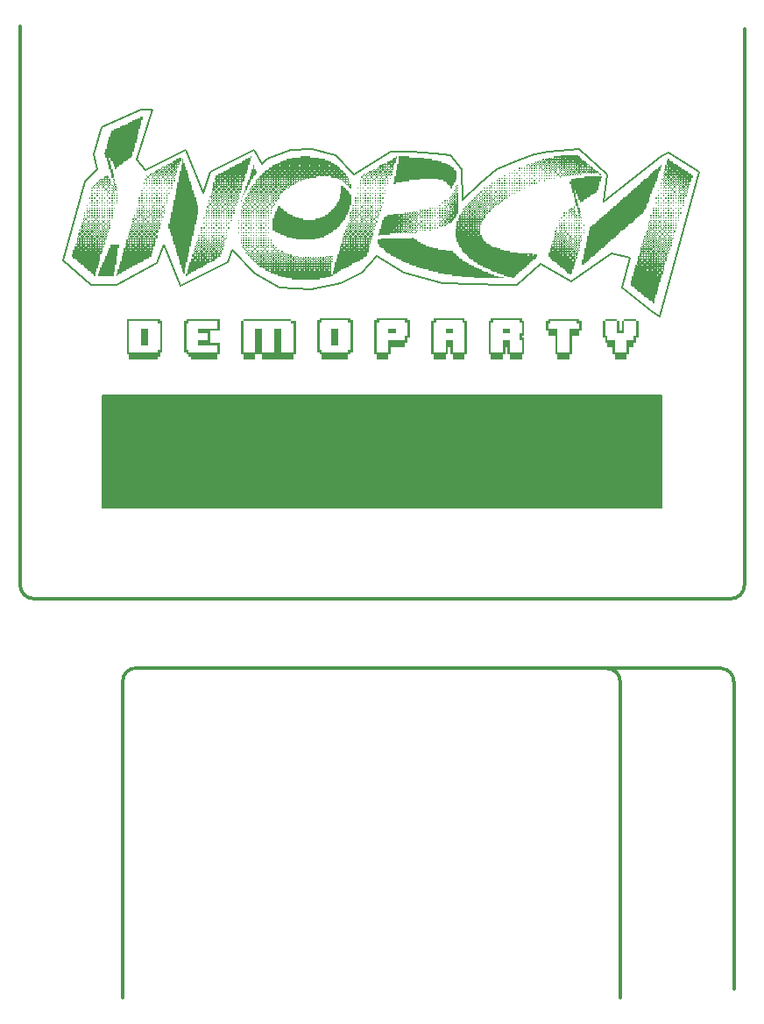
<source format=gto>
%TF.GenerationSoftware,KiCad,Pcbnew,7.0.7*%
%TF.CreationDate,2023-11-02T23:48:11+00:00*%
%TF.ProjectId,mod-badge-inercia,6d6f642d-6261-4646-9765-2d696e657263,rev?*%
%TF.SameCoordinates,Original*%
%TF.FileFunction,Legend,Top*%
%TF.FilePolarity,Positive*%
%FSLAX46Y46*%
G04 Gerber Fmt 4.6, Leading zero omitted, Abs format (unit mm)*
G04 Created by KiCad (PCBNEW 7.0.7) date 2023-11-02 23:48:11*
%MOMM*%
%LPD*%
G01*
G04 APERTURE LIST*
%ADD10C,0.350000*%
%ADD11C,0.150000*%
G04 APERTURE END LIST*
D10*
X11316681Y-55302105D02*
X78622095Y-55309081D01*
X19916498Y-63296801D02*
X19916500Y-93827600D01*
X77668695Y-62023839D02*
X21275169Y-62005993D01*
X67995801Y-63322200D02*
X67995799Y-93852999D01*
X78997176Y-63377744D02*
X79000000Y-93000000D01*
X78978867Y-63376805D02*
G75*
G03*
X77688095Y-62018136I-1290767J66205D01*
G01*
D11*
X18000000Y-35700000D02*
X72000000Y-35700000D01*
X72000000Y-46500000D01*
X18000000Y-46500000D01*
X18000000Y-35700000D01*
G36*
X18000000Y-35700000D02*
G01*
X72000000Y-35700000D01*
X72000000Y-46500000D01*
X18000000Y-46500000D01*
X18000000Y-35700000D01*
G37*
D10*
X67995802Y-63322200D02*
G75*
G03*
X66637130Y-62031393I-1292502J0D01*
G01*
D11*
X21300000Y-12900000D02*
X22100000Y-13900000D01*
X26000000Y-12000000D01*
X27700000Y-16100000D01*
X28400000Y-14100000D01*
X32600000Y-12000000D01*
X33400000Y-13300000D01*
X33900000Y-12800000D01*
X36200000Y-12000000D01*
X38200000Y-11900000D01*
X40500000Y-12500000D01*
X42300000Y-14300000D01*
X45800000Y-12100000D01*
X47900000Y-12100000D01*
X50100000Y-12300000D01*
X51600000Y-12500000D01*
X52700000Y-13800000D01*
X52800000Y-16800000D01*
X54500000Y-15200000D01*
X56100000Y-13800000D01*
X58100000Y-13000000D01*
X59700000Y-12400000D01*
X61100000Y-12100000D01*
X64000000Y-11900000D01*
X66700000Y-14300000D01*
X66400000Y-17000000D01*
X72000000Y-12600000D01*
X72700000Y-12200000D01*
X75600000Y-14100000D01*
X71800000Y-28100000D01*
X71100000Y-27600000D01*
X68200000Y-25300000D01*
X68900000Y-22400000D01*
X67200000Y-22000000D01*
X63300000Y-24700000D01*
X60300000Y-23000000D01*
X58000000Y-25000000D01*
X56600000Y-25000000D01*
X53900000Y-24900000D01*
X50800000Y-24800000D01*
X47100000Y-23800000D01*
X44500000Y-22200000D01*
X43000000Y-23800000D01*
X41000000Y-24800000D01*
X38100000Y-25400000D01*
X35100000Y-25300000D01*
X32700000Y-23900000D01*
X30500000Y-21600000D01*
X30100000Y-22800000D01*
X25500000Y-25100000D01*
X23900000Y-21100000D01*
X23200000Y-22900000D01*
X19300000Y-25000000D01*
X16900000Y-25000000D01*
X14200000Y-22600000D01*
X16300000Y-15000000D01*
X17500000Y-13800000D01*
X17100000Y-12400000D01*
X17900000Y-9800000D01*
X21700000Y-8100000D01*
X22800000Y-8100000D01*
X21300000Y-12900000D01*
D10*
X10007614Y-53924201D02*
G75*
G03*
X11316681Y-55302105I1309086J-67099D01*
G01*
X21275169Y-62005993D02*
G75*
G03*
X19916498Y-63296801I-66169J-1290807D01*
G01*
X78622095Y-55309081D02*
G75*
G03*
X80000000Y-54000000I67105J1309081D01*
G01*
X80000000Y-254000D02*
X80000000Y-54000000D01*
X10000000Y0D02*
X10000000Y-54000000D01*
%TO.C,G\u002A\u002A\u002A*%
G36*
X16315307Y-18065643D02*
G01*
X16315307Y-18126583D01*
X16254367Y-18126583D01*
X16193426Y-18126583D01*
X16193426Y-18065643D01*
X16193426Y-18004702D01*
X16254367Y-18004702D01*
X16315307Y-18004702D01*
X16315307Y-18065643D01*
G37*
G36*
X16315307Y-18303311D02*
G01*
X16315307Y-18364251D01*
X16254367Y-18364251D01*
X16193426Y-18364251D01*
X16193426Y-18303311D01*
X16193426Y-18242370D01*
X16254367Y-18242370D01*
X16315307Y-18242370D01*
X16315307Y-18303311D01*
G37*
G36*
X16552975Y-17343498D02*
G01*
X16552975Y-17401391D01*
X16495082Y-17401391D01*
X16437188Y-17401391D01*
X16437188Y-17343498D01*
X16437188Y-17285604D01*
X16495082Y-17285604D01*
X16552975Y-17285604D01*
X16552975Y-17343498D01*
G37*
G36*
X16552975Y-17584213D02*
G01*
X16552975Y-17645153D01*
X16495082Y-17645153D01*
X16437188Y-17645153D01*
X16437188Y-17584213D01*
X16437188Y-17523272D01*
X16495082Y-17523272D01*
X16552975Y-17523272D01*
X16552975Y-17584213D01*
G37*
G36*
X16552975Y-19266171D02*
G01*
X16552975Y-19327111D01*
X16495082Y-19327111D01*
X16437188Y-19327111D01*
X16437188Y-19266171D01*
X16437188Y-19205230D01*
X16495082Y-19205230D01*
X16552975Y-19205230D01*
X16552975Y-19266171D01*
G37*
G36*
X16674856Y-19144290D02*
G01*
X16674856Y-19205230D01*
X16613916Y-19205230D01*
X16552975Y-19205230D01*
X16552975Y-19144290D01*
X16552975Y-19083349D01*
X16613916Y-19083349D01*
X16674856Y-19083349D01*
X16674856Y-19144290D01*
G37*
G36*
X16674856Y-19625719D02*
G01*
X16674856Y-19686660D01*
X16613916Y-19686660D01*
X16552975Y-19686660D01*
X16552975Y-19625719D01*
X16552975Y-19564779D01*
X16613916Y-19564779D01*
X16674856Y-19564779D01*
X16674856Y-19625719D01*
G37*
G36*
X16796737Y-16624400D02*
G01*
X16796737Y-16682293D01*
X16735797Y-16682293D01*
X16674856Y-16682293D01*
X16674856Y-16624400D01*
X16674856Y-16566506D01*
X16735797Y-16566506D01*
X16796737Y-16566506D01*
X16796737Y-16624400D01*
G37*
G36*
X16796737Y-17102783D02*
G01*
X16796737Y-17163723D01*
X16735797Y-17163723D01*
X16674856Y-17163723D01*
X16674856Y-17102783D01*
X16674856Y-17041842D01*
X16735797Y-17041842D01*
X16796737Y-17041842D01*
X16796737Y-17102783D01*
G37*
G36*
X16796737Y-17584213D02*
G01*
X16796737Y-17645153D01*
X16735797Y-17645153D01*
X16674856Y-17645153D01*
X16674856Y-17584213D01*
X16674856Y-17523272D01*
X16735797Y-17523272D01*
X16796737Y-17523272D01*
X16796737Y-17584213D01*
G37*
G36*
X16796737Y-18065643D02*
G01*
X16796737Y-18126583D01*
X16735797Y-18126583D01*
X16674856Y-18126583D01*
X16674856Y-18065643D01*
X16674856Y-18004702D01*
X16735797Y-18004702D01*
X16796737Y-18004702D01*
X16796737Y-18065643D01*
G37*
G36*
X16796737Y-18544026D02*
G01*
X16796737Y-18601919D01*
X16735797Y-18601919D01*
X16674856Y-18601919D01*
X16674856Y-18544026D01*
X16674856Y-18486132D01*
X16735797Y-18486132D01*
X16796737Y-18486132D01*
X16796737Y-18544026D01*
G37*
G36*
X16796737Y-19744553D02*
G01*
X16796737Y-19802447D01*
X16735797Y-19802447D01*
X16674856Y-19802447D01*
X16674856Y-19744553D01*
X16674856Y-19686660D01*
X16735797Y-19686660D01*
X16796737Y-19686660D01*
X16796737Y-19744553D01*
G37*
G36*
X17034405Y-15902255D02*
G01*
X17034405Y-15963195D01*
X16973465Y-15963195D01*
X16912524Y-15963195D01*
X16912524Y-15902255D01*
X16912524Y-15841314D01*
X16973465Y-15841314D01*
X17034405Y-15841314D01*
X17034405Y-15902255D01*
G37*
G36*
X17034405Y-16142970D02*
G01*
X17034405Y-16200863D01*
X16973465Y-16200863D01*
X16912524Y-16200863D01*
X16912524Y-16142970D01*
X16912524Y-16085076D01*
X16973465Y-16085076D01*
X17034405Y-16085076D01*
X17034405Y-16142970D01*
G37*
G36*
X17034405Y-16383685D02*
G01*
X17034405Y-16444625D01*
X16973465Y-16444625D01*
X16912524Y-16444625D01*
X16912524Y-16383685D01*
X16912524Y-16322744D01*
X16973465Y-16322744D01*
X17034405Y-16322744D01*
X17034405Y-16383685D01*
G37*
G36*
X17034405Y-16624400D02*
G01*
X17034405Y-16682293D01*
X16973465Y-16682293D01*
X16912524Y-16682293D01*
X16912524Y-16624400D01*
X16912524Y-16566506D01*
X16973465Y-16566506D01*
X17034405Y-16566506D01*
X17034405Y-16624400D01*
G37*
G36*
X17034405Y-16865115D02*
G01*
X17034405Y-16926055D01*
X16973465Y-16926055D01*
X16912524Y-16926055D01*
X16912524Y-16865115D01*
X16912524Y-16804174D01*
X16973465Y-16804174D01*
X17034405Y-16804174D01*
X17034405Y-16865115D01*
G37*
G36*
X17034405Y-17102783D02*
G01*
X17034405Y-17163723D01*
X16973465Y-17163723D01*
X16912524Y-17163723D01*
X16912524Y-17102783D01*
X16912524Y-17041842D01*
X16973465Y-17041842D01*
X17034405Y-17041842D01*
X17034405Y-17102783D01*
G37*
G36*
X17034405Y-17343498D02*
G01*
X17034405Y-17401391D01*
X16973465Y-17401391D01*
X16912524Y-17401391D01*
X16912524Y-17343498D01*
X16912524Y-17285604D01*
X16973465Y-17285604D01*
X17034405Y-17285604D01*
X17034405Y-17343498D01*
G37*
G36*
X17034405Y-17584213D02*
G01*
X17034405Y-17645153D01*
X16973465Y-17645153D01*
X16912524Y-17645153D01*
X16912524Y-17584213D01*
X16912524Y-17523272D01*
X16973465Y-17523272D01*
X17034405Y-17523272D01*
X17034405Y-17584213D01*
G37*
G36*
X17034405Y-17824928D02*
G01*
X17034405Y-17882821D01*
X16973465Y-17882821D01*
X16912524Y-17882821D01*
X16912524Y-17824928D01*
X16912524Y-17767034D01*
X16973465Y-17767034D01*
X17034405Y-17767034D01*
X17034405Y-17824928D01*
G37*
G36*
X17034405Y-18065643D02*
G01*
X17034405Y-18126583D01*
X16973465Y-18126583D01*
X16912524Y-18126583D01*
X16912524Y-18065643D01*
X16912524Y-18004702D01*
X16973465Y-18004702D01*
X17034405Y-18004702D01*
X17034405Y-18065643D01*
G37*
G36*
X17156286Y-20104102D02*
G01*
X17156286Y-20161996D01*
X17095346Y-20161996D01*
X17034405Y-20161996D01*
X17034405Y-20104102D01*
X17034405Y-20046209D01*
X17095346Y-20046209D01*
X17156286Y-20046209D01*
X17156286Y-20104102D01*
G37*
G36*
X17272073Y-15664587D02*
G01*
X17272073Y-15725528D01*
X17214180Y-15725528D01*
X17156286Y-15725528D01*
X17156286Y-15664587D01*
X17156286Y-15603647D01*
X17214180Y-15603647D01*
X17272073Y-15603647D01*
X17272073Y-15664587D01*
G37*
G36*
X17272073Y-16142970D02*
G01*
X17272073Y-16200863D01*
X17214180Y-16200863D01*
X17156286Y-16200863D01*
X17156286Y-16142970D01*
X17156286Y-16085076D01*
X17214180Y-16085076D01*
X17272073Y-16085076D01*
X17272073Y-16142970D01*
G37*
G36*
X17272073Y-16624400D02*
G01*
X17272073Y-16682293D01*
X17214180Y-16682293D01*
X17156286Y-16682293D01*
X17156286Y-16624400D01*
X17156286Y-16566506D01*
X17214180Y-16566506D01*
X17272073Y-16566506D01*
X17272073Y-16624400D01*
G37*
G36*
X17272073Y-17102783D02*
G01*
X17272073Y-17163723D01*
X17214180Y-17163723D01*
X17156286Y-17163723D01*
X17156286Y-17102783D01*
X17156286Y-17041842D01*
X17214180Y-17041842D01*
X17272073Y-17041842D01*
X17272073Y-17102783D01*
G37*
G36*
X17272073Y-17343498D02*
G01*
X17272073Y-17401391D01*
X17214180Y-17401391D01*
X17156286Y-17401391D01*
X17156286Y-17343498D01*
X17156286Y-17285604D01*
X17214180Y-17285604D01*
X17272073Y-17285604D01*
X17272073Y-17343498D01*
G37*
G36*
X17272073Y-17584213D02*
G01*
X17272073Y-17645153D01*
X17214180Y-17645153D01*
X17156286Y-17645153D01*
X17156286Y-17584213D01*
X17156286Y-17523272D01*
X17214180Y-17523272D01*
X17272073Y-17523272D01*
X17272073Y-17584213D01*
G37*
G36*
X17272073Y-17824928D02*
G01*
X17272073Y-17882821D01*
X17214180Y-17882821D01*
X17156286Y-17882821D01*
X17156286Y-17824928D01*
X17156286Y-17767034D01*
X17214180Y-17767034D01*
X17272073Y-17767034D01*
X17272073Y-17824928D01*
G37*
G36*
X17272073Y-18065643D02*
G01*
X17272073Y-18126583D01*
X17214180Y-18126583D01*
X17156286Y-18126583D01*
X17156286Y-18065643D01*
X17156286Y-18004702D01*
X17214180Y-18004702D01*
X17272073Y-18004702D01*
X17272073Y-18065643D01*
G37*
G36*
X17515835Y-15902255D02*
G01*
X17515835Y-15963195D01*
X17454895Y-15963195D01*
X17393954Y-15963195D01*
X17393954Y-15902255D01*
X17393954Y-15841314D01*
X17454895Y-15841314D01*
X17515835Y-15841314D01*
X17515835Y-15902255D01*
G37*
G36*
X17515835Y-16142970D02*
G01*
X17515835Y-16200863D01*
X17454895Y-16200863D01*
X17393954Y-16200863D01*
X17393954Y-16142970D01*
X17393954Y-16085076D01*
X17454895Y-16085076D01*
X17515835Y-16085076D01*
X17515835Y-16142970D01*
G37*
G36*
X17515835Y-16383685D02*
G01*
X17515835Y-16444625D01*
X17454895Y-16444625D01*
X17393954Y-16444625D01*
X17393954Y-16383685D01*
X17393954Y-16322744D01*
X17454895Y-16322744D01*
X17515835Y-16322744D01*
X17515835Y-16383685D01*
G37*
G36*
X17515835Y-16865115D02*
G01*
X17515835Y-16926055D01*
X17454895Y-16926055D01*
X17393954Y-16926055D01*
X17393954Y-16865115D01*
X17393954Y-16804174D01*
X17454895Y-16804174D01*
X17515835Y-16804174D01*
X17515835Y-16865115D01*
G37*
G36*
X17515835Y-17102783D02*
G01*
X17515835Y-17163723D01*
X17454895Y-17163723D01*
X17393954Y-17163723D01*
X17393954Y-17102783D01*
X17393954Y-17041842D01*
X17454895Y-17041842D01*
X17515835Y-17041842D01*
X17515835Y-17102783D01*
G37*
G36*
X17515835Y-17343498D02*
G01*
X17515835Y-17401391D01*
X17454895Y-17401391D01*
X17393954Y-17401391D01*
X17393954Y-17343498D01*
X17393954Y-17285604D01*
X17454895Y-17285604D01*
X17515835Y-17285604D01*
X17515835Y-17343498D01*
G37*
G36*
X17515835Y-17584213D02*
G01*
X17515835Y-17645153D01*
X17454895Y-17645153D01*
X17393954Y-17645153D01*
X17393954Y-17584213D01*
X17393954Y-17523272D01*
X17454895Y-17523272D01*
X17515835Y-17523272D01*
X17515835Y-17584213D01*
G37*
G36*
X17515835Y-17824928D02*
G01*
X17515835Y-17882821D01*
X17454895Y-17882821D01*
X17393954Y-17882821D01*
X17393954Y-17824928D01*
X17393954Y-17767034D01*
X17454895Y-17767034D01*
X17515835Y-17767034D01*
X17515835Y-17824928D01*
G37*
G36*
X17515835Y-18065643D02*
G01*
X17515835Y-18126583D01*
X17454895Y-18126583D01*
X17393954Y-18126583D01*
X17393954Y-18065643D01*
X17393954Y-18004702D01*
X17454895Y-18004702D01*
X17515835Y-18004702D01*
X17515835Y-18065643D01*
G37*
G36*
X17637716Y-19144290D02*
G01*
X17637716Y-19205230D01*
X17576776Y-19205230D01*
X17515835Y-19205230D01*
X17515835Y-19144290D01*
X17515835Y-19083349D01*
X17576776Y-19083349D01*
X17637716Y-19083349D01*
X17637716Y-19144290D01*
G37*
G36*
X17753503Y-15664587D02*
G01*
X17753503Y-15725528D01*
X17695610Y-15725528D01*
X17637716Y-15725528D01*
X17637716Y-15664587D01*
X17637716Y-15603647D01*
X17695610Y-15603647D01*
X17753503Y-15603647D01*
X17753503Y-15664587D01*
G37*
G36*
X17753503Y-15902255D02*
G01*
X17753503Y-15963195D01*
X17695610Y-15963195D01*
X17637716Y-15963195D01*
X17637716Y-15902255D01*
X17637716Y-15841314D01*
X17695610Y-15841314D01*
X17753503Y-15841314D01*
X17753503Y-15902255D01*
G37*
G36*
X17753503Y-16142970D02*
G01*
X17753503Y-16200863D01*
X17695610Y-16200863D01*
X17637716Y-16200863D01*
X17637716Y-16142970D01*
X17637716Y-16085076D01*
X17695610Y-16085076D01*
X17753503Y-16085076D01*
X17753503Y-16142970D01*
G37*
G36*
X17753503Y-16624400D02*
G01*
X17753503Y-16682293D01*
X17695610Y-16682293D01*
X17637716Y-16682293D01*
X17637716Y-16624400D01*
X17637716Y-16566506D01*
X17695610Y-16566506D01*
X17753503Y-16566506D01*
X17753503Y-16624400D01*
G37*
G36*
X17753503Y-17102783D02*
G01*
X17753503Y-17163723D01*
X17695610Y-17163723D01*
X17637716Y-17163723D01*
X17637716Y-17102783D01*
X17637716Y-17041842D01*
X17695610Y-17041842D01*
X17753503Y-17041842D01*
X17753503Y-17102783D01*
G37*
G36*
X17753503Y-17584213D02*
G01*
X17753503Y-17645153D01*
X17695610Y-17645153D01*
X17637716Y-17645153D01*
X17637716Y-17584213D01*
X17637716Y-17523272D01*
X17695610Y-17523272D01*
X17753503Y-17523272D01*
X17753503Y-17584213D01*
G37*
G36*
X17753503Y-17824928D02*
G01*
X17753503Y-17882821D01*
X17695610Y-17882821D01*
X17637716Y-17882821D01*
X17637716Y-17824928D01*
X17637716Y-17767034D01*
X17695610Y-17767034D01*
X17753503Y-17767034D01*
X17753503Y-17824928D01*
G37*
G36*
X17753503Y-18065643D02*
G01*
X17753503Y-18126583D01*
X17695610Y-18126583D01*
X17637716Y-18126583D01*
X17637716Y-18065643D01*
X17637716Y-18004702D01*
X17695610Y-18004702D01*
X17753503Y-18004702D01*
X17753503Y-18065643D01*
G37*
G36*
X17753503Y-18544026D02*
G01*
X17753503Y-18601919D01*
X17695610Y-18601919D01*
X17637716Y-18601919D01*
X17637716Y-18544026D01*
X17637716Y-18486132D01*
X17695610Y-18486132D01*
X17753503Y-18486132D01*
X17753503Y-18544026D01*
G37*
G36*
X17997265Y-15423872D02*
G01*
X17997265Y-15481766D01*
X17936325Y-15481766D01*
X17875384Y-15481766D01*
X17875384Y-15423872D01*
X17875384Y-15365979D01*
X17936325Y-15365979D01*
X17997265Y-15365979D01*
X17997265Y-15423872D01*
G37*
G36*
X17997265Y-15902255D02*
G01*
X17997265Y-15963195D01*
X17936325Y-15963195D01*
X17875384Y-15963195D01*
X17875384Y-15902255D01*
X17875384Y-15841314D01*
X17936325Y-15841314D01*
X17997265Y-15841314D01*
X17997265Y-15902255D01*
G37*
G36*
X17997265Y-16142970D02*
G01*
X17997265Y-16200863D01*
X17936325Y-16200863D01*
X17875384Y-16200863D01*
X17875384Y-16142970D01*
X17875384Y-16085076D01*
X17936325Y-16085076D01*
X17997265Y-16085076D01*
X17997265Y-16142970D01*
G37*
G36*
X17997265Y-16383685D02*
G01*
X17997265Y-16444625D01*
X17936325Y-16444625D01*
X17875384Y-16444625D01*
X17875384Y-16383685D01*
X17875384Y-16322744D01*
X17936325Y-16322744D01*
X17997265Y-16322744D01*
X17997265Y-16383685D01*
G37*
G36*
X17997265Y-16624400D02*
G01*
X17997265Y-16682293D01*
X17936325Y-16682293D01*
X17875384Y-16682293D01*
X17875384Y-16624400D01*
X17875384Y-16566506D01*
X17936325Y-16566506D01*
X17997265Y-16566506D01*
X17997265Y-16624400D01*
G37*
G36*
X17997265Y-16865115D02*
G01*
X17997265Y-16926055D01*
X17936325Y-16926055D01*
X17875384Y-16926055D01*
X17875384Y-16865115D01*
X17875384Y-16804174D01*
X17936325Y-16804174D01*
X17997265Y-16804174D01*
X17997265Y-16865115D01*
G37*
G36*
X17997265Y-17102783D02*
G01*
X17997265Y-17163723D01*
X17936325Y-17163723D01*
X17875384Y-17163723D01*
X17875384Y-17102783D01*
X17875384Y-17041842D01*
X17936325Y-17041842D01*
X17997265Y-17041842D01*
X17997265Y-17102783D01*
G37*
G36*
X17997265Y-17343498D02*
G01*
X17997265Y-17401391D01*
X17936325Y-17401391D01*
X17875384Y-17401391D01*
X17875384Y-17343498D01*
X17875384Y-17285604D01*
X17936325Y-17285604D01*
X17997265Y-17285604D01*
X17997265Y-17343498D01*
G37*
G36*
X17997265Y-17584213D02*
G01*
X17997265Y-17645153D01*
X17936325Y-17645153D01*
X17875384Y-17645153D01*
X17875384Y-17584213D01*
X17875384Y-17523272D01*
X17936325Y-17523272D01*
X17997265Y-17523272D01*
X17997265Y-17584213D01*
G37*
G36*
X17997265Y-17824928D02*
G01*
X17997265Y-17882821D01*
X17936325Y-17882821D01*
X17875384Y-17882821D01*
X17875384Y-17824928D01*
X17875384Y-17767034D01*
X17936325Y-17767034D01*
X17997265Y-17767034D01*
X17997265Y-17824928D01*
G37*
G36*
X17997265Y-18065643D02*
G01*
X17997265Y-18126583D01*
X17936325Y-18126583D01*
X17875384Y-18126583D01*
X17875384Y-18065643D01*
X17875384Y-18004702D01*
X17936325Y-18004702D01*
X17997265Y-18004702D01*
X17997265Y-18065643D01*
G37*
G36*
X18234933Y-16142970D02*
G01*
X18234933Y-16200863D01*
X18173993Y-16200863D01*
X18113052Y-16200863D01*
X18113052Y-16142970D01*
X18113052Y-16085076D01*
X18173993Y-16085076D01*
X18234933Y-16085076D01*
X18234933Y-16142970D01*
G37*
G36*
X18234933Y-16624400D02*
G01*
X18234933Y-16682293D01*
X18173993Y-16682293D01*
X18113052Y-16682293D01*
X18113052Y-16624400D01*
X18113052Y-16566506D01*
X18173993Y-16566506D01*
X18234933Y-16566506D01*
X18234933Y-16624400D01*
G37*
G36*
X18234933Y-17102783D02*
G01*
X18234933Y-17163723D01*
X18173993Y-17163723D01*
X18113052Y-17163723D01*
X18113052Y-17102783D01*
X18113052Y-17041842D01*
X18173993Y-17041842D01*
X18234933Y-17041842D01*
X18234933Y-17102783D01*
G37*
G36*
X18234933Y-17343498D02*
G01*
X18234933Y-17401391D01*
X18173993Y-17401391D01*
X18113052Y-17401391D01*
X18113052Y-17343498D01*
X18113052Y-17285604D01*
X18173993Y-17285604D01*
X18234933Y-17285604D01*
X18234933Y-17343498D01*
G37*
G36*
X18234933Y-17584213D02*
G01*
X18234933Y-17645153D01*
X18173993Y-17645153D01*
X18113052Y-17645153D01*
X18113052Y-17584213D01*
X18113052Y-17523272D01*
X18173993Y-17523272D01*
X18234933Y-17523272D01*
X18234933Y-17584213D01*
G37*
G36*
X18234933Y-17824928D02*
G01*
X18234933Y-17882821D01*
X18173993Y-17882821D01*
X18113052Y-17882821D01*
X18113052Y-17824928D01*
X18113052Y-17767034D01*
X18173993Y-17767034D01*
X18234933Y-17767034D01*
X18234933Y-17824928D01*
G37*
G36*
X18234933Y-18065643D02*
G01*
X18234933Y-18126583D01*
X18173993Y-18126583D01*
X18113052Y-18126583D01*
X18113052Y-18065643D01*
X18113052Y-18004702D01*
X18173993Y-18004702D01*
X18234933Y-18004702D01*
X18234933Y-18065643D01*
G37*
G36*
X18234933Y-18544026D02*
G01*
X18234933Y-18601919D01*
X18173993Y-18601919D01*
X18113052Y-18601919D01*
X18113052Y-18544026D01*
X18113052Y-18486132D01*
X18173993Y-18486132D01*
X18234933Y-18486132D01*
X18234933Y-18544026D01*
G37*
G36*
X18472601Y-16383685D02*
G01*
X18472601Y-16444625D01*
X18414708Y-16444625D01*
X18356814Y-16444625D01*
X18356814Y-16383685D01*
X18356814Y-16322744D01*
X18414708Y-16322744D01*
X18472601Y-16322744D01*
X18472601Y-16383685D01*
G37*
G36*
X18472601Y-16865115D02*
G01*
X18472601Y-16926055D01*
X18414708Y-16926055D01*
X18356814Y-16926055D01*
X18356814Y-16865115D01*
X18356814Y-16804174D01*
X18414708Y-16804174D01*
X18472601Y-16804174D01*
X18472601Y-16865115D01*
G37*
G36*
X18472601Y-17102783D02*
G01*
X18472601Y-17163723D01*
X18414708Y-17163723D01*
X18356814Y-17163723D01*
X18356814Y-17102783D01*
X18356814Y-17041842D01*
X18414708Y-17041842D01*
X18472601Y-17041842D01*
X18472601Y-17102783D01*
G37*
G36*
X18472601Y-17343498D02*
G01*
X18472601Y-17401391D01*
X18414708Y-17401391D01*
X18356814Y-17401391D01*
X18356814Y-17343498D01*
X18356814Y-17285604D01*
X18414708Y-17285604D01*
X18472601Y-17285604D01*
X18472601Y-17343498D01*
G37*
G36*
X18472601Y-17584213D02*
G01*
X18472601Y-17645153D01*
X18414708Y-17645153D01*
X18356814Y-17645153D01*
X18356814Y-17584213D01*
X18356814Y-17523272D01*
X18414708Y-17523272D01*
X18472601Y-17523272D01*
X18472601Y-17584213D01*
G37*
G36*
X18472601Y-17824928D02*
G01*
X18472601Y-17882821D01*
X18414708Y-17882821D01*
X18356814Y-17882821D01*
X18356814Y-17824928D01*
X18356814Y-17767034D01*
X18414708Y-17767034D01*
X18472601Y-17767034D01*
X18472601Y-17824928D01*
G37*
G36*
X18472601Y-18065643D02*
G01*
X18472601Y-18126583D01*
X18414708Y-18126583D01*
X18356814Y-18126583D01*
X18356814Y-18065643D01*
X18356814Y-18004702D01*
X18414708Y-18004702D01*
X18472601Y-18004702D01*
X18472601Y-18065643D01*
G37*
G36*
X18472601Y-18303311D02*
G01*
X18472601Y-18364251D01*
X18414708Y-18364251D01*
X18356814Y-18364251D01*
X18356814Y-18303311D01*
X18356814Y-18242370D01*
X18414708Y-18242370D01*
X18472601Y-18242370D01*
X18472601Y-18303311D01*
G37*
G36*
X18472601Y-18544026D02*
G01*
X18472601Y-18601919D01*
X18414708Y-18601919D01*
X18356814Y-18601919D01*
X18356814Y-18544026D01*
X18356814Y-18486132D01*
X18414708Y-18486132D01*
X18472601Y-18486132D01*
X18472601Y-18544026D01*
G37*
G36*
X18716363Y-15664587D02*
G01*
X18716363Y-15725528D01*
X18655422Y-15725528D01*
X18594482Y-15725528D01*
X18594482Y-15664587D01*
X18594482Y-15603647D01*
X18655422Y-15603647D01*
X18716363Y-15603647D01*
X18716363Y-15664587D01*
G37*
G36*
X18716363Y-16142970D02*
G01*
X18716363Y-16200863D01*
X18655422Y-16200863D01*
X18594482Y-16200863D01*
X18594482Y-16142970D01*
X18594482Y-16085076D01*
X18655422Y-16085076D01*
X18716363Y-16085076D01*
X18716363Y-16142970D01*
G37*
G36*
X18716363Y-16624400D02*
G01*
X18716363Y-16682293D01*
X18655422Y-16682293D01*
X18594482Y-16682293D01*
X18594482Y-16624400D01*
X18594482Y-16566506D01*
X18655422Y-16566506D01*
X18716363Y-16566506D01*
X18716363Y-16624400D01*
G37*
G36*
X18716363Y-17102783D02*
G01*
X18716363Y-17163723D01*
X18655422Y-17163723D01*
X18594482Y-17163723D01*
X18594482Y-17102783D01*
X18594482Y-17041842D01*
X18655422Y-17041842D01*
X18716363Y-17041842D01*
X18716363Y-17102783D01*
G37*
G36*
X18716363Y-17584213D02*
G01*
X18716363Y-17645153D01*
X18655422Y-17645153D01*
X18594482Y-17645153D01*
X18594482Y-17584213D01*
X18594482Y-17523272D01*
X18655422Y-17523272D01*
X18716363Y-17523272D01*
X18716363Y-17584213D01*
G37*
G36*
X18716363Y-17824928D02*
G01*
X18716363Y-17882821D01*
X18655422Y-17882821D01*
X18594482Y-17882821D01*
X18594482Y-17824928D01*
X18594482Y-17767034D01*
X18655422Y-17767034D01*
X18716363Y-17767034D01*
X18716363Y-17824928D01*
G37*
G36*
X18716363Y-18065643D02*
G01*
X18716363Y-18126583D01*
X18655422Y-18126583D01*
X18594482Y-18126583D01*
X18594482Y-18065643D01*
X18594482Y-18004702D01*
X18655422Y-18004702D01*
X18716363Y-18004702D01*
X18716363Y-18065643D01*
G37*
G36*
X18716363Y-18303311D02*
G01*
X18716363Y-18364251D01*
X18655422Y-18364251D01*
X18594482Y-18364251D01*
X18594482Y-18303311D01*
X18594482Y-18242370D01*
X18655422Y-18242370D01*
X18716363Y-18242370D01*
X18716363Y-18303311D01*
G37*
G36*
X18716363Y-18544026D02*
G01*
X18716363Y-18601919D01*
X18655422Y-18601919D01*
X18594482Y-18601919D01*
X18594482Y-18544026D01*
X18594482Y-18486132D01*
X18655422Y-18486132D01*
X18716363Y-18486132D01*
X18716363Y-18544026D01*
G37*
G36*
X18716363Y-19022409D02*
G01*
X18716363Y-19083349D01*
X18655422Y-19083349D01*
X18594482Y-19083349D01*
X18594482Y-19022409D01*
X18594482Y-18961468D01*
X18655422Y-18961468D01*
X18716363Y-18961468D01*
X18716363Y-19022409D01*
G37*
G36*
X18954031Y-16383685D02*
G01*
X18954031Y-16444625D01*
X18896137Y-16444625D01*
X18838244Y-16444625D01*
X18838244Y-16383685D01*
X18838244Y-16322744D01*
X18896137Y-16322744D01*
X18954031Y-16322744D01*
X18954031Y-16383685D01*
G37*
G36*
X18954031Y-16624400D02*
G01*
X18954031Y-16682293D01*
X18896137Y-16682293D01*
X18838244Y-16682293D01*
X18838244Y-16624400D01*
X18838244Y-16566506D01*
X18896137Y-16566506D01*
X18954031Y-16566506D01*
X18954031Y-16624400D01*
G37*
G36*
X18954031Y-16865115D02*
G01*
X18954031Y-16926055D01*
X18896137Y-16926055D01*
X18838244Y-16926055D01*
X18838244Y-16865115D01*
X18838244Y-16804174D01*
X18896137Y-16804174D01*
X18954031Y-16804174D01*
X18954031Y-16865115D01*
G37*
G36*
X18954031Y-17102783D02*
G01*
X18954031Y-17163723D01*
X18896137Y-17163723D01*
X18838244Y-17163723D01*
X18838244Y-17102783D01*
X18838244Y-17041842D01*
X18896137Y-17041842D01*
X18954031Y-17041842D01*
X18954031Y-17102783D01*
G37*
G36*
X18954031Y-17343498D02*
G01*
X18954031Y-17401391D01*
X18896137Y-17401391D01*
X18838244Y-17401391D01*
X18838244Y-17343498D01*
X18838244Y-17285604D01*
X18896137Y-17285604D01*
X18954031Y-17285604D01*
X18954031Y-17343498D01*
G37*
G36*
X18954031Y-17584213D02*
G01*
X18954031Y-17645153D01*
X18896137Y-17645153D01*
X18838244Y-17645153D01*
X18838244Y-17584213D01*
X18838244Y-17523272D01*
X18896137Y-17523272D01*
X18954031Y-17523272D01*
X18954031Y-17584213D01*
G37*
G36*
X18954031Y-17824928D02*
G01*
X18954031Y-17882821D01*
X18896137Y-17882821D01*
X18838244Y-17882821D01*
X18838244Y-17824928D01*
X18838244Y-17767034D01*
X18896137Y-17767034D01*
X18954031Y-17767034D01*
X18954031Y-17824928D01*
G37*
G36*
X18954031Y-18065643D02*
G01*
X18954031Y-18126583D01*
X18896137Y-18126583D01*
X18838244Y-18126583D01*
X18838244Y-18065643D01*
X18838244Y-18004702D01*
X18896137Y-18004702D01*
X18954031Y-18004702D01*
X18954031Y-18065643D01*
G37*
G36*
X18954031Y-18303311D02*
G01*
X18954031Y-18364251D01*
X18896137Y-18364251D01*
X18838244Y-18364251D01*
X18838244Y-18303311D01*
X18838244Y-18242370D01*
X18896137Y-18242370D01*
X18954031Y-18242370D01*
X18954031Y-18303311D01*
G37*
G36*
X18954031Y-18544026D02*
G01*
X18954031Y-18601919D01*
X18896137Y-18601919D01*
X18838244Y-18601919D01*
X18838244Y-18544026D01*
X18838244Y-18486132D01*
X18896137Y-18486132D01*
X18954031Y-18486132D01*
X18954031Y-18544026D01*
G37*
G36*
X19197793Y-15664587D02*
G01*
X19197793Y-15725528D01*
X19136852Y-15725528D01*
X19075912Y-15725528D01*
X19075912Y-15664587D01*
X19075912Y-15603647D01*
X19136852Y-15603647D01*
X19197793Y-15603647D01*
X19197793Y-15664587D01*
G37*
G36*
X19197793Y-16142970D02*
G01*
X19197793Y-16200863D01*
X19136852Y-16200863D01*
X19075912Y-16200863D01*
X19075912Y-16142970D01*
X19075912Y-16085076D01*
X19136852Y-16085076D01*
X19197793Y-16085076D01*
X19197793Y-16142970D01*
G37*
G36*
X19197793Y-16383685D02*
G01*
X19197793Y-16444625D01*
X19136852Y-16444625D01*
X19075912Y-16444625D01*
X19075912Y-16383685D01*
X19075912Y-16322744D01*
X19136852Y-16322744D01*
X19197793Y-16322744D01*
X19197793Y-16383685D01*
G37*
G36*
X19197793Y-16624400D02*
G01*
X19197793Y-16682293D01*
X19136852Y-16682293D01*
X19075912Y-16682293D01*
X19075912Y-16624400D01*
X19075912Y-16566506D01*
X19136852Y-16566506D01*
X19197793Y-16566506D01*
X19197793Y-16624400D01*
G37*
G36*
X19197793Y-17102783D02*
G01*
X19197793Y-17163723D01*
X19136852Y-17163723D01*
X19075912Y-17163723D01*
X19075912Y-17102783D01*
X19075912Y-17041842D01*
X19136852Y-17041842D01*
X19197793Y-17041842D01*
X19197793Y-17102783D01*
G37*
G36*
X19197793Y-17584213D02*
G01*
X19197793Y-17645153D01*
X19136852Y-17645153D01*
X19075912Y-17645153D01*
X19075912Y-17584213D01*
X19075912Y-17523272D01*
X19136852Y-17523272D01*
X19197793Y-17523272D01*
X19197793Y-17584213D01*
G37*
G36*
X19313580Y-15542706D02*
G01*
X19313580Y-15603647D01*
X19255686Y-15603647D01*
X19197793Y-15603647D01*
X19197793Y-15542706D01*
X19197793Y-15481766D01*
X19255686Y-15481766D01*
X19313580Y-15481766D01*
X19313580Y-15542706D01*
G37*
G36*
X19435461Y-15902255D02*
G01*
X19435461Y-15963195D01*
X19374520Y-15963195D01*
X19313580Y-15963195D01*
X19313580Y-15902255D01*
X19313580Y-15841314D01*
X19374520Y-15841314D01*
X19435461Y-15841314D01*
X19435461Y-15902255D01*
G37*
G36*
X19435461Y-16142970D02*
G01*
X19435461Y-16200863D01*
X19374520Y-16200863D01*
X19313580Y-16200863D01*
X19313580Y-16142970D01*
X19313580Y-16085076D01*
X19374520Y-16085076D01*
X19435461Y-16085076D01*
X19435461Y-16142970D01*
G37*
G36*
X19435461Y-16383685D02*
G01*
X19435461Y-16444625D01*
X19374520Y-16444625D01*
X19313580Y-16444625D01*
X19313580Y-16383685D01*
X19313580Y-16322744D01*
X19374520Y-16322744D01*
X19435461Y-16322744D01*
X19435461Y-16383685D01*
G37*
G36*
X19435461Y-16624400D02*
G01*
X19435461Y-16682293D01*
X19374520Y-16682293D01*
X19313580Y-16682293D01*
X19313580Y-16624400D01*
X19313580Y-16566506D01*
X19374520Y-16566506D01*
X19435461Y-16566506D01*
X19435461Y-16624400D01*
G37*
G36*
X19435461Y-16865115D02*
G01*
X19435461Y-16926055D01*
X19374520Y-16926055D01*
X19313580Y-16926055D01*
X19313580Y-16865115D01*
X19313580Y-16804174D01*
X19374520Y-16804174D01*
X19435461Y-16804174D01*
X19435461Y-16865115D01*
G37*
G36*
X19435461Y-17102783D02*
G01*
X19435461Y-17163723D01*
X19374520Y-17163723D01*
X19313580Y-17163723D01*
X19313580Y-17102783D01*
X19313580Y-17041842D01*
X19374520Y-17041842D01*
X19435461Y-17041842D01*
X19435461Y-17102783D01*
G37*
G36*
X21117419Y-18303311D02*
G01*
X21117419Y-18364251D01*
X21056478Y-18364251D01*
X20995538Y-18364251D01*
X20995538Y-18303311D01*
X20995538Y-18242370D01*
X21056478Y-18242370D01*
X21117419Y-18242370D01*
X21117419Y-18303311D01*
G37*
G36*
X21355087Y-17584213D02*
G01*
X21355087Y-17645153D01*
X21294146Y-17645153D01*
X21233206Y-17645153D01*
X21233206Y-17584213D01*
X21233206Y-17523272D01*
X21294146Y-17523272D01*
X21355087Y-17523272D01*
X21355087Y-17584213D01*
G37*
G36*
X21598849Y-16624400D02*
G01*
X21598849Y-16682293D01*
X21537908Y-16682293D01*
X21476968Y-16682293D01*
X21476968Y-16624400D01*
X21476968Y-16566506D01*
X21537908Y-16566506D01*
X21598849Y-16566506D01*
X21598849Y-16624400D01*
G37*
G36*
X21598849Y-16865115D02*
G01*
X21598849Y-16926055D01*
X21537908Y-16926055D01*
X21476968Y-16926055D01*
X21476968Y-16865115D01*
X21476968Y-16804174D01*
X21537908Y-16804174D01*
X21598849Y-16804174D01*
X21598849Y-16865115D01*
G37*
G36*
X21598849Y-17102783D02*
G01*
X21598849Y-17163723D01*
X21537908Y-17163723D01*
X21476968Y-17163723D01*
X21476968Y-17102783D01*
X21476968Y-17041842D01*
X21537908Y-17041842D01*
X21598849Y-17041842D01*
X21598849Y-17102783D01*
G37*
G36*
X21598849Y-17343498D02*
G01*
X21598849Y-17401391D01*
X21537908Y-17401391D01*
X21476968Y-17401391D01*
X21476968Y-17343498D01*
X21476968Y-17285604D01*
X21537908Y-17285604D01*
X21598849Y-17285604D01*
X21598849Y-17343498D01*
G37*
G36*
X21598849Y-17584213D02*
G01*
X21598849Y-17645153D01*
X21537908Y-17645153D01*
X21476968Y-17645153D01*
X21476968Y-17584213D01*
X21476968Y-17523272D01*
X21537908Y-17523272D01*
X21598849Y-17523272D01*
X21598849Y-17584213D01*
G37*
G36*
X21598849Y-18544026D02*
G01*
X21598849Y-18601919D01*
X21537908Y-18601919D01*
X21476968Y-18601919D01*
X21476968Y-18544026D01*
X21476968Y-18486132D01*
X21537908Y-18486132D01*
X21598849Y-18486132D01*
X21598849Y-18544026D01*
G37*
G36*
X21598849Y-19503838D02*
G01*
X21598849Y-19564779D01*
X21537908Y-19564779D01*
X21476968Y-19564779D01*
X21476968Y-19503838D01*
X21476968Y-19442898D01*
X21537908Y-19442898D01*
X21598849Y-19442898D01*
X21598849Y-19503838D01*
G37*
G36*
X21836517Y-15902255D02*
G01*
X21836517Y-15963195D01*
X21775576Y-15963195D01*
X21714636Y-15963195D01*
X21714636Y-15902255D01*
X21714636Y-15841314D01*
X21775576Y-15841314D01*
X21836517Y-15841314D01*
X21836517Y-15902255D01*
G37*
G36*
X21836517Y-16142970D02*
G01*
X21836517Y-16200863D01*
X21775576Y-16200863D01*
X21714636Y-16200863D01*
X21714636Y-16142970D01*
X21714636Y-16085076D01*
X21775576Y-16085076D01*
X21836517Y-16085076D01*
X21836517Y-16142970D01*
G37*
G36*
X21836517Y-16383685D02*
G01*
X21836517Y-16444625D01*
X21775576Y-16444625D01*
X21714636Y-16444625D01*
X21714636Y-16383685D01*
X21714636Y-16322744D01*
X21775576Y-16322744D01*
X21836517Y-16322744D01*
X21836517Y-16383685D01*
G37*
G36*
X21836517Y-16624400D02*
G01*
X21836517Y-16682293D01*
X21775576Y-16682293D01*
X21714636Y-16682293D01*
X21714636Y-16624400D01*
X21714636Y-16566506D01*
X21775576Y-16566506D01*
X21836517Y-16566506D01*
X21836517Y-16624400D01*
G37*
G36*
X21836517Y-16865115D02*
G01*
X21836517Y-16926055D01*
X21775576Y-16926055D01*
X21714636Y-16926055D01*
X21714636Y-16865115D01*
X21714636Y-16804174D01*
X21775576Y-16804174D01*
X21836517Y-16804174D01*
X21836517Y-16865115D01*
G37*
G36*
X21836517Y-17102783D02*
G01*
X21836517Y-17163723D01*
X21775576Y-17163723D01*
X21714636Y-17163723D01*
X21714636Y-17102783D01*
X21714636Y-17041842D01*
X21775576Y-17041842D01*
X21836517Y-17041842D01*
X21836517Y-17102783D01*
G37*
G36*
X21836517Y-18544026D02*
G01*
X21836517Y-18601919D01*
X21775576Y-18601919D01*
X21714636Y-18601919D01*
X21714636Y-18544026D01*
X21714636Y-18486132D01*
X21775576Y-18486132D01*
X21836517Y-18486132D01*
X21836517Y-18544026D01*
G37*
G36*
X22074184Y-15183157D02*
G01*
X22074184Y-15244098D01*
X22016291Y-15244098D01*
X21958398Y-15244098D01*
X21958398Y-15183157D01*
X21958398Y-15122217D01*
X22016291Y-15122217D01*
X22074184Y-15122217D01*
X22074184Y-15183157D01*
G37*
G36*
X22074184Y-15664587D02*
G01*
X22074184Y-15725528D01*
X22016291Y-15725528D01*
X21958398Y-15725528D01*
X21958398Y-15664587D01*
X21958398Y-15603647D01*
X22016291Y-15603647D01*
X22074184Y-15603647D01*
X22074184Y-15664587D01*
G37*
G36*
X22074184Y-16142970D02*
G01*
X22074184Y-16200863D01*
X22016291Y-16200863D01*
X21958398Y-16200863D01*
X21958398Y-16142970D01*
X21958398Y-16085076D01*
X22016291Y-16085076D01*
X22074184Y-16085076D01*
X22074184Y-16142970D01*
G37*
G36*
X22074184Y-16624400D02*
G01*
X22074184Y-16682293D01*
X22016291Y-16682293D01*
X21958398Y-16682293D01*
X21958398Y-16624400D01*
X21958398Y-16566506D01*
X22016291Y-16566506D01*
X22074184Y-16566506D01*
X22074184Y-16624400D01*
G37*
G36*
X22074184Y-17102783D02*
G01*
X22074184Y-17163723D01*
X22016291Y-17163723D01*
X21958398Y-17163723D01*
X21958398Y-17102783D01*
X21958398Y-17041842D01*
X22016291Y-17041842D01*
X22074184Y-17041842D01*
X22074184Y-17102783D01*
G37*
G36*
X22074184Y-17584213D02*
G01*
X22074184Y-17645153D01*
X22016291Y-17645153D01*
X21958398Y-17645153D01*
X21958398Y-17584213D01*
X21958398Y-17523272D01*
X22016291Y-17523272D01*
X22074184Y-17523272D01*
X22074184Y-17584213D01*
G37*
G36*
X22074184Y-18065643D02*
G01*
X22074184Y-18126583D01*
X22016291Y-18126583D01*
X21958398Y-18126583D01*
X21958398Y-18065643D01*
X21958398Y-18004702D01*
X22016291Y-18004702D01*
X22074184Y-18004702D01*
X22074184Y-18065643D01*
G37*
G36*
X22074184Y-19503838D02*
G01*
X22074184Y-19564779D01*
X22016291Y-19564779D01*
X21958398Y-19564779D01*
X21958398Y-19503838D01*
X21958398Y-19442898D01*
X22016291Y-19442898D01*
X22074184Y-19442898D01*
X22074184Y-19503838D01*
G37*
G36*
X22317946Y-14945489D02*
G01*
X22317946Y-15006430D01*
X22257006Y-15006430D01*
X22196065Y-15006430D01*
X22196065Y-14945489D01*
X22196065Y-14884549D01*
X22257006Y-14884549D01*
X22317946Y-14884549D01*
X22317946Y-14945489D01*
G37*
G36*
X22317946Y-15183157D02*
G01*
X22317946Y-15244098D01*
X22257006Y-15244098D01*
X22196065Y-15244098D01*
X22196065Y-15183157D01*
X22196065Y-15122217D01*
X22257006Y-15122217D01*
X22317946Y-15122217D01*
X22317946Y-15183157D01*
G37*
G36*
X22317946Y-15423872D02*
G01*
X22317946Y-15481766D01*
X22257006Y-15481766D01*
X22196065Y-15481766D01*
X22196065Y-15423872D01*
X22196065Y-15365979D01*
X22257006Y-15365979D01*
X22317946Y-15365979D01*
X22317946Y-15423872D01*
G37*
G36*
X22317946Y-15902255D02*
G01*
X22317946Y-15963195D01*
X22257006Y-15963195D01*
X22196065Y-15963195D01*
X22196065Y-15902255D01*
X22196065Y-15841314D01*
X22257006Y-15841314D01*
X22317946Y-15841314D01*
X22317946Y-15902255D01*
G37*
G36*
X22317946Y-16142970D02*
G01*
X22317946Y-16200863D01*
X22257006Y-16200863D01*
X22196065Y-16200863D01*
X22196065Y-16142970D01*
X22196065Y-16085076D01*
X22257006Y-16085076D01*
X22317946Y-16085076D01*
X22317946Y-16142970D01*
G37*
G36*
X22317946Y-16383685D02*
G01*
X22317946Y-16444625D01*
X22257006Y-16444625D01*
X22196065Y-16444625D01*
X22196065Y-16383685D01*
X22196065Y-16322744D01*
X22257006Y-16322744D01*
X22317946Y-16322744D01*
X22317946Y-16383685D01*
G37*
G36*
X22317946Y-16624400D02*
G01*
X22317946Y-16682293D01*
X22257006Y-16682293D01*
X22196065Y-16682293D01*
X22196065Y-16624400D01*
X22196065Y-16566506D01*
X22257006Y-16566506D01*
X22317946Y-16566506D01*
X22317946Y-16624400D01*
G37*
G36*
X22317946Y-16865115D02*
G01*
X22317946Y-16926055D01*
X22257006Y-16926055D01*
X22196065Y-16926055D01*
X22196065Y-16865115D01*
X22196065Y-16804174D01*
X22257006Y-16804174D01*
X22317946Y-16804174D01*
X22317946Y-16865115D01*
G37*
G36*
X22317946Y-17102783D02*
G01*
X22317946Y-17163723D01*
X22257006Y-17163723D01*
X22196065Y-17163723D01*
X22196065Y-17102783D01*
X22196065Y-17041842D01*
X22257006Y-17041842D01*
X22317946Y-17041842D01*
X22317946Y-17102783D01*
G37*
G36*
X22317946Y-17343498D02*
G01*
X22317946Y-17401391D01*
X22257006Y-17401391D01*
X22196065Y-17401391D01*
X22196065Y-17343498D01*
X22196065Y-17285604D01*
X22257006Y-17285604D01*
X22317946Y-17285604D01*
X22317946Y-17343498D01*
G37*
G36*
X22317946Y-17584213D02*
G01*
X22317946Y-17645153D01*
X22257006Y-17645153D01*
X22196065Y-17645153D01*
X22196065Y-17584213D01*
X22196065Y-17523272D01*
X22257006Y-17523272D01*
X22317946Y-17523272D01*
X22317946Y-17584213D01*
G37*
G36*
X22433733Y-19385005D02*
G01*
X22433733Y-19442898D01*
X22375840Y-19442898D01*
X22317946Y-19442898D01*
X22317946Y-19385005D01*
X22317946Y-19327111D01*
X22375840Y-19327111D01*
X22433733Y-19327111D01*
X22433733Y-19385005D01*
G37*
G36*
X22555614Y-14701727D02*
G01*
X22555614Y-14762668D01*
X22494674Y-14762668D01*
X22433733Y-14762668D01*
X22433733Y-14701727D01*
X22433733Y-14640787D01*
X22494674Y-14640787D01*
X22555614Y-14640787D01*
X22555614Y-14701727D01*
G37*
G36*
X22555614Y-14945489D02*
G01*
X22555614Y-15006430D01*
X22494674Y-15006430D01*
X22433733Y-15006430D01*
X22433733Y-14945489D01*
X22433733Y-14884549D01*
X22494674Y-14884549D01*
X22555614Y-14884549D01*
X22555614Y-14945489D01*
G37*
G36*
X22555614Y-15183157D02*
G01*
X22555614Y-15244098D01*
X22494674Y-15244098D01*
X22433733Y-15244098D01*
X22433733Y-15183157D01*
X22433733Y-15122217D01*
X22494674Y-15122217D01*
X22555614Y-15122217D01*
X22555614Y-15183157D01*
G37*
G36*
X22555614Y-15664587D02*
G01*
X22555614Y-15725528D01*
X22494674Y-15725528D01*
X22433733Y-15725528D01*
X22433733Y-15664587D01*
X22433733Y-15603647D01*
X22494674Y-15603647D01*
X22555614Y-15603647D01*
X22555614Y-15664587D01*
G37*
G36*
X22555614Y-16142970D02*
G01*
X22555614Y-16200863D01*
X22494674Y-16200863D01*
X22433733Y-16200863D01*
X22433733Y-16142970D01*
X22433733Y-16085076D01*
X22494674Y-16085076D01*
X22555614Y-16085076D01*
X22555614Y-16142970D01*
G37*
G36*
X22555614Y-16624400D02*
G01*
X22555614Y-16682293D01*
X22494674Y-16682293D01*
X22433733Y-16682293D01*
X22433733Y-16624400D01*
X22433733Y-16566506D01*
X22494674Y-16566506D01*
X22555614Y-16566506D01*
X22555614Y-16624400D01*
G37*
G36*
X22555614Y-16865115D02*
G01*
X22555614Y-16926055D01*
X22494674Y-16926055D01*
X22433733Y-16926055D01*
X22433733Y-16865115D01*
X22433733Y-16804174D01*
X22494674Y-16804174D01*
X22555614Y-16804174D01*
X22555614Y-16865115D01*
G37*
G36*
X22555614Y-17102783D02*
G01*
X22555614Y-17163723D01*
X22494674Y-17163723D01*
X22433733Y-17163723D01*
X22433733Y-17102783D01*
X22433733Y-17041842D01*
X22494674Y-17041842D01*
X22555614Y-17041842D01*
X22555614Y-17102783D01*
G37*
G36*
X22555614Y-17343498D02*
G01*
X22555614Y-17401391D01*
X22494674Y-17401391D01*
X22433733Y-17401391D01*
X22433733Y-17343498D01*
X22433733Y-17285604D01*
X22494674Y-17285604D01*
X22555614Y-17285604D01*
X22555614Y-17343498D01*
G37*
G36*
X22555614Y-17584213D02*
G01*
X22555614Y-17645153D01*
X22494674Y-17645153D01*
X22433733Y-17645153D01*
X22433733Y-17584213D01*
X22433733Y-17523272D01*
X22494674Y-17523272D01*
X22555614Y-17523272D01*
X22555614Y-17584213D01*
G37*
G36*
X22555614Y-18544026D02*
G01*
X22555614Y-18601919D01*
X22494674Y-18601919D01*
X22433733Y-18601919D01*
X22433733Y-18544026D01*
X22433733Y-18486132D01*
X22494674Y-18486132D01*
X22555614Y-18486132D01*
X22555614Y-18544026D01*
G37*
G36*
X22555614Y-19503838D02*
G01*
X22555614Y-19564779D01*
X22494674Y-19564779D01*
X22433733Y-19564779D01*
X22433733Y-19503838D01*
X22433733Y-19442898D01*
X22494674Y-19442898D01*
X22555614Y-19442898D01*
X22555614Y-19503838D01*
G37*
G36*
X22793282Y-14464059D02*
G01*
X22793282Y-14525000D01*
X22735389Y-14525000D01*
X22677495Y-14525000D01*
X22677495Y-14464059D01*
X22677495Y-14403119D01*
X22735389Y-14403119D01*
X22793282Y-14403119D01*
X22793282Y-14464059D01*
G37*
G36*
X22793282Y-14945489D02*
G01*
X22793282Y-15006430D01*
X22735389Y-15006430D01*
X22677495Y-15006430D01*
X22677495Y-14945489D01*
X22677495Y-14884549D01*
X22735389Y-14884549D01*
X22793282Y-14884549D01*
X22793282Y-14945489D01*
G37*
G36*
X22793282Y-15183157D02*
G01*
X22793282Y-15244098D01*
X22735389Y-15244098D01*
X22677495Y-15244098D01*
X22677495Y-15183157D01*
X22677495Y-15122217D01*
X22735389Y-15122217D01*
X22793282Y-15122217D01*
X22793282Y-15183157D01*
G37*
G36*
X22793282Y-15423872D02*
G01*
X22793282Y-15481766D01*
X22735389Y-15481766D01*
X22677495Y-15481766D01*
X22677495Y-15423872D01*
X22677495Y-15365979D01*
X22735389Y-15365979D01*
X22793282Y-15365979D01*
X22793282Y-15423872D01*
G37*
G36*
X22793282Y-15664587D02*
G01*
X22793282Y-15725528D01*
X22735389Y-15725528D01*
X22677495Y-15725528D01*
X22677495Y-15664587D01*
X22677495Y-15603647D01*
X22735389Y-15603647D01*
X22793282Y-15603647D01*
X22793282Y-15664587D01*
G37*
G36*
X22793282Y-15902255D02*
G01*
X22793282Y-15963195D01*
X22735389Y-15963195D01*
X22677495Y-15963195D01*
X22677495Y-15902255D01*
X22677495Y-15841314D01*
X22735389Y-15841314D01*
X22793282Y-15841314D01*
X22793282Y-15902255D01*
G37*
G36*
X22793282Y-16142970D02*
G01*
X22793282Y-16200863D01*
X22735389Y-16200863D01*
X22677495Y-16200863D01*
X22677495Y-16142970D01*
X22677495Y-16085076D01*
X22735389Y-16085076D01*
X22793282Y-16085076D01*
X22793282Y-16142970D01*
G37*
G36*
X22793282Y-16383685D02*
G01*
X22793282Y-16444625D01*
X22735389Y-16444625D01*
X22677495Y-16444625D01*
X22677495Y-16383685D01*
X22677495Y-16322744D01*
X22735389Y-16322744D01*
X22793282Y-16322744D01*
X22793282Y-16383685D01*
G37*
G36*
X22793282Y-16624400D02*
G01*
X22793282Y-16682293D01*
X22735389Y-16682293D01*
X22677495Y-16682293D01*
X22677495Y-16624400D01*
X22677495Y-16566506D01*
X22735389Y-16566506D01*
X22793282Y-16566506D01*
X22793282Y-16624400D01*
G37*
G36*
X22793282Y-16865115D02*
G01*
X22793282Y-16926055D01*
X22735389Y-16926055D01*
X22677495Y-16926055D01*
X22677495Y-16865115D01*
X22677495Y-16804174D01*
X22735389Y-16804174D01*
X22793282Y-16804174D01*
X22793282Y-16865115D01*
G37*
G36*
X22793282Y-17102783D02*
G01*
X22793282Y-17163723D01*
X22735389Y-17163723D01*
X22677495Y-17163723D01*
X22677495Y-17102783D01*
X22677495Y-17041842D01*
X22735389Y-17041842D01*
X22793282Y-17041842D01*
X22793282Y-17102783D01*
G37*
G36*
X22793282Y-18544026D02*
G01*
X22793282Y-18601919D01*
X22735389Y-18601919D01*
X22677495Y-18601919D01*
X22677495Y-18544026D01*
X22677495Y-18486132D01*
X22735389Y-18486132D01*
X22793282Y-18486132D01*
X22793282Y-18544026D01*
G37*
G36*
X23037044Y-15183157D02*
G01*
X23037044Y-15244098D01*
X22976104Y-15244098D01*
X22915163Y-15244098D01*
X22915163Y-15183157D01*
X22915163Y-15122217D01*
X22976104Y-15122217D01*
X23037044Y-15122217D01*
X23037044Y-15183157D01*
G37*
G36*
X23037044Y-15664587D02*
G01*
X23037044Y-15725528D01*
X22976104Y-15725528D01*
X22915163Y-15725528D01*
X22915163Y-15664587D01*
X22915163Y-15603647D01*
X22976104Y-15603647D01*
X23037044Y-15603647D01*
X23037044Y-15664587D01*
G37*
G36*
X23037044Y-16142970D02*
G01*
X23037044Y-16200863D01*
X22976104Y-16200863D01*
X22915163Y-16200863D01*
X22915163Y-16142970D01*
X22915163Y-16085076D01*
X22976104Y-16085076D01*
X23037044Y-16085076D01*
X23037044Y-16142970D01*
G37*
G36*
X23037044Y-16624400D02*
G01*
X23037044Y-16682293D01*
X22976104Y-16682293D01*
X22915163Y-16682293D01*
X22915163Y-16624400D01*
X22915163Y-16566506D01*
X22976104Y-16566506D01*
X23037044Y-16566506D01*
X23037044Y-16624400D01*
G37*
G36*
X23037044Y-17102783D02*
G01*
X23037044Y-17163723D01*
X22976104Y-17163723D01*
X22915163Y-17163723D01*
X22915163Y-17102783D01*
X22915163Y-17041842D01*
X22976104Y-17041842D01*
X23037044Y-17041842D01*
X23037044Y-17102783D01*
G37*
G36*
X23037044Y-17584213D02*
G01*
X23037044Y-17645153D01*
X22976104Y-17645153D01*
X22915163Y-17645153D01*
X22915163Y-17584213D01*
X22915163Y-17523272D01*
X22976104Y-17523272D01*
X23037044Y-17523272D01*
X23037044Y-17584213D01*
G37*
G36*
X23037044Y-18065643D02*
G01*
X23037044Y-18126583D01*
X22976104Y-18126583D01*
X22915163Y-18126583D01*
X22915163Y-18065643D01*
X22915163Y-18004702D01*
X22976104Y-18004702D01*
X23037044Y-18004702D01*
X23037044Y-18065643D01*
G37*
G36*
X23274712Y-14945489D02*
G01*
X23274712Y-15006430D01*
X23216819Y-15006430D01*
X23158925Y-15006430D01*
X23158925Y-14945489D01*
X23158925Y-14884549D01*
X23216819Y-14884549D01*
X23274712Y-14884549D01*
X23274712Y-14945489D01*
G37*
G36*
X23274712Y-15183157D02*
G01*
X23274712Y-15244098D01*
X23216819Y-15244098D01*
X23158925Y-15244098D01*
X23158925Y-15183157D01*
X23158925Y-15122217D01*
X23216819Y-15122217D01*
X23274712Y-15122217D01*
X23274712Y-15183157D01*
G37*
G36*
X23274712Y-15423872D02*
G01*
X23274712Y-15481766D01*
X23216819Y-15481766D01*
X23158925Y-15481766D01*
X23158925Y-15423872D01*
X23158925Y-15365979D01*
X23216819Y-15365979D01*
X23274712Y-15365979D01*
X23274712Y-15423872D01*
G37*
G36*
X23274712Y-15902255D02*
G01*
X23274712Y-15963195D01*
X23216819Y-15963195D01*
X23158925Y-15963195D01*
X23158925Y-15902255D01*
X23158925Y-15841314D01*
X23216819Y-15841314D01*
X23274712Y-15841314D01*
X23274712Y-15902255D01*
G37*
G36*
X23274712Y-16142970D02*
G01*
X23274712Y-16200863D01*
X23216819Y-16200863D01*
X23158925Y-16200863D01*
X23158925Y-16142970D01*
X23158925Y-16085076D01*
X23216819Y-16085076D01*
X23274712Y-16085076D01*
X23274712Y-16142970D01*
G37*
G36*
X23274712Y-16383685D02*
G01*
X23274712Y-16444625D01*
X23216819Y-16444625D01*
X23158925Y-16444625D01*
X23158925Y-16383685D01*
X23158925Y-16322744D01*
X23216819Y-16322744D01*
X23274712Y-16322744D01*
X23274712Y-16383685D01*
G37*
G36*
X23274712Y-16624400D02*
G01*
X23274712Y-16682293D01*
X23216819Y-16682293D01*
X23158925Y-16682293D01*
X23158925Y-16624400D01*
X23158925Y-16566506D01*
X23216819Y-16566506D01*
X23274712Y-16566506D01*
X23274712Y-16624400D01*
G37*
G36*
X23274712Y-16865115D02*
G01*
X23274712Y-16926055D01*
X23216819Y-16926055D01*
X23158925Y-16926055D01*
X23158925Y-16865115D01*
X23158925Y-16804174D01*
X23216819Y-16804174D01*
X23274712Y-16804174D01*
X23274712Y-16865115D01*
G37*
G36*
X23274712Y-17102783D02*
G01*
X23274712Y-17163723D01*
X23216819Y-17163723D01*
X23158925Y-17163723D01*
X23158925Y-17102783D01*
X23158925Y-17041842D01*
X23216819Y-17041842D01*
X23274712Y-17041842D01*
X23274712Y-17102783D01*
G37*
G36*
X23274712Y-17343498D02*
G01*
X23274712Y-17401391D01*
X23216819Y-17401391D01*
X23158925Y-17401391D01*
X23158925Y-17343498D01*
X23158925Y-17285604D01*
X23216819Y-17285604D01*
X23274712Y-17285604D01*
X23274712Y-17343498D01*
G37*
G36*
X23274712Y-17584213D02*
G01*
X23274712Y-17645153D01*
X23216819Y-17645153D01*
X23158925Y-17645153D01*
X23158925Y-17584213D01*
X23158925Y-17523272D01*
X23216819Y-17523272D01*
X23274712Y-17523272D01*
X23274712Y-17584213D01*
G37*
G36*
X23518474Y-14701727D02*
G01*
X23518474Y-14762668D01*
X23457534Y-14762668D01*
X23396593Y-14762668D01*
X23396593Y-14701727D01*
X23396593Y-14640787D01*
X23457534Y-14640787D01*
X23518474Y-14640787D01*
X23518474Y-14701727D01*
G37*
G36*
X23518474Y-14945489D02*
G01*
X23518474Y-15006430D01*
X23457534Y-15006430D01*
X23396593Y-15006430D01*
X23396593Y-14945489D01*
X23396593Y-14884549D01*
X23457534Y-14884549D01*
X23518474Y-14884549D01*
X23518474Y-14945489D01*
G37*
G36*
X23518474Y-15183157D02*
G01*
X23518474Y-15244098D01*
X23457534Y-15244098D01*
X23396593Y-15244098D01*
X23396593Y-15183157D01*
X23396593Y-15122217D01*
X23457534Y-15122217D01*
X23518474Y-15122217D01*
X23518474Y-15183157D01*
G37*
G36*
X23518474Y-15664587D02*
G01*
X23518474Y-15725528D01*
X23457534Y-15725528D01*
X23396593Y-15725528D01*
X23396593Y-15664587D01*
X23396593Y-15603647D01*
X23457534Y-15603647D01*
X23518474Y-15603647D01*
X23518474Y-15664587D01*
G37*
G36*
X23518474Y-16142970D02*
G01*
X23518474Y-16200863D01*
X23457534Y-16200863D01*
X23396593Y-16200863D01*
X23396593Y-16142970D01*
X23396593Y-16085076D01*
X23457534Y-16085076D01*
X23518474Y-16085076D01*
X23518474Y-16142970D01*
G37*
G36*
X23518474Y-16624400D02*
G01*
X23518474Y-16682293D01*
X23457534Y-16682293D01*
X23396593Y-16682293D01*
X23396593Y-16624400D01*
X23396593Y-16566506D01*
X23457534Y-16566506D01*
X23518474Y-16566506D01*
X23518474Y-16624400D01*
G37*
G36*
X23518474Y-16865115D02*
G01*
X23518474Y-16926055D01*
X23457534Y-16926055D01*
X23396593Y-16926055D01*
X23396593Y-16865115D01*
X23396593Y-16804174D01*
X23457534Y-16804174D01*
X23518474Y-16804174D01*
X23518474Y-16865115D01*
G37*
G36*
X23518474Y-17102783D02*
G01*
X23518474Y-17163723D01*
X23457534Y-17163723D01*
X23396593Y-17163723D01*
X23396593Y-17102783D01*
X23396593Y-17041842D01*
X23457534Y-17041842D01*
X23518474Y-17041842D01*
X23518474Y-17102783D01*
G37*
G36*
X23518474Y-17343498D02*
G01*
X23518474Y-17401391D01*
X23457534Y-17401391D01*
X23396593Y-17401391D01*
X23396593Y-17343498D01*
X23396593Y-17285604D01*
X23457534Y-17285604D01*
X23518474Y-17285604D01*
X23518474Y-17343498D01*
G37*
G36*
X23518474Y-17584213D02*
G01*
X23518474Y-17645153D01*
X23457534Y-17645153D01*
X23396593Y-17645153D01*
X23396593Y-17584213D01*
X23396593Y-17523272D01*
X23457534Y-17523272D01*
X23518474Y-17523272D01*
X23518474Y-17584213D01*
G37*
G36*
X23518474Y-18544026D02*
G01*
X23518474Y-18601919D01*
X23457534Y-18601919D01*
X23396593Y-18601919D01*
X23396593Y-18544026D01*
X23396593Y-18486132D01*
X23457534Y-18486132D01*
X23518474Y-18486132D01*
X23518474Y-18544026D01*
G37*
G36*
X23518474Y-19022409D02*
G01*
X23518474Y-19083349D01*
X23457534Y-19083349D01*
X23396593Y-19083349D01*
X23396593Y-19022409D01*
X23396593Y-18961468D01*
X23457534Y-18961468D01*
X23518474Y-18961468D01*
X23518474Y-19022409D01*
G37*
G36*
X23756142Y-14464059D02*
G01*
X23756142Y-14525000D01*
X23695202Y-14525000D01*
X23634261Y-14525000D01*
X23634261Y-14464059D01*
X23634261Y-14403119D01*
X23695202Y-14403119D01*
X23756142Y-14403119D01*
X23756142Y-14464059D01*
G37*
G36*
X23756142Y-14945489D02*
G01*
X23756142Y-15006430D01*
X23695202Y-15006430D01*
X23634261Y-15006430D01*
X23634261Y-14945489D01*
X23634261Y-14884549D01*
X23695202Y-14884549D01*
X23756142Y-14884549D01*
X23756142Y-14945489D01*
G37*
G36*
X23756142Y-15183157D02*
G01*
X23756142Y-15244098D01*
X23695202Y-15244098D01*
X23634261Y-15244098D01*
X23634261Y-15183157D01*
X23634261Y-15122217D01*
X23695202Y-15122217D01*
X23756142Y-15122217D01*
X23756142Y-15183157D01*
G37*
G36*
X23756142Y-15423872D02*
G01*
X23756142Y-15481766D01*
X23695202Y-15481766D01*
X23634261Y-15481766D01*
X23634261Y-15423872D01*
X23634261Y-15365979D01*
X23695202Y-15365979D01*
X23756142Y-15365979D01*
X23756142Y-15423872D01*
G37*
G36*
X23756142Y-15664587D02*
G01*
X23756142Y-15725528D01*
X23695202Y-15725528D01*
X23634261Y-15725528D01*
X23634261Y-15664587D01*
X23634261Y-15603647D01*
X23695202Y-15603647D01*
X23756142Y-15603647D01*
X23756142Y-15664587D01*
G37*
G36*
X23756142Y-15902255D02*
G01*
X23756142Y-15963195D01*
X23695202Y-15963195D01*
X23634261Y-15963195D01*
X23634261Y-15902255D01*
X23634261Y-15841314D01*
X23695202Y-15841314D01*
X23756142Y-15841314D01*
X23756142Y-15902255D01*
G37*
G36*
X23756142Y-16142970D02*
G01*
X23756142Y-16200863D01*
X23695202Y-16200863D01*
X23634261Y-16200863D01*
X23634261Y-16142970D01*
X23634261Y-16085076D01*
X23695202Y-16085076D01*
X23756142Y-16085076D01*
X23756142Y-16142970D01*
G37*
G36*
X23756142Y-16383685D02*
G01*
X23756142Y-16444625D01*
X23695202Y-16444625D01*
X23634261Y-16444625D01*
X23634261Y-16383685D01*
X23634261Y-16322744D01*
X23695202Y-16322744D01*
X23756142Y-16322744D01*
X23756142Y-16383685D01*
G37*
G36*
X23756142Y-16624400D02*
G01*
X23756142Y-16682293D01*
X23695202Y-16682293D01*
X23634261Y-16682293D01*
X23634261Y-16624400D01*
X23634261Y-16566506D01*
X23695202Y-16566506D01*
X23756142Y-16566506D01*
X23756142Y-16624400D01*
G37*
G36*
X23756142Y-16865115D02*
G01*
X23756142Y-16926055D01*
X23695202Y-16926055D01*
X23634261Y-16926055D01*
X23634261Y-16865115D01*
X23634261Y-16804174D01*
X23695202Y-16804174D01*
X23756142Y-16804174D01*
X23756142Y-16865115D01*
G37*
G36*
X23756142Y-17102783D02*
G01*
X23756142Y-17163723D01*
X23695202Y-17163723D01*
X23634261Y-17163723D01*
X23634261Y-17102783D01*
X23634261Y-17041842D01*
X23695202Y-17041842D01*
X23756142Y-17041842D01*
X23756142Y-17102783D01*
G37*
G36*
X23756142Y-18303311D02*
G01*
X23756142Y-18364251D01*
X23695202Y-18364251D01*
X23634261Y-18364251D01*
X23634261Y-18303311D01*
X23634261Y-18242370D01*
X23695202Y-18242370D01*
X23756142Y-18242370D01*
X23756142Y-18303311D01*
G37*
G36*
X23756142Y-18784741D02*
G01*
X23756142Y-18845681D01*
X23695202Y-18845681D01*
X23634261Y-18845681D01*
X23634261Y-18784741D01*
X23634261Y-18723800D01*
X23695202Y-18723800D01*
X23756142Y-18723800D01*
X23756142Y-18784741D01*
G37*
G36*
X23993810Y-15183157D02*
G01*
X23993810Y-15244098D01*
X23935917Y-15244098D01*
X23878023Y-15244098D01*
X23878023Y-15183157D01*
X23878023Y-15122217D01*
X23935917Y-15122217D01*
X23993810Y-15122217D01*
X23993810Y-15183157D01*
G37*
G36*
X23993810Y-15664587D02*
G01*
X23993810Y-15725528D01*
X23935917Y-15725528D01*
X23878023Y-15725528D01*
X23878023Y-15664587D01*
X23878023Y-15603647D01*
X23935917Y-15603647D01*
X23993810Y-15603647D01*
X23993810Y-15664587D01*
G37*
G36*
X23993810Y-16142970D02*
G01*
X23993810Y-16200863D01*
X23935917Y-16200863D01*
X23878023Y-16200863D01*
X23878023Y-16142970D01*
X23878023Y-16085076D01*
X23935917Y-16085076D01*
X23993810Y-16085076D01*
X23993810Y-16142970D01*
G37*
G36*
X23993810Y-16624400D02*
G01*
X23993810Y-16682293D01*
X23935917Y-16682293D01*
X23878023Y-16682293D01*
X23878023Y-16624400D01*
X23878023Y-16566506D01*
X23935917Y-16566506D01*
X23993810Y-16566506D01*
X23993810Y-16624400D01*
G37*
G36*
X23993810Y-17102783D02*
G01*
X23993810Y-17163723D01*
X23935917Y-17163723D01*
X23878023Y-17163723D01*
X23878023Y-17102783D01*
X23878023Y-17041842D01*
X23935917Y-17041842D01*
X23993810Y-17041842D01*
X23993810Y-17102783D01*
G37*
G36*
X23993810Y-17584213D02*
G01*
X23993810Y-17645153D01*
X23935917Y-17645153D01*
X23878023Y-17645153D01*
X23878023Y-17584213D01*
X23878023Y-17523272D01*
X23935917Y-17523272D01*
X23993810Y-17523272D01*
X23993810Y-17584213D01*
G37*
G36*
X23993810Y-18065643D02*
G01*
X23993810Y-18126583D01*
X23935917Y-18126583D01*
X23878023Y-18126583D01*
X23878023Y-18065643D01*
X23878023Y-18004702D01*
X23935917Y-18004702D01*
X23993810Y-18004702D01*
X23993810Y-18065643D01*
G37*
G36*
X24237572Y-14945489D02*
G01*
X24237572Y-15006430D01*
X24176632Y-15006430D01*
X24115691Y-15006430D01*
X24115691Y-14945489D01*
X24115691Y-14884549D01*
X24176632Y-14884549D01*
X24237572Y-14884549D01*
X24237572Y-14945489D01*
G37*
G36*
X24237572Y-15183157D02*
G01*
X24237572Y-15244098D01*
X24176632Y-15244098D01*
X24115691Y-15244098D01*
X24115691Y-15183157D01*
X24115691Y-15122217D01*
X24176632Y-15122217D01*
X24237572Y-15122217D01*
X24237572Y-15183157D01*
G37*
G36*
X24237572Y-15423872D02*
G01*
X24237572Y-15481766D01*
X24176632Y-15481766D01*
X24115691Y-15481766D01*
X24115691Y-15423872D01*
X24115691Y-15365979D01*
X24176632Y-15365979D01*
X24237572Y-15365979D01*
X24237572Y-15423872D01*
G37*
G36*
X24237572Y-15902255D02*
G01*
X24237572Y-15963195D01*
X24176632Y-15963195D01*
X24115691Y-15963195D01*
X24115691Y-15902255D01*
X24115691Y-15841314D01*
X24176632Y-15841314D01*
X24237572Y-15841314D01*
X24237572Y-15902255D01*
G37*
G36*
X24237572Y-16142970D02*
G01*
X24237572Y-16200863D01*
X24176632Y-16200863D01*
X24115691Y-16200863D01*
X24115691Y-16142970D01*
X24115691Y-16085076D01*
X24176632Y-16085076D01*
X24237572Y-16085076D01*
X24237572Y-16142970D01*
G37*
G36*
X24237572Y-16383685D02*
G01*
X24237572Y-16444625D01*
X24176632Y-16444625D01*
X24115691Y-16444625D01*
X24115691Y-16383685D01*
X24115691Y-16322744D01*
X24176632Y-16322744D01*
X24237572Y-16322744D01*
X24237572Y-16383685D01*
G37*
G36*
X24237572Y-16624400D02*
G01*
X24237572Y-16682293D01*
X24176632Y-16682293D01*
X24115691Y-16682293D01*
X24115691Y-16624400D01*
X24115691Y-16566506D01*
X24176632Y-16566506D01*
X24237572Y-16566506D01*
X24237572Y-16624400D01*
G37*
G36*
X24237572Y-16865115D02*
G01*
X24237572Y-16926055D01*
X24176632Y-16926055D01*
X24115691Y-16926055D01*
X24115691Y-16865115D01*
X24115691Y-16804174D01*
X24176632Y-16804174D01*
X24237572Y-16804174D01*
X24237572Y-16865115D01*
G37*
G36*
X24237572Y-17102783D02*
G01*
X24237572Y-17163723D01*
X24176632Y-17163723D01*
X24115691Y-17163723D01*
X24115691Y-17102783D01*
X24115691Y-17041842D01*
X24176632Y-17041842D01*
X24237572Y-17041842D01*
X24237572Y-17102783D01*
G37*
G36*
X24475240Y-14701727D02*
G01*
X24475240Y-14762668D01*
X24417347Y-14762668D01*
X24359453Y-14762668D01*
X24359453Y-14701727D01*
X24359453Y-14640787D01*
X24417347Y-14640787D01*
X24475240Y-14640787D01*
X24475240Y-14701727D01*
G37*
G36*
X24475240Y-14945489D02*
G01*
X24475240Y-15006430D01*
X24417347Y-15006430D01*
X24359453Y-15006430D01*
X24359453Y-14945489D01*
X24359453Y-14884549D01*
X24417347Y-14884549D01*
X24475240Y-14884549D01*
X24475240Y-14945489D01*
G37*
G36*
X24475240Y-15183157D02*
G01*
X24475240Y-15244098D01*
X24417347Y-15244098D01*
X24359453Y-15244098D01*
X24359453Y-15183157D01*
X24359453Y-15122217D01*
X24417347Y-15122217D01*
X24475240Y-15122217D01*
X24475240Y-15183157D01*
G37*
G36*
X24475240Y-15664587D02*
G01*
X24475240Y-15725528D01*
X24417347Y-15725528D01*
X24359453Y-15725528D01*
X24359453Y-15664587D01*
X24359453Y-15603647D01*
X24417347Y-15603647D01*
X24475240Y-15603647D01*
X24475240Y-15664587D01*
G37*
G36*
X24475240Y-16142970D02*
G01*
X24475240Y-16200863D01*
X24417347Y-16200863D01*
X24359453Y-16200863D01*
X24359453Y-16142970D01*
X24359453Y-16085076D01*
X24417347Y-16085076D01*
X24475240Y-16085076D01*
X24475240Y-16142970D01*
G37*
G36*
X24719002Y-14945489D02*
G01*
X24719002Y-15006430D01*
X24658062Y-15006430D01*
X24597121Y-15006430D01*
X24597121Y-14945489D01*
X24597121Y-14884549D01*
X24658062Y-14884549D01*
X24719002Y-14884549D01*
X24719002Y-14945489D01*
G37*
G36*
X24719002Y-15183157D02*
G01*
X24719002Y-15244098D01*
X24658062Y-15244098D01*
X24597121Y-15244098D01*
X24597121Y-15183157D01*
X24597121Y-15122217D01*
X24658062Y-15122217D01*
X24719002Y-15122217D01*
X24719002Y-15183157D01*
G37*
G36*
X24719002Y-15423872D02*
G01*
X24719002Y-15481766D01*
X24658062Y-15481766D01*
X24597121Y-15481766D01*
X24597121Y-15423872D01*
X24597121Y-15365979D01*
X24658062Y-15365979D01*
X24719002Y-15365979D01*
X24719002Y-15423872D01*
G37*
G36*
X24719002Y-15664587D02*
G01*
X24719002Y-15725528D01*
X24658062Y-15725528D01*
X24597121Y-15725528D01*
X24597121Y-15664587D01*
X24597121Y-15603647D01*
X24658062Y-15603647D01*
X24719002Y-15603647D01*
X24719002Y-15664587D01*
G37*
G36*
X24834789Y-14342178D02*
G01*
X24834789Y-14403119D01*
X24776896Y-14403119D01*
X24719002Y-14403119D01*
X24719002Y-14342178D01*
X24719002Y-14281238D01*
X24776896Y-14281238D01*
X24834789Y-14281238D01*
X24834789Y-14342178D01*
G37*
G36*
X24956670Y-14701727D02*
G01*
X24956670Y-14762668D01*
X24895730Y-14762668D01*
X24834789Y-14762668D01*
X24834789Y-14701727D01*
X24834789Y-14640787D01*
X24895730Y-14640787D01*
X24956670Y-14640787D01*
X24956670Y-14701727D01*
G37*
G36*
X24956670Y-14945489D02*
G01*
X24956670Y-15006430D01*
X24895730Y-15006430D01*
X24834789Y-15006430D01*
X24834789Y-14945489D01*
X24834789Y-14884549D01*
X24895730Y-14884549D01*
X24956670Y-14884549D01*
X24956670Y-14945489D01*
G37*
G36*
X27357726Y-20222936D02*
G01*
X27357726Y-20283877D01*
X27296785Y-20283877D01*
X27235845Y-20283877D01*
X27235845Y-20222936D01*
X27235845Y-20161996D01*
X27296785Y-20161996D01*
X27357726Y-20161996D01*
X27357726Y-20222936D01*
G37*
G36*
X27357726Y-20466698D02*
G01*
X27357726Y-20527639D01*
X27296785Y-20527639D01*
X27235845Y-20527639D01*
X27235845Y-20466698D01*
X27235845Y-20405758D01*
X27296785Y-20405758D01*
X27357726Y-20405758D01*
X27357726Y-20466698D01*
G37*
G36*
X27595394Y-19503838D02*
G01*
X27595394Y-19564779D01*
X27537500Y-19564779D01*
X27479607Y-19564779D01*
X27479607Y-19503838D01*
X27479607Y-19442898D01*
X27537500Y-19442898D01*
X27595394Y-19442898D01*
X27595394Y-19503838D01*
G37*
G36*
X27595394Y-19744553D02*
G01*
X27595394Y-19802447D01*
X27537500Y-19802447D01*
X27479607Y-19802447D01*
X27479607Y-19744553D01*
X27479607Y-19686660D01*
X27537500Y-19686660D01*
X27595394Y-19686660D01*
X27595394Y-19744553D01*
G37*
G36*
X27595394Y-19985268D02*
G01*
X27595394Y-20046209D01*
X27537500Y-20046209D01*
X27479607Y-20046209D01*
X27479607Y-19985268D01*
X27479607Y-19924328D01*
X27537500Y-19924328D01*
X27595394Y-19924328D01*
X27595394Y-19985268D01*
G37*
G36*
X27839156Y-18544026D02*
G01*
X27839156Y-18601919D01*
X27778215Y-18601919D01*
X27717275Y-18601919D01*
X27717275Y-18544026D01*
X27717275Y-18486132D01*
X27778215Y-18486132D01*
X27839156Y-18486132D01*
X27839156Y-18544026D01*
G37*
G36*
X27839156Y-19022409D02*
G01*
X27839156Y-19083349D01*
X27778215Y-19083349D01*
X27717275Y-19083349D01*
X27717275Y-19022409D01*
X27717275Y-18961468D01*
X27778215Y-18961468D01*
X27839156Y-18961468D01*
X27839156Y-19022409D01*
G37*
G36*
X27839156Y-19503838D02*
G01*
X27839156Y-19564779D01*
X27778215Y-19564779D01*
X27717275Y-19564779D01*
X27717275Y-19503838D01*
X27717275Y-19442898D01*
X27778215Y-19442898D01*
X27839156Y-19442898D01*
X27839156Y-19503838D01*
G37*
G36*
X27839156Y-19985268D02*
G01*
X27839156Y-20046209D01*
X27778215Y-20046209D01*
X27717275Y-20046209D01*
X27717275Y-19985268D01*
X27717275Y-19924328D01*
X27778215Y-19924328D01*
X27839156Y-19924328D01*
X27839156Y-19985268D01*
G37*
G36*
X28076824Y-18303311D02*
G01*
X28076824Y-18364251D01*
X28015883Y-18364251D01*
X27954943Y-18364251D01*
X27954943Y-18303311D01*
X27954943Y-18242370D01*
X28015883Y-18242370D01*
X28076824Y-18242370D01*
X28076824Y-18303311D01*
G37*
G36*
X28076824Y-18544026D02*
G01*
X28076824Y-18601919D01*
X28015883Y-18601919D01*
X27954943Y-18601919D01*
X27954943Y-18544026D01*
X27954943Y-18486132D01*
X28015883Y-18486132D01*
X28076824Y-18486132D01*
X28076824Y-18544026D01*
G37*
G36*
X28076824Y-18784741D02*
G01*
X28076824Y-18845681D01*
X28015883Y-18845681D01*
X27954943Y-18845681D01*
X27954943Y-18784741D01*
X27954943Y-18723800D01*
X28015883Y-18723800D01*
X28076824Y-18723800D01*
X28076824Y-18784741D01*
G37*
G36*
X28076824Y-19022409D02*
G01*
X28076824Y-19083349D01*
X28015883Y-19083349D01*
X27954943Y-19083349D01*
X27954943Y-19022409D01*
X27954943Y-18961468D01*
X28015883Y-18961468D01*
X28076824Y-18961468D01*
X28076824Y-19022409D01*
G37*
G36*
X28076824Y-19266171D02*
G01*
X28076824Y-19327111D01*
X28015883Y-19327111D01*
X27954943Y-19327111D01*
X27954943Y-19266171D01*
X27954943Y-19205230D01*
X28015883Y-19205230D01*
X28076824Y-19205230D01*
X28076824Y-19266171D01*
G37*
G36*
X28076824Y-19744553D02*
G01*
X28076824Y-19802447D01*
X28015883Y-19802447D01*
X27954943Y-19802447D01*
X27954943Y-19744553D01*
X27954943Y-19686660D01*
X28015883Y-19686660D01*
X28076824Y-19686660D01*
X28076824Y-19744553D01*
G37*
G36*
X28076824Y-19985268D02*
G01*
X28076824Y-20046209D01*
X28015883Y-20046209D01*
X27954943Y-20046209D01*
X27954943Y-19985268D01*
X27954943Y-19924328D01*
X28015883Y-19924328D01*
X28076824Y-19924328D01*
X28076824Y-19985268D01*
G37*
G36*
X28076824Y-20222936D02*
G01*
X28076824Y-20283877D01*
X28015883Y-20283877D01*
X27954943Y-20283877D01*
X27954943Y-20222936D01*
X27954943Y-20161996D01*
X28015883Y-20161996D01*
X28076824Y-20161996D01*
X28076824Y-20222936D01*
G37*
G36*
X28198705Y-21063915D02*
G01*
X28198705Y-21124856D01*
X28137764Y-21124856D01*
X28076824Y-21124856D01*
X28076824Y-21063915D01*
X28076824Y-21002975D01*
X28137764Y-21002975D01*
X28198705Y-21002975D01*
X28198705Y-21063915D01*
G37*
G36*
X28198705Y-21304630D02*
G01*
X28198705Y-21362524D01*
X28137764Y-21362524D01*
X28076824Y-21362524D01*
X28076824Y-21304630D01*
X28076824Y-21246737D01*
X28137764Y-21246737D01*
X28198705Y-21246737D01*
X28198705Y-21304630D01*
G37*
G36*
X28314492Y-16865115D02*
G01*
X28314492Y-16926055D01*
X28256598Y-16926055D01*
X28198705Y-16926055D01*
X28198705Y-16865115D01*
X28198705Y-16804174D01*
X28256598Y-16804174D01*
X28314492Y-16804174D01*
X28314492Y-16865115D01*
G37*
G36*
X28314492Y-17584213D02*
G01*
X28314492Y-17645153D01*
X28256598Y-17645153D01*
X28198705Y-17645153D01*
X28198705Y-17584213D01*
X28198705Y-17523272D01*
X28256598Y-17523272D01*
X28314492Y-17523272D01*
X28314492Y-17584213D01*
G37*
G36*
X28314492Y-18065643D02*
G01*
X28314492Y-18126583D01*
X28256598Y-18126583D01*
X28198705Y-18126583D01*
X28198705Y-18065643D01*
X28198705Y-18004702D01*
X28256598Y-18004702D01*
X28314492Y-18004702D01*
X28314492Y-18065643D01*
G37*
G36*
X28314492Y-18303311D02*
G01*
X28314492Y-18364251D01*
X28256598Y-18364251D01*
X28198705Y-18364251D01*
X28198705Y-18303311D01*
X28198705Y-18242370D01*
X28256598Y-18242370D01*
X28314492Y-18242370D01*
X28314492Y-18303311D01*
G37*
G36*
X28314492Y-18544026D02*
G01*
X28314492Y-18601919D01*
X28256598Y-18601919D01*
X28198705Y-18601919D01*
X28198705Y-18544026D01*
X28198705Y-18486132D01*
X28256598Y-18486132D01*
X28314492Y-18486132D01*
X28314492Y-18544026D01*
G37*
G36*
X28314492Y-19022409D02*
G01*
X28314492Y-19083349D01*
X28256598Y-19083349D01*
X28198705Y-19083349D01*
X28198705Y-19022409D01*
X28198705Y-18961468D01*
X28256598Y-18961468D01*
X28314492Y-18961468D01*
X28314492Y-19022409D01*
G37*
G36*
X28314492Y-19503838D02*
G01*
X28314492Y-19564779D01*
X28256598Y-19564779D01*
X28198705Y-19564779D01*
X28198705Y-19503838D01*
X28198705Y-19442898D01*
X28256598Y-19442898D01*
X28314492Y-19442898D01*
X28314492Y-19503838D01*
G37*
G36*
X28314492Y-19985268D02*
G01*
X28314492Y-20046209D01*
X28256598Y-20046209D01*
X28198705Y-20046209D01*
X28198705Y-19985268D01*
X28198705Y-19924328D01*
X28256598Y-19924328D01*
X28314492Y-19924328D01*
X28314492Y-19985268D01*
G37*
G36*
X28314492Y-20222936D02*
G01*
X28314492Y-20283877D01*
X28256598Y-20283877D01*
X28198705Y-20283877D01*
X28198705Y-20222936D01*
X28198705Y-20161996D01*
X28256598Y-20161996D01*
X28314492Y-20161996D01*
X28314492Y-20222936D01*
G37*
G36*
X28314492Y-20466698D02*
G01*
X28314492Y-20527639D01*
X28256598Y-20527639D01*
X28198705Y-20527639D01*
X28198705Y-20466698D01*
X28198705Y-20405758D01*
X28256598Y-20405758D01*
X28314492Y-20405758D01*
X28314492Y-20466698D01*
G37*
G36*
X28314492Y-21423464D02*
G01*
X28314492Y-21484405D01*
X28256598Y-21484405D01*
X28198705Y-21484405D01*
X28198705Y-21423464D01*
X28198705Y-21362524D01*
X28256598Y-21362524D01*
X28314492Y-21362524D01*
X28314492Y-21423464D01*
G37*
G36*
X28558254Y-17343498D02*
G01*
X28558254Y-17401391D01*
X28497313Y-17401391D01*
X28436373Y-17401391D01*
X28436373Y-17343498D01*
X28436373Y-17285604D01*
X28497313Y-17285604D01*
X28558254Y-17285604D01*
X28558254Y-17343498D01*
G37*
G36*
X28558254Y-18303311D02*
G01*
X28558254Y-18364251D01*
X28497313Y-18364251D01*
X28436373Y-18364251D01*
X28436373Y-18303311D01*
X28436373Y-18242370D01*
X28497313Y-18242370D01*
X28558254Y-18242370D01*
X28558254Y-18303311D01*
G37*
G36*
X28558254Y-18544026D02*
G01*
X28558254Y-18601919D01*
X28497313Y-18601919D01*
X28436373Y-18601919D01*
X28436373Y-18544026D01*
X28436373Y-18486132D01*
X28497313Y-18486132D01*
X28558254Y-18486132D01*
X28558254Y-18544026D01*
G37*
G36*
X28558254Y-18784741D02*
G01*
X28558254Y-18845681D01*
X28497313Y-18845681D01*
X28436373Y-18845681D01*
X28436373Y-18784741D01*
X28436373Y-18723800D01*
X28497313Y-18723800D01*
X28558254Y-18723800D01*
X28558254Y-18784741D01*
G37*
G36*
X28558254Y-19022409D02*
G01*
X28558254Y-19083349D01*
X28497313Y-19083349D01*
X28436373Y-19083349D01*
X28436373Y-19022409D01*
X28436373Y-18961468D01*
X28497313Y-18961468D01*
X28558254Y-18961468D01*
X28558254Y-19022409D01*
G37*
G36*
X28558254Y-19266171D02*
G01*
X28558254Y-19327111D01*
X28497313Y-19327111D01*
X28436373Y-19327111D01*
X28436373Y-19266171D01*
X28436373Y-19205230D01*
X28497313Y-19205230D01*
X28558254Y-19205230D01*
X28558254Y-19266171D01*
G37*
G36*
X28558254Y-19503838D02*
G01*
X28558254Y-19564779D01*
X28497313Y-19564779D01*
X28436373Y-19564779D01*
X28436373Y-19503838D01*
X28436373Y-19442898D01*
X28497313Y-19442898D01*
X28558254Y-19442898D01*
X28558254Y-19503838D01*
G37*
G36*
X28558254Y-19744553D02*
G01*
X28558254Y-19802447D01*
X28497313Y-19802447D01*
X28436373Y-19802447D01*
X28436373Y-19744553D01*
X28436373Y-19686660D01*
X28497313Y-19686660D01*
X28558254Y-19686660D01*
X28558254Y-19744553D01*
G37*
G36*
X28558254Y-19985268D02*
G01*
X28558254Y-20046209D01*
X28497313Y-20046209D01*
X28436373Y-20046209D01*
X28436373Y-19985268D01*
X28436373Y-19924328D01*
X28497313Y-19924328D01*
X28558254Y-19924328D01*
X28558254Y-19985268D01*
G37*
G36*
X28795922Y-18065643D02*
G01*
X28795922Y-18126583D01*
X28738028Y-18126583D01*
X28680135Y-18126583D01*
X28680135Y-18065643D01*
X28680135Y-18004702D01*
X28738028Y-18004702D01*
X28795922Y-18004702D01*
X28795922Y-18065643D01*
G37*
G36*
X28795922Y-18303311D02*
G01*
X28795922Y-18364251D01*
X28738028Y-18364251D01*
X28680135Y-18364251D01*
X28680135Y-18303311D01*
X28680135Y-18242370D01*
X28738028Y-18242370D01*
X28795922Y-18242370D01*
X28795922Y-18303311D01*
G37*
G36*
X28795922Y-18544026D02*
G01*
X28795922Y-18601919D01*
X28738028Y-18601919D01*
X28680135Y-18601919D01*
X28680135Y-18544026D01*
X28680135Y-18486132D01*
X28738028Y-18486132D01*
X28795922Y-18486132D01*
X28795922Y-18544026D01*
G37*
G36*
X28795922Y-19022409D02*
G01*
X28795922Y-19083349D01*
X28738028Y-19083349D01*
X28680135Y-19083349D01*
X28680135Y-19022409D01*
X28680135Y-18961468D01*
X28738028Y-18961468D01*
X28795922Y-18961468D01*
X28795922Y-19022409D01*
G37*
G36*
X28795922Y-19503838D02*
G01*
X28795922Y-19564779D01*
X28738028Y-19564779D01*
X28680135Y-19564779D01*
X28680135Y-19503838D01*
X28680135Y-19442898D01*
X28738028Y-19442898D01*
X28795922Y-19442898D01*
X28795922Y-19503838D01*
G37*
G36*
X28795922Y-19985268D02*
G01*
X28795922Y-20046209D01*
X28738028Y-20046209D01*
X28680135Y-20046209D01*
X28680135Y-19985268D01*
X28680135Y-19924328D01*
X28738028Y-19924328D01*
X28795922Y-19924328D01*
X28795922Y-19985268D01*
G37*
G36*
X29039684Y-18303311D02*
G01*
X29039684Y-18364251D01*
X28978743Y-18364251D01*
X28917803Y-18364251D01*
X28917803Y-18303311D01*
X28917803Y-18242370D01*
X28978743Y-18242370D01*
X29039684Y-18242370D01*
X29039684Y-18303311D01*
G37*
G36*
X29039684Y-18544026D02*
G01*
X29039684Y-18601919D01*
X28978743Y-18601919D01*
X28917803Y-18601919D01*
X28917803Y-18544026D01*
X28917803Y-18486132D01*
X28978743Y-18486132D01*
X29039684Y-18486132D01*
X29039684Y-18544026D01*
G37*
G36*
X29039684Y-18784741D02*
G01*
X29039684Y-18845681D01*
X28978743Y-18845681D01*
X28917803Y-18845681D01*
X28917803Y-18784741D01*
X28917803Y-18723800D01*
X28978743Y-18723800D01*
X29039684Y-18723800D01*
X29039684Y-18784741D01*
G37*
G36*
X29039684Y-19022409D02*
G01*
X29039684Y-19083349D01*
X28978743Y-19083349D01*
X28917803Y-19083349D01*
X28917803Y-19022409D01*
X28917803Y-18961468D01*
X28978743Y-18961468D01*
X29039684Y-18961468D01*
X29039684Y-19022409D01*
G37*
G36*
X29039684Y-19266171D02*
G01*
X29039684Y-19327111D01*
X28978743Y-19327111D01*
X28917803Y-19327111D01*
X28917803Y-19266171D01*
X28917803Y-19205230D01*
X28978743Y-19205230D01*
X29039684Y-19205230D01*
X29039684Y-19266171D01*
G37*
G36*
X29039684Y-19744553D02*
G01*
X29039684Y-19802447D01*
X28978743Y-19802447D01*
X28917803Y-19802447D01*
X28917803Y-19744553D01*
X28917803Y-19686660D01*
X28978743Y-19686660D01*
X29039684Y-19686660D01*
X29039684Y-19744553D01*
G37*
G36*
X29039684Y-19985268D02*
G01*
X29039684Y-20046209D01*
X28978743Y-20046209D01*
X28917803Y-20046209D01*
X28917803Y-19985268D01*
X28917803Y-19924328D01*
X28978743Y-19924328D01*
X29039684Y-19924328D01*
X29039684Y-19985268D01*
G37*
G36*
X29039684Y-20222936D02*
G01*
X29039684Y-20283877D01*
X28978743Y-20283877D01*
X28917803Y-20283877D01*
X28917803Y-20222936D01*
X28917803Y-20161996D01*
X28978743Y-20161996D01*
X29039684Y-20161996D01*
X29039684Y-20222936D01*
G37*
G36*
X29155470Y-21063915D02*
G01*
X29155470Y-21124856D01*
X29097577Y-21124856D01*
X29039684Y-21124856D01*
X29039684Y-21063915D01*
X29039684Y-21002975D01*
X29097577Y-21002975D01*
X29155470Y-21002975D01*
X29155470Y-21063915D01*
G37*
G36*
X29277351Y-17584213D02*
G01*
X29277351Y-17645153D01*
X29216411Y-17645153D01*
X29155470Y-17645153D01*
X29155470Y-17584213D01*
X29155470Y-17523272D01*
X29216411Y-17523272D01*
X29277351Y-17523272D01*
X29277351Y-17584213D01*
G37*
G36*
X29277351Y-18065643D02*
G01*
X29277351Y-18126583D01*
X29216411Y-18126583D01*
X29155470Y-18126583D01*
X29155470Y-18065643D01*
X29155470Y-18004702D01*
X29216411Y-18004702D01*
X29277351Y-18004702D01*
X29277351Y-18065643D01*
G37*
G36*
X29277351Y-18303311D02*
G01*
X29277351Y-18364251D01*
X29216411Y-18364251D01*
X29155470Y-18364251D01*
X29155470Y-18303311D01*
X29155470Y-18242370D01*
X29216411Y-18242370D01*
X29277351Y-18242370D01*
X29277351Y-18303311D01*
G37*
G36*
X29277351Y-18544026D02*
G01*
X29277351Y-18601919D01*
X29216411Y-18601919D01*
X29155470Y-18601919D01*
X29155470Y-18544026D01*
X29155470Y-18486132D01*
X29216411Y-18486132D01*
X29277351Y-18486132D01*
X29277351Y-18544026D01*
G37*
G36*
X29277351Y-19022409D02*
G01*
X29277351Y-19083349D01*
X29216411Y-19083349D01*
X29155470Y-19083349D01*
X29155470Y-19022409D01*
X29155470Y-18961468D01*
X29216411Y-18961468D01*
X29277351Y-18961468D01*
X29277351Y-19022409D01*
G37*
G36*
X29277351Y-19503838D02*
G01*
X29277351Y-19564779D01*
X29216411Y-19564779D01*
X29155470Y-19564779D01*
X29155470Y-19503838D01*
X29155470Y-19442898D01*
X29216411Y-19442898D01*
X29277351Y-19442898D01*
X29277351Y-19503838D01*
G37*
G36*
X29277351Y-19985268D02*
G01*
X29277351Y-20046209D01*
X29216411Y-20046209D01*
X29155470Y-20046209D01*
X29155470Y-19985268D01*
X29155470Y-19924328D01*
X29216411Y-19924328D01*
X29277351Y-19924328D01*
X29277351Y-19985268D01*
G37*
G36*
X29277351Y-20222936D02*
G01*
X29277351Y-20283877D01*
X29216411Y-20283877D01*
X29155470Y-20283877D01*
X29155470Y-20222936D01*
X29155470Y-20161996D01*
X29216411Y-20161996D01*
X29277351Y-20161996D01*
X29277351Y-20222936D01*
G37*
G36*
X29277351Y-20466698D02*
G01*
X29277351Y-20527639D01*
X29216411Y-20527639D01*
X29155470Y-20527639D01*
X29155470Y-20466698D01*
X29155470Y-20405758D01*
X29216411Y-20405758D01*
X29277351Y-20405758D01*
X29277351Y-20466698D01*
G37*
G36*
X29515019Y-17343498D02*
G01*
X29515019Y-17401391D01*
X29457126Y-17401391D01*
X29399232Y-17401391D01*
X29399232Y-17343498D01*
X29399232Y-17285604D01*
X29457126Y-17285604D01*
X29515019Y-17285604D01*
X29515019Y-17343498D01*
G37*
G36*
X29515019Y-18303311D02*
G01*
X29515019Y-18364251D01*
X29457126Y-18364251D01*
X29399232Y-18364251D01*
X29399232Y-18303311D01*
X29399232Y-18242370D01*
X29457126Y-18242370D01*
X29515019Y-18242370D01*
X29515019Y-18303311D01*
G37*
G36*
X29515019Y-18544026D02*
G01*
X29515019Y-18601919D01*
X29457126Y-18601919D01*
X29399232Y-18601919D01*
X29399232Y-18544026D01*
X29399232Y-18486132D01*
X29457126Y-18486132D01*
X29515019Y-18486132D01*
X29515019Y-18544026D01*
G37*
G36*
X29515019Y-18784741D02*
G01*
X29515019Y-18845681D01*
X29457126Y-18845681D01*
X29399232Y-18845681D01*
X29399232Y-18784741D01*
X29399232Y-18723800D01*
X29457126Y-18723800D01*
X29515019Y-18723800D01*
X29515019Y-18784741D01*
G37*
G36*
X29515019Y-19022409D02*
G01*
X29515019Y-19083349D01*
X29457126Y-19083349D01*
X29399232Y-19083349D01*
X29399232Y-19022409D01*
X29399232Y-18961468D01*
X29457126Y-18961468D01*
X29515019Y-18961468D01*
X29515019Y-19022409D01*
G37*
G36*
X29515019Y-19266171D02*
G01*
X29515019Y-19327111D01*
X29457126Y-19327111D01*
X29399232Y-19327111D01*
X29399232Y-19266171D01*
X29399232Y-19205230D01*
X29457126Y-19205230D01*
X29515019Y-19205230D01*
X29515019Y-19266171D01*
G37*
G36*
X29515019Y-19503838D02*
G01*
X29515019Y-19564779D01*
X29457126Y-19564779D01*
X29399232Y-19564779D01*
X29399232Y-19503838D01*
X29399232Y-19442898D01*
X29457126Y-19442898D01*
X29515019Y-19442898D01*
X29515019Y-19503838D01*
G37*
G36*
X29515019Y-19744553D02*
G01*
X29515019Y-19802447D01*
X29457126Y-19802447D01*
X29399232Y-19802447D01*
X29399232Y-19744553D01*
X29399232Y-19686660D01*
X29457126Y-19686660D01*
X29515019Y-19686660D01*
X29515019Y-19744553D01*
G37*
G36*
X29515019Y-19985268D02*
G01*
X29515019Y-20046209D01*
X29457126Y-20046209D01*
X29399232Y-20046209D01*
X29399232Y-19985268D01*
X29399232Y-19924328D01*
X29457126Y-19924328D01*
X29515019Y-19924328D01*
X29515019Y-19985268D01*
G37*
G36*
X29758781Y-17102783D02*
G01*
X29758781Y-17163723D01*
X29697841Y-17163723D01*
X29636900Y-17163723D01*
X29636900Y-17102783D01*
X29636900Y-17041842D01*
X29697841Y-17041842D01*
X29758781Y-17041842D01*
X29758781Y-17102783D01*
G37*
G36*
X29758781Y-18065643D02*
G01*
X29758781Y-18126583D01*
X29697841Y-18126583D01*
X29636900Y-18126583D01*
X29636900Y-18065643D01*
X29636900Y-18004702D01*
X29697841Y-18004702D01*
X29758781Y-18004702D01*
X29758781Y-18065643D01*
G37*
G36*
X29758781Y-18303311D02*
G01*
X29758781Y-18364251D01*
X29697841Y-18364251D01*
X29636900Y-18364251D01*
X29636900Y-18303311D01*
X29636900Y-18242370D01*
X29697841Y-18242370D01*
X29758781Y-18242370D01*
X29758781Y-18303311D01*
G37*
G36*
X29758781Y-18544026D02*
G01*
X29758781Y-18601919D01*
X29697841Y-18601919D01*
X29636900Y-18601919D01*
X29636900Y-18544026D01*
X29636900Y-18486132D01*
X29697841Y-18486132D01*
X29758781Y-18486132D01*
X29758781Y-18544026D01*
G37*
G36*
X29758781Y-19022409D02*
G01*
X29758781Y-19083349D01*
X29697841Y-19083349D01*
X29636900Y-19083349D01*
X29636900Y-19022409D01*
X29636900Y-18961468D01*
X29697841Y-18961468D01*
X29758781Y-18961468D01*
X29758781Y-19022409D01*
G37*
G36*
X29758781Y-19503838D02*
G01*
X29758781Y-19564779D01*
X29697841Y-19564779D01*
X29636900Y-19564779D01*
X29636900Y-19503838D01*
X29636900Y-19442898D01*
X29697841Y-19442898D01*
X29758781Y-19442898D01*
X29758781Y-19503838D01*
G37*
G36*
X29758781Y-19985268D02*
G01*
X29758781Y-20046209D01*
X29697841Y-20046209D01*
X29636900Y-20046209D01*
X29636900Y-19985268D01*
X29636900Y-19924328D01*
X29697841Y-19924328D01*
X29758781Y-19924328D01*
X29758781Y-19985268D01*
G37*
G36*
X29996449Y-16865115D02*
G01*
X29996449Y-16926055D01*
X29938556Y-16926055D01*
X29880662Y-16926055D01*
X29880662Y-16865115D01*
X29880662Y-16804174D01*
X29938556Y-16804174D01*
X29996449Y-16804174D01*
X29996449Y-16865115D01*
G37*
G36*
X29996449Y-17102783D02*
G01*
X29996449Y-17163723D01*
X29938556Y-17163723D01*
X29880662Y-17163723D01*
X29880662Y-17102783D01*
X29880662Y-17041842D01*
X29938556Y-17041842D01*
X29996449Y-17041842D01*
X29996449Y-17102783D01*
G37*
G36*
X29996449Y-18303311D02*
G01*
X29996449Y-18364251D01*
X29938556Y-18364251D01*
X29880662Y-18364251D01*
X29880662Y-18303311D01*
X29880662Y-18242370D01*
X29938556Y-18242370D01*
X29996449Y-18242370D01*
X29996449Y-18303311D01*
G37*
G36*
X29996449Y-18544026D02*
G01*
X29996449Y-18601919D01*
X29938556Y-18601919D01*
X29880662Y-18601919D01*
X29880662Y-18544026D01*
X29880662Y-18486132D01*
X29938556Y-18486132D01*
X29996449Y-18486132D01*
X29996449Y-18544026D01*
G37*
G36*
X29996449Y-18784741D02*
G01*
X29996449Y-18845681D01*
X29938556Y-18845681D01*
X29880662Y-18845681D01*
X29880662Y-18784741D01*
X29880662Y-18723800D01*
X29938556Y-18723800D01*
X29996449Y-18723800D01*
X29996449Y-18784741D01*
G37*
G36*
X29996449Y-19022409D02*
G01*
X29996449Y-19083349D01*
X29938556Y-19083349D01*
X29880662Y-19083349D01*
X29880662Y-19022409D01*
X29880662Y-18961468D01*
X29938556Y-18961468D01*
X29996449Y-18961468D01*
X29996449Y-19022409D01*
G37*
G36*
X29996449Y-19266171D02*
G01*
X29996449Y-19327111D01*
X29938556Y-19327111D01*
X29880662Y-19327111D01*
X29880662Y-19266171D01*
X29880662Y-19205230D01*
X29938556Y-19205230D01*
X29996449Y-19205230D01*
X29996449Y-19266171D01*
G37*
G36*
X29996449Y-19744553D02*
G01*
X29996449Y-19802447D01*
X29938556Y-19802447D01*
X29880662Y-19802447D01*
X29880662Y-19744553D01*
X29880662Y-19686660D01*
X29938556Y-19686660D01*
X29996449Y-19686660D01*
X29996449Y-19744553D01*
G37*
G36*
X29996449Y-19985268D02*
G01*
X29996449Y-20046209D01*
X29938556Y-20046209D01*
X29880662Y-20046209D01*
X29880662Y-19985268D01*
X29880662Y-19924328D01*
X29938556Y-19924328D01*
X29996449Y-19924328D01*
X29996449Y-19985268D01*
G37*
G36*
X29996449Y-20222936D02*
G01*
X29996449Y-20283877D01*
X29938556Y-20283877D01*
X29880662Y-20283877D01*
X29880662Y-20222936D01*
X29880662Y-20161996D01*
X29938556Y-20161996D01*
X29996449Y-20161996D01*
X29996449Y-20222936D01*
G37*
G36*
X30240211Y-17584213D02*
G01*
X30240211Y-17645153D01*
X30179271Y-17645153D01*
X30118330Y-17645153D01*
X30118330Y-17584213D01*
X30118330Y-17523272D01*
X30179271Y-17523272D01*
X30240211Y-17523272D01*
X30240211Y-17584213D01*
G37*
G36*
X30240211Y-18065643D02*
G01*
X30240211Y-18126583D01*
X30179271Y-18126583D01*
X30118330Y-18126583D01*
X30118330Y-18065643D01*
X30118330Y-18004702D01*
X30179271Y-18004702D01*
X30240211Y-18004702D01*
X30240211Y-18065643D01*
G37*
G36*
X30240211Y-18303311D02*
G01*
X30240211Y-18364251D01*
X30179271Y-18364251D01*
X30118330Y-18364251D01*
X30118330Y-18303311D01*
X30118330Y-18242370D01*
X30179271Y-18242370D01*
X30240211Y-18242370D01*
X30240211Y-18303311D01*
G37*
G36*
X30240211Y-18544026D02*
G01*
X30240211Y-18601919D01*
X30179271Y-18601919D01*
X30118330Y-18601919D01*
X30118330Y-18544026D01*
X30118330Y-18486132D01*
X30179271Y-18486132D01*
X30240211Y-18486132D01*
X30240211Y-18544026D01*
G37*
G36*
X30240211Y-19022409D02*
G01*
X30240211Y-19083349D01*
X30179271Y-19083349D01*
X30118330Y-19083349D01*
X30118330Y-19022409D01*
X30118330Y-18961468D01*
X30179271Y-18961468D01*
X30240211Y-18961468D01*
X30240211Y-19022409D01*
G37*
G36*
X30240211Y-19503838D02*
G01*
X30240211Y-19564779D01*
X30179271Y-19564779D01*
X30118330Y-19564779D01*
X30118330Y-19503838D01*
X30118330Y-19442898D01*
X30179271Y-19442898D01*
X30240211Y-19442898D01*
X30240211Y-19503838D01*
G37*
G36*
X30477879Y-18303311D02*
G01*
X30477879Y-18364251D01*
X30416939Y-18364251D01*
X30355998Y-18364251D01*
X30355998Y-18303311D01*
X30355998Y-18242370D01*
X30416939Y-18242370D01*
X30477879Y-18242370D01*
X30477879Y-18303311D01*
G37*
G36*
X30477879Y-18544026D02*
G01*
X30477879Y-18601919D01*
X30416939Y-18601919D01*
X30355998Y-18601919D01*
X30355998Y-18544026D01*
X30355998Y-18486132D01*
X30416939Y-18486132D01*
X30477879Y-18486132D01*
X30477879Y-18544026D01*
G37*
G36*
X30477879Y-18784741D02*
G01*
X30477879Y-18845681D01*
X30416939Y-18845681D01*
X30355998Y-18845681D01*
X30355998Y-18784741D01*
X30355998Y-18723800D01*
X30416939Y-18723800D01*
X30477879Y-18723800D01*
X30477879Y-18784741D01*
G37*
G36*
X30599760Y-16261804D02*
G01*
X30599760Y-16322744D01*
X30538820Y-16322744D01*
X30477879Y-16322744D01*
X30477879Y-16261804D01*
X30477879Y-16200863D01*
X30538820Y-16200863D01*
X30599760Y-16200863D01*
X30599760Y-16261804D01*
G37*
G36*
X30715547Y-16383685D02*
G01*
X30715547Y-16444625D01*
X30657654Y-16444625D01*
X30599760Y-16444625D01*
X30599760Y-16383685D01*
X30599760Y-16322744D01*
X30657654Y-16322744D01*
X30715547Y-16322744D01*
X30715547Y-16383685D01*
G37*
G36*
X30715547Y-16624400D02*
G01*
X30715547Y-16682293D01*
X30657654Y-16682293D01*
X30599760Y-16682293D01*
X30599760Y-16624400D01*
X30599760Y-16566506D01*
X30657654Y-16566506D01*
X30715547Y-16566506D01*
X30715547Y-16624400D01*
G37*
G36*
X30715547Y-17102783D02*
G01*
X30715547Y-17163723D01*
X30657654Y-17163723D01*
X30599760Y-17163723D01*
X30599760Y-17102783D01*
X30599760Y-17041842D01*
X30657654Y-17041842D01*
X30715547Y-17041842D01*
X30715547Y-17102783D01*
G37*
G36*
X30715547Y-17584213D02*
G01*
X30715547Y-17645153D01*
X30657654Y-17645153D01*
X30599760Y-17645153D01*
X30599760Y-17584213D01*
X30599760Y-17523272D01*
X30657654Y-17523272D01*
X30715547Y-17523272D01*
X30715547Y-17584213D01*
G37*
G36*
X30715547Y-18065643D02*
G01*
X30715547Y-18126583D01*
X30657654Y-18126583D01*
X30599760Y-18126583D01*
X30599760Y-18065643D01*
X30599760Y-18004702D01*
X30657654Y-18004702D01*
X30715547Y-18004702D01*
X30715547Y-18065643D01*
G37*
G36*
X30959309Y-17343498D02*
G01*
X30959309Y-17401391D01*
X30898369Y-17401391D01*
X30837428Y-17401391D01*
X30837428Y-17343498D01*
X30837428Y-17285604D01*
X30898369Y-17285604D01*
X30959309Y-17285604D01*
X30959309Y-17343498D01*
G37*
G36*
X31196977Y-18784741D02*
G01*
X31196977Y-18845681D01*
X31136037Y-18845681D01*
X31075096Y-18845681D01*
X31075096Y-18784741D01*
X31075096Y-18723800D01*
X31136037Y-18723800D01*
X31196977Y-18723800D01*
X31196977Y-18784741D01*
G37*
G36*
X31196977Y-19022409D02*
G01*
X31196977Y-19083349D01*
X31136037Y-19083349D01*
X31075096Y-19083349D01*
X31075096Y-19022409D01*
X31075096Y-18961468D01*
X31136037Y-18961468D01*
X31196977Y-18961468D01*
X31196977Y-19022409D01*
G37*
G36*
X31196977Y-19503838D02*
G01*
X31196977Y-19564779D01*
X31136037Y-19564779D01*
X31075096Y-19564779D01*
X31075096Y-19503838D01*
X31075096Y-19442898D01*
X31136037Y-19442898D01*
X31196977Y-19442898D01*
X31196977Y-19503838D01*
G37*
G36*
X31196977Y-19985268D02*
G01*
X31196977Y-20046209D01*
X31136037Y-20046209D01*
X31075096Y-20046209D01*
X31075096Y-19985268D01*
X31075096Y-19924328D01*
X31136037Y-19924328D01*
X31196977Y-19924328D01*
X31196977Y-19985268D01*
G37*
G36*
X31440739Y-16865115D02*
G01*
X31440739Y-16926055D01*
X31379799Y-16926055D01*
X31318858Y-16926055D01*
X31318858Y-16865115D01*
X31318858Y-16804174D01*
X31379799Y-16804174D01*
X31440739Y-16804174D01*
X31440739Y-16865115D01*
G37*
G36*
X31440739Y-18303311D02*
G01*
X31440739Y-18364251D01*
X31379799Y-18364251D01*
X31318858Y-18364251D01*
X31318858Y-18303311D01*
X31318858Y-18242370D01*
X31379799Y-18242370D01*
X31440739Y-18242370D01*
X31440739Y-18303311D01*
G37*
G36*
X31440739Y-18544026D02*
G01*
X31440739Y-18601919D01*
X31379799Y-18601919D01*
X31318858Y-18601919D01*
X31318858Y-18544026D01*
X31318858Y-18486132D01*
X31379799Y-18486132D01*
X31440739Y-18486132D01*
X31440739Y-18544026D01*
G37*
G36*
X31440739Y-18784741D02*
G01*
X31440739Y-18845681D01*
X31379799Y-18845681D01*
X31318858Y-18845681D01*
X31318858Y-18784741D01*
X31318858Y-18723800D01*
X31379799Y-18723800D01*
X31440739Y-18723800D01*
X31440739Y-18784741D01*
G37*
G36*
X31440739Y-19022409D02*
G01*
X31440739Y-19083349D01*
X31379799Y-19083349D01*
X31318858Y-19083349D01*
X31318858Y-19022409D01*
X31318858Y-18961468D01*
X31379799Y-18961468D01*
X31440739Y-18961468D01*
X31440739Y-19022409D01*
G37*
G36*
X31440739Y-19266171D02*
G01*
X31440739Y-19327111D01*
X31379799Y-19327111D01*
X31318858Y-19327111D01*
X31318858Y-19266171D01*
X31318858Y-19205230D01*
X31379799Y-19205230D01*
X31440739Y-19205230D01*
X31440739Y-19266171D01*
G37*
G36*
X31440739Y-19503838D02*
G01*
X31440739Y-19564779D01*
X31379799Y-19564779D01*
X31318858Y-19564779D01*
X31318858Y-19503838D01*
X31318858Y-19442898D01*
X31379799Y-19442898D01*
X31440739Y-19442898D01*
X31440739Y-19503838D01*
G37*
G36*
X31440739Y-19744553D02*
G01*
X31440739Y-19802447D01*
X31379799Y-19802447D01*
X31318858Y-19802447D01*
X31318858Y-19744553D01*
X31318858Y-19686660D01*
X31379799Y-19686660D01*
X31440739Y-19686660D01*
X31440739Y-19744553D01*
G37*
G36*
X31440739Y-19985268D02*
G01*
X31440739Y-20046209D01*
X31379799Y-20046209D01*
X31318858Y-20046209D01*
X31318858Y-19985268D01*
X31318858Y-19924328D01*
X31379799Y-19924328D01*
X31440739Y-19924328D01*
X31440739Y-19985268D01*
G37*
G36*
X31440739Y-20222936D02*
G01*
X31440739Y-20283877D01*
X31379799Y-20283877D01*
X31318858Y-20283877D01*
X31318858Y-20222936D01*
X31318858Y-20161996D01*
X31379799Y-20161996D01*
X31440739Y-20161996D01*
X31440739Y-20222936D01*
G37*
G36*
X31440739Y-20466698D02*
G01*
X31440739Y-20527639D01*
X31379799Y-20527639D01*
X31318858Y-20527639D01*
X31318858Y-20466698D01*
X31318858Y-20405758D01*
X31379799Y-20405758D01*
X31440739Y-20405758D01*
X31440739Y-20466698D01*
G37*
G36*
X31440739Y-20704366D02*
G01*
X31440739Y-20765307D01*
X31379799Y-20765307D01*
X31318858Y-20765307D01*
X31318858Y-20704366D01*
X31318858Y-20643426D01*
X31379799Y-20643426D01*
X31440739Y-20643426D01*
X31440739Y-20704366D01*
G37*
G36*
X31440739Y-20945081D02*
G01*
X31440739Y-21002975D01*
X31379799Y-21002975D01*
X31318858Y-21002975D01*
X31318858Y-20945081D01*
X31318858Y-20887188D01*
X31379799Y-20887188D01*
X31440739Y-20887188D01*
X31440739Y-20945081D01*
G37*
G36*
X31556526Y-16505566D02*
G01*
X31556526Y-16566506D01*
X31498633Y-16566506D01*
X31440739Y-16566506D01*
X31440739Y-16505566D01*
X31440739Y-16444625D01*
X31498633Y-16444625D01*
X31556526Y-16444625D01*
X31556526Y-16505566D01*
G37*
G36*
X31678407Y-16261804D02*
G01*
X31678407Y-16322744D01*
X31617467Y-16322744D01*
X31556526Y-16322744D01*
X31556526Y-16261804D01*
X31556526Y-16200863D01*
X31617467Y-16200863D01*
X31678407Y-16200863D01*
X31678407Y-16261804D01*
G37*
G36*
X31678407Y-18065643D02*
G01*
X31678407Y-18126583D01*
X31617467Y-18126583D01*
X31556526Y-18126583D01*
X31556526Y-18065643D01*
X31556526Y-18004702D01*
X31617467Y-18004702D01*
X31678407Y-18004702D01*
X31678407Y-18065643D01*
G37*
G36*
X31678407Y-18303311D02*
G01*
X31678407Y-18364251D01*
X31617467Y-18364251D01*
X31556526Y-18364251D01*
X31556526Y-18303311D01*
X31556526Y-18242370D01*
X31617467Y-18242370D01*
X31678407Y-18242370D01*
X31678407Y-18303311D01*
G37*
G36*
X31678407Y-18544026D02*
G01*
X31678407Y-18601919D01*
X31617467Y-18601919D01*
X31556526Y-18601919D01*
X31556526Y-18544026D01*
X31556526Y-18486132D01*
X31617467Y-18486132D01*
X31678407Y-18486132D01*
X31678407Y-18544026D01*
G37*
G36*
X31678407Y-19022409D02*
G01*
X31678407Y-19083349D01*
X31617467Y-19083349D01*
X31556526Y-19083349D01*
X31556526Y-19022409D01*
X31556526Y-18961468D01*
X31617467Y-18961468D01*
X31678407Y-18961468D01*
X31678407Y-19022409D01*
G37*
G36*
X31678407Y-19503838D02*
G01*
X31678407Y-19564779D01*
X31617467Y-19564779D01*
X31556526Y-19564779D01*
X31556526Y-19503838D01*
X31556526Y-19442898D01*
X31617467Y-19442898D01*
X31678407Y-19442898D01*
X31678407Y-19503838D01*
G37*
G36*
X31678407Y-19985268D02*
G01*
X31678407Y-20046209D01*
X31617467Y-20046209D01*
X31556526Y-20046209D01*
X31556526Y-19985268D01*
X31556526Y-19924328D01*
X31617467Y-19924328D01*
X31678407Y-19924328D01*
X31678407Y-19985268D01*
G37*
G36*
X31678407Y-20222936D02*
G01*
X31678407Y-20283877D01*
X31617467Y-20283877D01*
X31556526Y-20283877D01*
X31556526Y-20222936D01*
X31556526Y-20161996D01*
X31617467Y-20161996D01*
X31678407Y-20161996D01*
X31678407Y-20222936D01*
G37*
G36*
X31678407Y-20466698D02*
G01*
X31678407Y-20527639D01*
X31617467Y-20527639D01*
X31556526Y-20527639D01*
X31556526Y-20466698D01*
X31556526Y-20405758D01*
X31617467Y-20405758D01*
X31678407Y-20405758D01*
X31678407Y-20466698D01*
G37*
G36*
X31678407Y-20704366D02*
G01*
X31678407Y-20765307D01*
X31617467Y-20765307D01*
X31556526Y-20765307D01*
X31556526Y-20704366D01*
X31556526Y-20643426D01*
X31617467Y-20643426D01*
X31678407Y-20643426D01*
X31678407Y-20704366D01*
G37*
G36*
X31678407Y-20945081D02*
G01*
X31678407Y-21002975D01*
X31617467Y-21002975D01*
X31556526Y-21002975D01*
X31556526Y-20945081D01*
X31556526Y-20887188D01*
X31617467Y-20887188D01*
X31678407Y-20887188D01*
X31678407Y-20945081D01*
G37*
G36*
X31916075Y-16865115D02*
G01*
X31916075Y-16926055D01*
X31858182Y-16926055D01*
X31800288Y-16926055D01*
X31800288Y-16865115D01*
X31800288Y-16804174D01*
X31858182Y-16804174D01*
X31916075Y-16804174D01*
X31916075Y-16865115D01*
G37*
G36*
X31916075Y-17343498D02*
G01*
X31916075Y-17401391D01*
X31858182Y-17401391D01*
X31800288Y-17401391D01*
X31800288Y-17343498D01*
X31800288Y-17285604D01*
X31858182Y-17285604D01*
X31916075Y-17285604D01*
X31916075Y-17343498D01*
G37*
G36*
X31916075Y-18303311D02*
G01*
X31916075Y-18364251D01*
X31858182Y-18364251D01*
X31800288Y-18364251D01*
X31800288Y-18303311D01*
X31800288Y-18242370D01*
X31858182Y-18242370D01*
X31916075Y-18242370D01*
X31916075Y-18303311D01*
G37*
G36*
X31916075Y-18544026D02*
G01*
X31916075Y-18601919D01*
X31858182Y-18601919D01*
X31800288Y-18601919D01*
X31800288Y-18544026D01*
X31800288Y-18486132D01*
X31858182Y-18486132D01*
X31916075Y-18486132D01*
X31916075Y-18544026D01*
G37*
G36*
X31916075Y-18784741D02*
G01*
X31916075Y-18845681D01*
X31858182Y-18845681D01*
X31800288Y-18845681D01*
X31800288Y-18784741D01*
X31800288Y-18723800D01*
X31858182Y-18723800D01*
X31916075Y-18723800D01*
X31916075Y-18784741D01*
G37*
G36*
X31916075Y-19022409D02*
G01*
X31916075Y-19083349D01*
X31858182Y-19083349D01*
X31800288Y-19083349D01*
X31800288Y-19022409D01*
X31800288Y-18961468D01*
X31858182Y-18961468D01*
X31916075Y-18961468D01*
X31916075Y-19022409D01*
G37*
G36*
X31916075Y-19266171D02*
G01*
X31916075Y-19327111D01*
X31858182Y-19327111D01*
X31800288Y-19327111D01*
X31800288Y-19266171D01*
X31800288Y-19205230D01*
X31858182Y-19205230D01*
X31916075Y-19205230D01*
X31916075Y-19266171D01*
G37*
G36*
X31916075Y-19744553D02*
G01*
X31916075Y-19802447D01*
X31858182Y-19802447D01*
X31800288Y-19802447D01*
X31800288Y-19744553D01*
X31800288Y-19686660D01*
X31858182Y-19686660D01*
X31916075Y-19686660D01*
X31916075Y-19744553D01*
G37*
G36*
X31916075Y-19985268D02*
G01*
X31916075Y-20046209D01*
X31858182Y-20046209D01*
X31800288Y-20046209D01*
X31800288Y-19985268D01*
X31800288Y-19924328D01*
X31858182Y-19924328D01*
X31916075Y-19924328D01*
X31916075Y-19985268D01*
G37*
G36*
X31916075Y-20222936D02*
G01*
X31916075Y-20283877D01*
X31858182Y-20283877D01*
X31800288Y-20283877D01*
X31800288Y-20222936D01*
X31800288Y-20161996D01*
X31858182Y-20161996D01*
X31916075Y-20161996D01*
X31916075Y-20222936D01*
G37*
G36*
X31916075Y-20466698D02*
G01*
X31916075Y-20527639D01*
X31858182Y-20527639D01*
X31800288Y-20527639D01*
X31800288Y-20466698D01*
X31800288Y-20405758D01*
X31858182Y-20405758D01*
X31916075Y-20405758D01*
X31916075Y-20466698D01*
G37*
G36*
X31916075Y-20704366D02*
G01*
X31916075Y-20765307D01*
X31858182Y-20765307D01*
X31800288Y-20765307D01*
X31800288Y-20704366D01*
X31800288Y-20643426D01*
X31858182Y-20643426D01*
X31916075Y-20643426D01*
X31916075Y-20704366D01*
G37*
G36*
X31916075Y-20945081D02*
G01*
X31916075Y-21002975D01*
X31858182Y-21002975D01*
X31800288Y-21002975D01*
X31800288Y-20945081D01*
X31800288Y-20887188D01*
X31858182Y-20887188D01*
X31916075Y-20887188D01*
X31916075Y-20945081D01*
G37*
G36*
X32159837Y-16865115D02*
G01*
X32159837Y-16926055D01*
X32098897Y-16926055D01*
X32037956Y-16926055D01*
X32037956Y-16865115D01*
X32037956Y-16804174D01*
X32098897Y-16804174D01*
X32159837Y-16804174D01*
X32159837Y-16865115D01*
G37*
G36*
X32159837Y-17102783D02*
G01*
X32159837Y-17163723D01*
X32098897Y-17163723D01*
X32037956Y-17163723D01*
X32037956Y-17102783D01*
X32037956Y-17041842D01*
X32098897Y-17041842D01*
X32159837Y-17041842D01*
X32159837Y-17102783D01*
G37*
G36*
X32159837Y-17584213D02*
G01*
X32159837Y-17645153D01*
X32098897Y-17645153D01*
X32037956Y-17645153D01*
X32037956Y-17584213D01*
X32037956Y-17523272D01*
X32098897Y-17523272D01*
X32159837Y-17523272D01*
X32159837Y-17584213D01*
G37*
G36*
X32159837Y-18065643D02*
G01*
X32159837Y-18126583D01*
X32098897Y-18126583D01*
X32037956Y-18126583D01*
X32037956Y-18065643D01*
X32037956Y-18004702D01*
X32098897Y-18004702D01*
X32159837Y-18004702D01*
X32159837Y-18065643D01*
G37*
G36*
X32159837Y-18303311D02*
G01*
X32159837Y-18364251D01*
X32098897Y-18364251D01*
X32037956Y-18364251D01*
X32037956Y-18303311D01*
X32037956Y-18242370D01*
X32098897Y-18242370D01*
X32159837Y-18242370D01*
X32159837Y-18303311D01*
G37*
G36*
X32159837Y-18544026D02*
G01*
X32159837Y-18601919D01*
X32098897Y-18601919D01*
X32037956Y-18601919D01*
X32037956Y-18544026D01*
X32037956Y-18486132D01*
X32098897Y-18486132D01*
X32159837Y-18486132D01*
X32159837Y-18544026D01*
G37*
G36*
X32159837Y-18784741D02*
G01*
X32159837Y-18845681D01*
X32098897Y-18845681D01*
X32037956Y-18845681D01*
X32037956Y-18784741D01*
X32037956Y-18723800D01*
X32098897Y-18723800D01*
X32159837Y-18723800D01*
X32159837Y-18784741D01*
G37*
G36*
X32159837Y-19022409D02*
G01*
X32159837Y-19083349D01*
X32098897Y-19083349D01*
X32037956Y-19083349D01*
X32037956Y-19022409D01*
X32037956Y-18961468D01*
X32098897Y-18961468D01*
X32159837Y-18961468D01*
X32159837Y-19022409D01*
G37*
G36*
X32159837Y-19503838D02*
G01*
X32159837Y-19564779D01*
X32098897Y-19564779D01*
X32037956Y-19564779D01*
X32037956Y-19503838D01*
X32037956Y-19442898D01*
X32098897Y-19442898D01*
X32159837Y-19442898D01*
X32159837Y-19503838D01*
G37*
G36*
X32159837Y-19985268D02*
G01*
X32159837Y-20046209D01*
X32098897Y-20046209D01*
X32037956Y-20046209D01*
X32037956Y-19985268D01*
X32037956Y-19924328D01*
X32098897Y-19924328D01*
X32159837Y-19924328D01*
X32159837Y-19985268D01*
G37*
G36*
X32159837Y-20466698D02*
G01*
X32159837Y-20527639D01*
X32098897Y-20527639D01*
X32037956Y-20527639D01*
X32037956Y-20466698D01*
X32037956Y-20405758D01*
X32098897Y-20405758D01*
X32159837Y-20405758D01*
X32159837Y-20466698D01*
G37*
G36*
X32159837Y-20704366D02*
G01*
X32159837Y-20765307D01*
X32098897Y-20765307D01*
X32037956Y-20765307D01*
X32037956Y-20704366D01*
X32037956Y-20643426D01*
X32098897Y-20643426D01*
X32159837Y-20643426D01*
X32159837Y-20704366D01*
G37*
G36*
X32159837Y-20945081D02*
G01*
X32159837Y-21002975D01*
X32098897Y-21002975D01*
X32037956Y-21002975D01*
X32037956Y-20945081D01*
X32037956Y-20887188D01*
X32098897Y-20887188D01*
X32159837Y-20887188D01*
X32159837Y-20945081D01*
G37*
G36*
X32159837Y-21423464D02*
G01*
X32159837Y-21484405D01*
X32098897Y-21484405D01*
X32037956Y-21484405D01*
X32037956Y-21423464D01*
X32037956Y-21362524D01*
X32098897Y-21362524D01*
X32159837Y-21362524D01*
X32159837Y-21423464D01*
G37*
G36*
X32397505Y-17343498D02*
G01*
X32397505Y-17401391D01*
X32336565Y-17401391D01*
X32275624Y-17401391D01*
X32275624Y-17343498D01*
X32275624Y-17285604D01*
X32336565Y-17285604D01*
X32397505Y-17285604D01*
X32397505Y-17343498D01*
G37*
G36*
X32397505Y-18303311D02*
G01*
X32397505Y-18364251D01*
X32336565Y-18364251D01*
X32275624Y-18364251D01*
X32275624Y-18303311D01*
X32275624Y-18242370D01*
X32336565Y-18242370D01*
X32397505Y-18242370D01*
X32397505Y-18303311D01*
G37*
G36*
X32397505Y-18544026D02*
G01*
X32397505Y-18601919D01*
X32336565Y-18601919D01*
X32275624Y-18601919D01*
X32275624Y-18544026D01*
X32275624Y-18486132D01*
X32336565Y-18486132D01*
X32397505Y-18486132D01*
X32397505Y-18544026D01*
G37*
G36*
X32397505Y-18784741D02*
G01*
X32397505Y-18845681D01*
X32336565Y-18845681D01*
X32275624Y-18845681D01*
X32275624Y-18784741D01*
X32275624Y-18723800D01*
X32336565Y-18723800D01*
X32397505Y-18723800D01*
X32397505Y-18784741D01*
G37*
G36*
X32397505Y-19022409D02*
G01*
X32397505Y-19083349D01*
X32336565Y-19083349D01*
X32275624Y-19083349D01*
X32275624Y-19022409D01*
X32275624Y-18961468D01*
X32336565Y-18961468D01*
X32397505Y-18961468D01*
X32397505Y-19022409D01*
G37*
G36*
X32397505Y-19266171D02*
G01*
X32397505Y-19327111D01*
X32336565Y-19327111D01*
X32275624Y-19327111D01*
X32275624Y-19266171D01*
X32275624Y-19205230D01*
X32336565Y-19205230D01*
X32397505Y-19205230D01*
X32397505Y-19266171D01*
G37*
G36*
X32397505Y-19503838D02*
G01*
X32397505Y-19564779D01*
X32336565Y-19564779D01*
X32275624Y-19564779D01*
X32275624Y-19503838D01*
X32275624Y-19442898D01*
X32336565Y-19442898D01*
X32397505Y-19442898D01*
X32397505Y-19503838D01*
G37*
G36*
X32397505Y-19744553D02*
G01*
X32397505Y-19802447D01*
X32336565Y-19802447D01*
X32275624Y-19802447D01*
X32275624Y-19744553D01*
X32275624Y-19686660D01*
X32336565Y-19686660D01*
X32397505Y-19686660D01*
X32397505Y-19744553D01*
G37*
G36*
X32397505Y-19985268D02*
G01*
X32397505Y-20046209D01*
X32336565Y-20046209D01*
X32275624Y-20046209D01*
X32275624Y-19985268D01*
X32275624Y-19924328D01*
X32336565Y-19924328D01*
X32397505Y-19924328D01*
X32397505Y-19985268D01*
G37*
G36*
X32397505Y-20222936D02*
G01*
X32397505Y-20283877D01*
X32336565Y-20283877D01*
X32275624Y-20283877D01*
X32275624Y-20222936D01*
X32275624Y-20161996D01*
X32336565Y-20161996D01*
X32397505Y-20161996D01*
X32397505Y-20222936D01*
G37*
G36*
X32397505Y-20466698D02*
G01*
X32397505Y-20527639D01*
X32336565Y-20527639D01*
X32275624Y-20527639D01*
X32275624Y-20466698D01*
X32275624Y-20405758D01*
X32336565Y-20405758D01*
X32397505Y-20405758D01*
X32397505Y-20466698D01*
G37*
G36*
X32397505Y-20704366D02*
G01*
X32397505Y-20765307D01*
X32336565Y-20765307D01*
X32275624Y-20765307D01*
X32275624Y-20704366D01*
X32275624Y-20643426D01*
X32336565Y-20643426D01*
X32397505Y-20643426D01*
X32397505Y-20704366D01*
G37*
G36*
X32397505Y-20945081D02*
G01*
X32397505Y-21002975D01*
X32336565Y-21002975D01*
X32275624Y-21002975D01*
X32275624Y-20945081D01*
X32275624Y-20887188D01*
X32336565Y-20887188D01*
X32397505Y-20887188D01*
X32397505Y-20945081D01*
G37*
G36*
X32635173Y-18065643D02*
G01*
X32635173Y-18126583D01*
X32577279Y-18126583D01*
X32519386Y-18126583D01*
X32519386Y-18065643D01*
X32519386Y-18004702D01*
X32577279Y-18004702D01*
X32635173Y-18004702D01*
X32635173Y-18065643D01*
G37*
G36*
X32635173Y-18303311D02*
G01*
X32635173Y-18364251D01*
X32577279Y-18364251D01*
X32519386Y-18364251D01*
X32519386Y-18303311D01*
X32519386Y-18242370D01*
X32577279Y-18242370D01*
X32635173Y-18242370D01*
X32635173Y-18303311D01*
G37*
G36*
X32635173Y-18544026D02*
G01*
X32635173Y-18601919D01*
X32577279Y-18601919D01*
X32519386Y-18601919D01*
X32519386Y-18544026D01*
X32519386Y-18486132D01*
X32577279Y-18486132D01*
X32635173Y-18486132D01*
X32635173Y-18544026D01*
G37*
G36*
X32635173Y-19022409D02*
G01*
X32635173Y-19083349D01*
X32577279Y-19083349D01*
X32519386Y-19083349D01*
X32519386Y-19022409D01*
X32519386Y-18961468D01*
X32577279Y-18961468D01*
X32635173Y-18961468D01*
X32635173Y-19022409D01*
G37*
G36*
X32635173Y-19503838D02*
G01*
X32635173Y-19564779D01*
X32577279Y-19564779D01*
X32519386Y-19564779D01*
X32519386Y-19503838D01*
X32519386Y-19442898D01*
X32577279Y-19442898D01*
X32635173Y-19442898D01*
X32635173Y-19503838D01*
G37*
G36*
X32635173Y-19985268D02*
G01*
X32635173Y-20046209D01*
X32577279Y-20046209D01*
X32519386Y-20046209D01*
X32519386Y-19985268D01*
X32519386Y-19924328D01*
X32577279Y-19924328D01*
X32635173Y-19924328D01*
X32635173Y-19985268D01*
G37*
G36*
X32635173Y-20222936D02*
G01*
X32635173Y-20283877D01*
X32577279Y-20283877D01*
X32519386Y-20283877D01*
X32519386Y-20222936D01*
X32519386Y-20161996D01*
X32577279Y-20161996D01*
X32635173Y-20161996D01*
X32635173Y-20222936D01*
G37*
G36*
X32635173Y-20466698D02*
G01*
X32635173Y-20527639D01*
X32577279Y-20527639D01*
X32519386Y-20527639D01*
X32519386Y-20466698D01*
X32519386Y-20405758D01*
X32577279Y-20405758D01*
X32635173Y-20405758D01*
X32635173Y-20466698D01*
G37*
G36*
X32635173Y-20704366D02*
G01*
X32635173Y-20765307D01*
X32577279Y-20765307D01*
X32519386Y-20765307D01*
X32519386Y-20704366D01*
X32519386Y-20643426D01*
X32577279Y-20643426D01*
X32635173Y-20643426D01*
X32635173Y-20704366D01*
G37*
G36*
X32635173Y-20945081D02*
G01*
X32635173Y-21002975D01*
X32577279Y-21002975D01*
X32519386Y-21002975D01*
X32519386Y-20945081D01*
X32519386Y-20887188D01*
X32577279Y-20887188D01*
X32635173Y-20887188D01*
X32635173Y-20945081D01*
G37*
G36*
X32635173Y-22145609D02*
G01*
X32635173Y-22203503D01*
X32577279Y-22203503D01*
X32519386Y-22203503D01*
X32519386Y-22145609D01*
X32519386Y-22087716D01*
X32577279Y-22087716D01*
X32635173Y-22087716D01*
X32635173Y-22145609D01*
G37*
G36*
X32757054Y-22264443D02*
G01*
X32757054Y-22325384D01*
X32696113Y-22325384D01*
X32635173Y-22325384D01*
X32635173Y-22264443D01*
X32635173Y-22203503D01*
X32696113Y-22203503D01*
X32757054Y-22203503D01*
X32757054Y-22264443D01*
G37*
G36*
X32878935Y-16865115D02*
G01*
X32878935Y-16926055D01*
X32817994Y-16926055D01*
X32757054Y-16926055D01*
X32757054Y-16865115D01*
X32757054Y-16804174D01*
X32817994Y-16804174D01*
X32878935Y-16804174D01*
X32878935Y-16865115D01*
G37*
G36*
X32878935Y-17343498D02*
G01*
X32878935Y-17401391D01*
X32817994Y-17401391D01*
X32757054Y-17401391D01*
X32757054Y-17343498D01*
X32757054Y-17285604D01*
X32817994Y-17285604D01*
X32878935Y-17285604D01*
X32878935Y-17343498D01*
G37*
G36*
X32878935Y-18303311D02*
G01*
X32878935Y-18364251D01*
X32817994Y-18364251D01*
X32757054Y-18364251D01*
X32757054Y-18303311D01*
X32757054Y-18242370D01*
X32817994Y-18242370D01*
X32878935Y-18242370D01*
X32878935Y-18303311D01*
G37*
G36*
X32878935Y-18544026D02*
G01*
X32878935Y-18601919D01*
X32817994Y-18601919D01*
X32757054Y-18601919D01*
X32757054Y-18544026D01*
X32757054Y-18486132D01*
X32817994Y-18486132D01*
X32878935Y-18486132D01*
X32878935Y-18544026D01*
G37*
G36*
X32878935Y-18784741D02*
G01*
X32878935Y-18845681D01*
X32817994Y-18845681D01*
X32757054Y-18845681D01*
X32757054Y-18784741D01*
X32757054Y-18723800D01*
X32817994Y-18723800D01*
X32878935Y-18723800D01*
X32878935Y-18784741D01*
G37*
G36*
X32878935Y-19022409D02*
G01*
X32878935Y-19083349D01*
X32817994Y-19083349D01*
X32757054Y-19083349D01*
X32757054Y-19022409D01*
X32757054Y-18961468D01*
X32817994Y-18961468D01*
X32878935Y-18961468D01*
X32878935Y-19022409D01*
G37*
G36*
X32878935Y-19266171D02*
G01*
X32878935Y-19327111D01*
X32817994Y-19327111D01*
X32757054Y-19327111D01*
X32757054Y-19266171D01*
X32757054Y-19205230D01*
X32817994Y-19205230D01*
X32878935Y-19205230D01*
X32878935Y-19266171D01*
G37*
G36*
X32878935Y-19744553D02*
G01*
X32878935Y-19802447D01*
X32817994Y-19802447D01*
X32757054Y-19802447D01*
X32757054Y-19744553D01*
X32757054Y-19686660D01*
X32817994Y-19686660D01*
X32878935Y-19686660D01*
X32878935Y-19744553D01*
G37*
G36*
X32878935Y-19985268D02*
G01*
X32878935Y-20046209D01*
X32817994Y-20046209D01*
X32757054Y-20046209D01*
X32757054Y-19985268D01*
X32757054Y-19924328D01*
X32817994Y-19924328D01*
X32878935Y-19924328D01*
X32878935Y-19985268D01*
G37*
G36*
X32878935Y-20222936D02*
G01*
X32878935Y-20283877D01*
X32817994Y-20283877D01*
X32757054Y-20283877D01*
X32757054Y-20222936D01*
X32757054Y-20161996D01*
X32817994Y-20161996D01*
X32878935Y-20161996D01*
X32878935Y-20222936D01*
G37*
G36*
X32878935Y-20466698D02*
G01*
X32878935Y-20527639D01*
X32817994Y-20527639D01*
X32757054Y-20527639D01*
X32757054Y-20466698D01*
X32757054Y-20405758D01*
X32817994Y-20405758D01*
X32878935Y-20405758D01*
X32878935Y-20466698D01*
G37*
G36*
X32878935Y-20704366D02*
G01*
X32878935Y-20765307D01*
X32817994Y-20765307D01*
X32757054Y-20765307D01*
X32757054Y-20704366D01*
X32757054Y-20643426D01*
X32817994Y-20643426D01*
X32878935Y-20643426D01*
X32878935Y-20704366D01*
G37*
G36*
X32878935Y-20945081D02*
G01*
X32878935Y-21002975D01*
X32817994Y-21002975D01*
X32757054Y-21002975D01*
X32757054Y-20945081D01*
X32757054Y-20887188D01*
X32817994Y-20887188D01*
X32878935Y-20887188D01*
X32878935Y-20945081D01*
G37*
G36*
X32878935Y-22145609D02*
G01*
X32878935Y-22203503D01*
X32817994Y-22203503D01*
X32757054Y-22203503D01*
X32757054Y-22145609D01*
X32757054Y-22087716D01*
X32817994Y-22087716D01*
X32878935Y-22087716D01*
X32878935Y-22145609D01*
G37*
G36*
X32878935Y-22386324D02*
G01*
X32878935Y-22447265D01*
X32817994Y-22447265D01*
X32757054Y-22447265D01*
X32757054Y-22386324D01*
X32757054Y-22325384D01*
X32817994Y-22325384D01*
X32878935Y-22325384D01*
X32878935Y-22386324D01*
G37*
G36*
X33000816Y-22026775D02*
G01*
X33000816Y-22087716D01*
X32939875Y-22087716D01*
X32878935Y-22087716D01*
X32878935Y-22026775D01*
X32878935Y-21965835D01*
X32939875Y-21965835D01*
X33000816Y-21965835D01*
X33000816Y-22026775D01*
G37*
G36*
X33000816Y-22264443D02*
G01*
X33000816Y-22325384D01*
X32939875Y-22325384D01*
X32878935Y-22325384D01*
X32878935Y-22264443D01*
X32878935Y-22203503D01*
X32939875Y-22203503D01*
X33000816Y-22203503D01*
X33000816Y-22264443D01*
G37*
G36*
X33116603Y-15902255D02*
G01*
X33116603Y-15963195D01*
X33058709Y-15963195D01*
X33000816Y-15963195D01*
X33000816Y-15902255D01*
X33000816Y-15841314D01*
X33058709Y-15841314D01*
X33116603Y-15841314D01*
X33116603Y-15902255D01*
G37*
G36*
X33116603Y-17102783D02*
G01*
X33116603Y-17163723D01*
X33058709Y-17163723D01*
X33000816Y-17163723D01*
X33000816Y-17102783D01*
X33000816Y-17041842D01*
X33058709Y-17041842D01*
X33116603Y-17041842D01*
X33116603Y-17102783D01*
G37*
G36*
X33116603Y-17584213D02*
G01*
X33116603Y-17645153D01*
X33058709Y-17645153D01*
X33000816Y-17645153D01*
X33000816Y-17584213D01*
X33000816Y-17523272D01*
X33058709Y-17523272D01*
X33116603Y-17523272D01*
X33116603Y-17584213D01*
G37*
G36*
X33116603Y-18065643D02*
G01*
X33116603Y-18126583D01*
X33058709Y-18126583D01*
X33000816Y-18126583D01*
X33000816Y-18065643D01*
X33000816Y-18004702D01*
X33058709Y-18004702D01*
X33116603Y-18004702D01*
X33116603Y-18065643D01*
G37*
G36*
X33116603Y-18303311D02*
G01*
X33116603Y-18364251D01*
X33058709Y-18364251D01*
X33000816Y-18364251D01*
X33000816Y-18303311D01*
X33000816Y-18242370D01*
X33058709Y-18242370D01*
X33116603Y-18242370D01*
X33116603Y-18303311D01*
G37*
G36*
X33116603Y-18544026D02*
G01*
X33116603Y-18601919D01*
X33058709Y-18601919D01*
X33000816Y-18601919D01*
X33000816Y-18544026D01*
X33000816Y-18486132D01*
X33058709Y-18486132D01*
X33116603Y-18486132D01*
X33116603Y-18544026D01*
G37*
G36*
X33116603Y-18784741D02*
G01*
X33116603Y-18845681D01*
X33058709Y-18845681D01*
X33000816Y-18845681D01*
X33000816Y-18784741D01*
X33000816Y-18723800D01*
X33058709Y-18723800D01*
X33116603Y-18723800D01*
X33116603Y-18784741D01*
G37*
G36*
X33116603Y-19022409D02*
G01*
X33116603Y-19083349D01*
X33058709Y-19083349D01*
X33000816Y-19083349D01*
X33000816Y-19022409D01*
X33000816Y-18961468D01*
X33058709Y-18961468D01*
X33116603Y-18961468D01*
X33116603Y-19022409D01*
G37*
G36*
X33116603Y-19503838D02*
G01*
X33116603Y-19564779D01*
X33058709Y-19564779D01*
X33000816Y-19564779D01*
X33000816Y-19503838D01*
X33000816Y-19442898D01*
X33058709Y-19442898D01*
X33116603Y-19442898D01*
X33116603Y-19503838D01*
G37*
G36*
X33116603Y-19985268D02*
G01*
X33116603Y-20046209D01*
X33058709Y-20046209D01*
X33000816Y-20046209D01*
X33000816Y-19985268D01*
X33000816Y-19924328D01*
X33058709Y-19924328D01*
X33116603Y-19924328D01*
X33116603Y-19985268D01*
G37*
G36*
X33116603Y-20466698D02*
G01*
X33116603Y-20527639D01*
X33058709Y-20527639D01*
X33000816Y-20527639D01*
X33000816Y-20466698D01*
X33000816Y-20405758D01*
X33058709Y-20405758D01*
X33116603Y-20405758D01*
X33116603Y-20466698D01*
G37*
G36*
X33116603Y-20704366D02*
G01*
X33116603Y-20765307D01*
X33058709Y-20765307D01*
X33000816Y-20765307D01*
X33000816Y-20704366D01*
X33000816Y-20643426D01*
X33058709Y-20643426D01*
X33116603Y-20643426D01*
X33116603Y-20704366D01*
G37*
G36*
X33116603Y-20945081D02*
G01*
X33116603Y-21002975D01*
X33058709Y-21002975D01*
X33000816Y-21002975D01*
X33000816Y-20945081D01*
X33000816Y-20887188D01*
X33058709Y-20887188D01*
X33116603Y-20887188D01*
X33116603Y-20945081D01*
G37*
G36*
X33116603Y-21423464D02*
G01*
X33116603Y-21484405D01*
X33058709Y-21484405D01*
X33000816Y-21484405D01*
X33000816Y-21423464D01*
X33000816Y-21362524D01*
X33058709Y-21362524D01*
X33116603Y-21362524D01*
X33116603Y-21423464D01*
G37*
G36*
X33116603Y-22386324D02*
G01*
X33116603Y-22447265D01*
X33058709Y-22447265D01*
X33000816Y-22447265D01*
X33000816Y-22386324D01*
X33000816Y-22325384D01*
X33058709Y-22325384D01*
X33116603Y-22325384D01*
X33116603Y-22386324D01*
G37*
G36*
X33360365Y-16383685D02*
G01*
X33360365Y-16444625D01*
X33299424Y-16444625D01*
X33238484Y-16444625D01*
X33238484Y-16383685D01*
X33238484Y-16322744D01*
X33299424Y-16322744D01*
X33360365Y-16322744D01*
X33360365Y-16383685D01*
G37*
G36*
X33360365Y-17343498D02*
G01*
X33360365Y-17401391D01*
X33299424Y-17401391D01*
X33238484Y-17401391D01*
X33238484Y-17343498D01*
X33238484Y-17285604D01*
X33299424Y-17285604D01*
X33360365Y-17285604D01*
X33360365Y-17343498D01*
G37*
G36*
X33360365Y-18303311D02*
G01*
X33360365Y-18364251D01*
X33299424Y-18364251D01*
X33238484Y-18364251D01*
X33238484Y-18303311D01*
X33238484Y-18242370D01*
X33299424Y-18242370D01*
X33360365Y-18242370D01*
X33360365Y-18303311D01*
G37*
G36*
X33360365Y-18544026D02*
G01*
X33360365Y-18601919D01*
X33299424Y-18601919D01*
X33238484Y-18601919D01*
X33238484Y-18544026D01*
X33238484Y-18486132D01*
X33299424Y-18486132D01*
X33360365Y-18486132D01*
X33360365Y-18544026D01*
G37*
G36*
X33360365Y-18784741D02*
G01*
X33360365Y-18845681D01*
X33299424Y-18845681D01*
X33238484Y-18845681D01*
X33238484Y-18784741D01*
X33238484Y-18723800D01*
X33299424Y-18723800D01*
X33360365Y-18723800D01*
X33360365Y-18784741D01*
G37*
G36*
X33360365Y-19022409D02*
G01*
X33360365Y-19083349D01*
X33299424Y-19083349D01*
X33238484Y-19083349D01*
X33238484Y-19022409D01*
X33238484Y-18961468D01*
X33299424Y-18961468D01*
X33360365Y-18961468D01*
X33360365Y-19022409D01*
G37*
G36*
X33360365Y-19266171D02*
G01*
X33360365Y-19327111D01*
X33299424Y-19327111D01*
X33238484Y-19327111D01*
X33238484Y-19266171D01*
X33238484Y-19205230D01*
X33299424Y-19205230D01*
X33360365Y-19205230D01*
X33360365Y-19266171D01*
G37*
G36*
X33360365Y-19503838D02*
G01*
X33360365Y-19564779D01*
X33299424Y-19564779D01*
X33238484Y-19564779D01*
X33238484Y-19503838D01*
X33238484Y-19442898D01*
X33299424Y-19442898D01*
X33360365Y-19442898D01*
X33360365Y-19503838D01*
G37*
G36*
X33360365Y-19744553D02*
G01*
X33360365Y-19802447D01*
X33299424Y-19802447D01*
X33238484Y-19802447D01*
X33238484Y-19744553D01*
X33238484Y-19686660D01*
X33299424Y-19686660D01*
X33360365Y-19686660D01*
X33360365Y-19744553D01*
G37*
G36*
X33360365Y-19985268D02*
G01*
X33360365Y-20046209D01*
X33299424Y-20046209D01*
X33238484Y-20046209D01*
X33238484Y-19985268D01*
X33238484Y-19924328D01*
X33299424Y-19924328D01*
X33360365Y-19924328D01*
X33360365Y-19985268D01*
G37*
G36*
X33360365Y-20222936D02*
G01*
X33360365Y-20283877D01*
X33299424Y-20283877D01*
X33238484Y-20283877D01*
X33238484Y-20222936D01*
X33238484Y-20161996D01*
X33299424Y-20161996D01*
X33360365Y-20161996D01*
X33360365Y-20222936D01*
G37*
G36*
X33360365Y-20466698D02*
G01*
X33360365Y-20527639D01*
X33299424Y-20527639D01*
X33238484Y-20527639D01*
X33238484Y-20466698D01*
X33238484Y-20405758D01*
X33299424Y-20405758D01*
X33360365Y-20405758D01*
X33360365Y-20466698D01*
G37*
G36*
X33360365Y-20704366D02*
G01*
X33360365Y-20765307D01*
X33299424Y-20765307D01*
X33238484Y-20765307D01*
X33238484Y-20704366D01*
X33238484Y-20643426D01*
X33299424Y-20643426D01*
X33360365Y-20643426D01*
X33360365Y-20704366D01*
G37*
G36*
X33360365Y-20945081D02*
G01*
X33360365Y-21002975D01*
X33299424Y-21002975D01*
X33238484Y-21002975D01*
X33238484Y-20945081D01*
X33238484Y-20887188D01*
X33299424Y-20887188D01*
X33360365Y-20887188D01*
X33360365Y-20945081D01*
G37*
G36*
X33598033Y-18065643D02*
G01*
X33598033Y-18126583D01*
X33537092Y-18126583D01*
X33476152Y-18126583D01*
X33476152Y-18065643D01*
X33476152Y-18004702D01*
X33537092Y-18004702D01*
X33598033Y-18004702D01*
X33598033Y-18065643D01*
G37*
G36*
X33598033Y-18303311D02*
G01*
X33598033Y-18364251D01*
X33537092Y-18364251D01*
X33476152Y-18364251D01*
X33476152Y-18303311D01*
X33476152Y-18242370D01*
X33537092Y-18242370D01*
X33598033Y-18242370D01*
X33598033Y-18303311D01*
G37*
G36*
X33598033Y-18544026D02*
G01*
X33598033Y-18601919D01*
X33537092Y-18601919D01*
X33476152Y-18601919D01*
X33476152Y-18544026D01*
X33476152Y-18486132D01*
X33537092Y-18486132D01*
X33598033Y-18486132D01*
X33598033Y-18544026D01*
G37*
G36*
X33598033Y-19022409D02*
G01*
X33598033Y-19083349D01*
X33537092Y-19083349D01*
X33476152Y-19083349D01*
X33476152Y-19022409D01*
X33476152Y-18961468D01*
X33537092Y-18961468D01*
X33598033Y-18961468D01*
X33598033Y-19022409D01*
G37*
G36*
X33598033Y-19503838D02*
G01*
X33598033Y-19564779D01*
X33537092Y-19564779D01*
X33476152Y-19564779D01*
X33476152Y-19503838D01*
X33476152Y-19442898D01*
X33537092Y-19442898D01*
X33598033Y-19442898D01*
X33598033Y-19503838D01*
G37*
G36*
X33598033Y-19985268D02*
G01*
X33598033Y-20046209D01*
X33537092Y-20046209D01*
X33476152Y-20046209D01*
X33476152Y-19985268D01*
X33476152Y-19924328D01*
X33537092Y-19924328D01*
X33598033Y-19924328D01*
X33598033Y-19985268D01*
G37*
G36*
X33598033Y-20222936D02*
G01*
X33598033Y-20283877D01*
X33537092Y-20283877D01*
X33476152Y-20283877D01*
X33476152Y-20222936D01*
X33476152Y-20161996D01*
X33537092Y-20161996D01*
X33598033Y-20161996D01*
X33598033Y-20222936D01*
G37*
G36*
X33598033Y-20466698D02*
G01*
X33598033Y-20527639D01*
X33537092Y-20527639D01*
X33476152Y-20527639D01*
X33476152Y-20466698D01*
X33476152Y-20405758D01*
X33537092Y-20405758D01*
X33598033Y-20405758D01*
X33598033Y-20466698D01*
G37*
G36*
X33598033Y-20704366D02*
G01*
X33598033Y-20765307D01*
X33537092Y-20765307D01*
X33476152Y-20765307D01*
X33476152Y-20704366D01*
X33476152Y-20643426D01*
X33537092Y-20643426D01*
X33598033Y-20643426D01*
X33598033Y-20704366D01*
G37*
G36*
X33598033Y-20945081D02*
G01*
X33598033Y-21002975D01*
X33537092Y-21002975D01*
X33476152Y-21002975D01*
X33476152Y-20945081D01*
X33476152Y-20887188D01*
X33537092Y-20887188D01*
X33598033Y-20887188D01*
X33598033Y-20945081D01*
G37*
G36*
X33835701Y-16865115D02*
G01*
X33835701Y-16926055D01*
X33777807Y-16926055D01*
X33719914Y-16926055D01*
X33719914Y-16865115D01*
X33719914Y-16804174D01*
X33777807Y-16804174D01*
X33835701Y-16804174D01*
X33835701Y-16865115D01*
G37*
G36*
X33835701Y-17343498D02*
G01*
X33835701Y-17401391D01*
X33777807Y-17401391D01*
X33719914Y-17401391D01*
X33719914Y-17343498D01*
X33719914Y-17285604D01*
X33777807Y-17285604D01*
X33835701Y-17285604D01*
X33835701Y-17343498D01*
G37*
G36*
X33835701Y-18303311D02*
G01*
X33835701Y-18364251D01*
X33777807Y-18364251D01*
X33719914Y-18364251D01*
X33719914Y-18303311D01*
X33719914Y-18242370D01*
X33777807Y-18242370D01*
X33835701Y-18242370D01*
X33835701Y-18303311D01*
G37*
G36*
X33835701Y-18544026D02*
G01*
X33835701Y-18601919D01*
X33777807Y-18601919D01*
X33719914Y-18601919D01*
X33719914Y-18544026D01*
X33719914Y-18486132D01*
X33777807Y-18486132D01*
X33835701Y-18486132D01*
X33835701Y-18544026D01*
G37*
G36*
X33835701Y-18784741D02*
G01*
X33835701Y-18845681D01*
X33777807Y-18845681D01*
X33719914Y-18845681D01*
X33719914Y-18784741D01*
X33719914Y-18723800D01*
X33777807Y-18723800D01*
X33835701Y-18723800D01*
X33835701Y-18784741D01*
G37*
G36*
X33835701Y-19022409D02*
G01*
X33835701Y-19083349D01*
X33777807Y-19083349D01*
X33719914Y-19083349D01*
X33719914Y-19022409D01*
X33719914Y-18961468D01*
X33777807Y-18961468D01*
X33835701Y-18961468D01*
X33835701Y-19022409D01*
G37*
G36*
X33835701Y-19266171D02*
G01*
X33835701Y-19327111D01*
X33777807Y-19327111D01*
X33719914Y-19327111D01*
X33719914Y-19266171D01*
X33719914Y-19205230D01*
X33777807Y-19205230D01*
X33835701Y-19205230D01*
X33835701Y-19266171D01*
G37*
G36*
X33835701Y-19744553D02*
G01*
X33835701Y-19802447D01*
X33777807Y-19802447D01*
X33719914Y-19802447D01*
X33719914Y-19744553D01*
X33719914Y-19686660D01*
X33777807Y-19686660D01*
X33835701Y-19686660D01*
X33835701Y-19744553D01*
G37*
G36*
X33835701Y-19985268D02*
G01*
X33835701Y-20046209D01*
X33777807Y-20046209D01*
X33719914Y-20046209D01*
X33719914Y-19985268D01*
X33719914Y-19924328D01*
X33777807Y-19924328D01*
X33835701Y-19924328D01*
X33835701Y-19985268D01*
G37*
G36*
X33835701Y-20222936D02*
G01*
X33835701Y-20283877D01*
X33777807Y-20283877D01*
X33719914Y-20283877D01*
X33719914Y-20222936D01*
X33719914Y-20161996D01*
X33777807Y-20161996D01*
X33835701Y-20161996D01*
X33835701Y-20222936D01*
G37*
G36*
X33835701Y-20466698D02*
G01*
X33835701Y-20527639D01*
X33777807Y-20527639D01*
X33719914Y-20527639D01*
X33719914Y-20466698D01*
X33719914Y-20405758D01*
X33777807Y-20405758D01*
X33835701Y-20405758D01*
X33835701Y-20466698D01*
G37*
G36*
X33835701Y-20704366D02*
G01*
X33835701Y-20765307D01*
X33777807Y-20765307D01*
X33719914Y-20765307D01*
X33719914Y-20704366D01*
X33719914Y-20643426D01*
X33777807Y-20643426D01*
X33835701Y-20643426D01*
X33835701Y-20704366D01*
G37*
G36*
X33835701Y-20945081D02*
G01*
X33835701Y-21002975D01*
X33777807Y-21002975D01*
X33719914Y-21002975D01*
X33719914Y-20945081D01*
X33719914Y-20887188D01*
X33777807Y-20887188D01*
X33835701Y-20887188D01*
X33835701Y-20945081D01*
G37*
G36*
X33957582Y-22026775D02*
G01*
X33957582Y-22087716D01*
X33896641Y-22087716D01*
X33835701Y-22087716D01*
X33835701Y-22026775D01*
X33835701Y-21965835D01*
X33896641Y-21965835D01*
X33957582Y-21965835D01*
X33957582Y-22026775D01*
G37*
G36*
X33957582Y-22264443D02*
G01*
X33957582Y-22325384D01*
X33896641Y-22325384D01*
X33835701Y-22325384D01*
X33835701Y-22264443D01*
X33835701Y-22203503D01*
X33896641Y-22203503D01*
X33957582Y-22203503D01*
X33957582Y-22264443D01*
G37*
G36*
X34079463Y-15902255D02*
G01*
X34079463Y-15963195D01*
X34018522Y-15963195D01*
X33957582Y-15963195D01*
X33957582Y-15902255D01*
X33957582Y-15841314D01*
X34018522Y-15841314D01*
X34079463Y-15841314D01*
X34079463Y-15902255D01*
G37*
G36*
X34079463Y-17102783D02*
G01*
X34079463Y-17163723D01*
X34018522Y-17163723D01*
X33957582Y-17163723D01*
X33957582Y-17102783D01*
X33957582Y-17041842D01*
X34018522Y-17041842D01*
X34079463Y-17041842D01*
X34079463Y-17102783D01*
G37*
G36*
X34079463Y-17584213D02*
G01*
X34079463Y-17645153D01*
X34018522Y-17645153D01*
X33957582Y-17645153D01*
X33957582Y-17584213D01*
X33957582Y-17523272D01*
X34018522Y-17523272D01*
X34079463Y-17523272D01*
X34079463Y-17584213D01*
G37*
G36*
X34079463Y-18065643D02*
G01*
X34079463Y-18126583D01*
X34018522Y-18126583D01*
X33957582Y-18126583D01*
X33957582Y-18065643D01*
X33957582Y-18004702D01*
X34018522Y-18004702D01*
X34079463Y-18004702D01*
X34079463Y-18065643D01*
G37*
G36*
X34079463Y-18303311D02*
G01*
X34079463Y-18364251D01*
X34018522Y-18364251D01*
X33957582Y-18364251D01*
X33957582Y-18303311D01*
X33957582Y-18242370D01*
X34018522Y-18242370D01*
X34079463Y-18242370D01*
X34079463Y-18303311D01*
G37*
G36*
X34079463Y-18544026D02*
G01*
X34079463Y-18601919D01*
X34018522Y-18601919D01*
X33957582Y-18601919D01*
X33957582Y-18544026D01*
X33957582Y-18486132D01*
X34018522Y-18486132D01*
X34079463Y-18486132D01*
X34079463Y-18544026D01*
G37*
G36*
X34079463Y-18784741D02*
G01*
X34079463Y-18845681D01*
X34018522Y-18845681D01*
X33957582Y-18845681D01*
X33957582Y-18784741D01*
X33957582Y-18723800D01*
X34018522Y-18723800D01*
X34079463Y-18723800D01*
X34079463Y-18784741D01*
G37*
G36*
X34079463Y-19022409D02*
G01*
X34079463Y-19083349D01*
X34018522Y-19083349D01*
X33957582Y-19083349D01*
X33957582Y-19022409D01*
X33957582Y-18961468D01*
X34018522Y-18961468D01*
X34079463Y-18961468D01*
X34079463Y-19022409D01*
G37*
G36*
X34079463Y-19503838D02*
G01*
X34079463Y-19564779D01*
X34018522Y-19564779D01*
X33957582Y-19564779D01*
X33957582Y-19503838D01*
X33957582Y-19442898D01*
X34018522Y-19442898D01*
X34079463Y-19442898D01*
X34079463Y-19503838D01*
G37*
G36*
X34079463Y-19985268D02*
G01*
X34079463Y-20046209D01*
X34018522Y-20046209D01*
X33957582Y-20046209D01*
X33957582Y-19985268D01*
X33957582Y-19924328D01*
X34018522Y-19924328D01*
X34079463Y-19924328D01*
X34079463Y-19985268D01*
G37*
G36*
X34079463Y-20466698D02*
G01*
X34079463Y-20527639D01*
X34018522Y-20527639D01*
X33957582Y-20527639D01*
X33957582Y-20466698D01*
X33957582Y-20405758D01*
X34018522Y-20405758D01*
X34079463Y-20405758D01*
X34079463Y-20466698D01*
G37*
G36*
X34079463Y-20704366D02*
G01*
X34079463Y-20765307D01*
X34018522Y-20765307D01*
X33957582Y-20765307D01*
X33957582Y-20704366D01*
X33957582Y-20643426D01*
X34018522Y-20643426D01*
X34079463Y-20643426D01*
X34079463Y-20704366D01*
G37*
G36*
X34079463Y-20945081D02*
G01*
X34079463Y-21002975D01*
X34018522Y-21002975D01*
X33957582Y-21002975D01*
X33957582Y-20945081D01*
X33957582Y-20887188D01*
X34018522Y-20887188D01*
X34079463Y-20887188D01*
X34079463Y-20945081D01*
G37*
G36*
X34079463Y-21423464D02*
G01*
X34079463Y-21484405D01*
X34018522Y-21484405D01*
X33957582Y-21484405D01*
X33957582Y-21423464D01*
X33957582Y-21362524D01*
X34018522Y-21362524D01*
X34079463Y-21362524D01*
X34079463Y-21423464D01*
G37*
G36*
X34079463Y-22386324D02*
G01*
X34079463Y-22447265D01*
X34018522Y-22447265D01*
X33957582Y-22447265D01*
X33957582Y-22386324D01*
X33957582Y-22325384D01*
X34018522Y-22325384D01*
X34079463Y-22325384D01*
X34079463Y-22386324D01*
G37*
G36*
X34317131Y-16383685D02*
G01*
X34317131Y-16444625D01*
X34259237Y-16444625D01*
X34201344Y-16444625D01*
X34201344Y-16383685D01*
X34201344Y-16322744D01*
X34259237Y-16322744D01*
X34317131Y-16322744D01*
X34317131Y-16383685D01*
G37*
G36*
X34317131Y-17102783D02*
G01*
X34317131Y-17163723D01*
X34259237Y-17163723D01*
X34201344Y-17163723D01*
X34201344Y-17102783D01*
X34201344Y-17041842D01*
X34259237Y-17041842D01*
X34317131Y-17041842D01*
X34317131Y-17102783D01*
G37*
G36*
X34317131Y-17824928D02*
G01*
X34317131Y-17882821D01*
X34259237Y-17882821D01*
X34201344Y-17882821D01*
X34201344Y-17824928D01*
X34201344Y-17767034D01*
X34259237Y-17767034D01*
X34317131Y-17767034D01*
X34317131Y-17824928D01*
G37*
G36*
X34317131Y-18065643D02*
G01*
X34317131Y-18126583D01*
X34259237Y-18126583D01*
X34201344Y-18126583D01*
X34201344Y-18065643D01*
X34201344Y-18004702D01*
X34259237Y-18004702D01*
X34317131Y-18004702D01*
X34317131Y-18065643D01*
G37*
G36*
X34317131Y-20704366D02*
G01*
X34317131Y-20765307D01*
X34259237Y-20765307D01*
X34201344Y-20765307D01*
X34201344Y-20704366D01*
X34201344Y-20643426D01*
X34259237Y-20643426D01*
X34317131Y-20643426D01*
X34317131Y-20704366D01*
G37*
G36*
X34317131Y-20945081D02*
G01*
X34317131Y-21002975D01*
X34259237Y-21002975D01*
X34201344Y-21002975D01*
X34201344Y-20945081D01*
X34201344Y-20887188D01*
X34259237Y-20887188D01*
X34317131Y-20887188D01*
X34317131Y-20945081D01*
G37*
G36*
X34560893Y-17102783D02*
G01*
X34560893Y-17163723D01*
X34499952Y-17163723D01*
X34439012Y-17163723D01*
X34439012Y-17102783D01*
X34439012Y-17041842D01*
X34499952Y-17041842D01*
X34560893Y-17041842D01*
X34560893Y-17102783D01*
G37*
G36*
X34798561Y-16624400D02*
G01*
X34798561Y-16682293D01*
X34737620Y-16682293D01*
X34676680Y-16682293D01*
X34676680Y-16624400D01*
X34676680Y-16566506D01*
X34737620Y-16566506D01*
X34798561Y-16566506D01*
X34798561Y-16624400D01*
G37*
G36*
X34920442Y-22026775D02*
G01*
X34920442Y-22087716D01*
X34859501Y-22087716D01*
X34798561Y-22087716D01*
X34798561Y-22026775D01*
X34798561Y-21965835D01*
X34859501Y-21965835D01*
X34920442Y-21965835D01*
X34920442Y-22026775D01*
G37*
G36*
X34920442Y-22264443D02*
G01*
X34920442Y-22325384D01*
X34859501Y-22325384D01*
X34798561Y-22325384D01*
X34798561Y-22264443D01*
X34798561Y-22203503D01*
X34859501Y-22203503D01*
X34920442Y-22203503D01*
X34920442Y-22264443D01*
G37*
G36*
X35036229Y-22386324D02*
G01*
X35036229Y-22447265D01*
X34978335Y-22447265D01*
X34920442Y-22447265D01*
X34920442Y-22386324D01*
X34920442Y-22325384D01*
X34978335Y-22325384D01*
X35036229Y-22325384D01*
X35036229Y-22386324D01*
G37*
G36*
X35517659Y-21904894D02*
G01*
X35517659Y-21965835D01*
X35456718Y-21965835D01*
X35395778Y-21965835D01*
X35395778Y-21904894D01*
X35395778Y-21843954D01*
X35456718Y-21843954D01*
X35517659Y-21843954D01*
X35517659Y-21904894D01*
G37*
G36*
X36840067Y-22505158D02*
G01*
X36840067Y-22563052D01*
X36779127Y-22563052D01*
X36718186Y-22563052D01*
X36718186Y-22505158D01*
X36718186Y-22447265D01*
X36779127Y-22447265D01*
X36840067Y-22447265D01*
X36840067Y-22505158D01*
G37*
G36*
X36961948Y-22623992D02*
G01*
X36961948Y-22684933D01*
X36901008Y-22684933D01*
X36840067Y-22684933D01*
X36840067Y-22623992D01*
X36840067Y-22563052D01*
X36901008Y-22563052D01*
X36961948Y-22563052D01*
X36961948Y-22623992D01*
G37*
G36*
X37918714Y-22623992D02*
G01*
X37918714Y-22684933D01*
X37857774Y-22684933D01*
X37796833Y-22684933D01*
X37796833Y-22623992D01*
X37796833Y-22563052D01*
X37857774Y-22563052D01*
X37918714Y-22563052D01*
X37918714Y-22623992D01*
G37*
G36*
X38881574Y-22623992D02*
G01*
X38881574Y-22684933D01*
X38820634Y-22684933D01*
X38759693Y-22684933D01*
X38759693Y-22623992D01*
X38759693Y-22563052D01*
X38820634Y-22563052D01*
X38881574Y-22563052D01*
X38881574Y-22623992D01*
G37*
G36*
X42239396Y-17343498D02*
G01*
X42239396Y-17401391D01*
X42178455Y-17401391D01*
X42117515Y-17401391D01*
X42117515Y-17343498D01*
X42117515Y-17285604D01*
X42178455Y-17285604D01*
X42239396Y-17285604D01*
X42239396Y-17343498D01*
G37*
G36*
X42239396Y-17584213D02*
G01*
X42239396Y-17645153D01*
X42178455Y-17645153D01*
X42117515Y-17645153D01*
X42117515Y-17584213D01*
X42117515Y-17523272D01*
X42178455Y-17523272D01*
X42239396Y-17523272D01*
X42239396Y-17584213D01*
G37*
G36*
X42239396Y-18065643D02*
G01*
X42239396Y-18126583D01*
X42178455Y-18126583D01*
X42117515Y-18126583D01*
X42117515Y-18065643D01*
X42117515Y-18004702D01*
X42178455Y-18004702D01*
X42239396Y-18004702D01*
X42239396Y-18065643D01*
G37*
G36*
X42239396Y-18784741D02*
G01*
X42239396Y-18845681D01*
X42178455Y-18845681D01*
X42117515Y-18845681D01*
X42117515Y-18784741D01*
X42117515Y-18723800D01*
X42178455Y-18723800D01*
X42239396Y-18723800D01*
X42239396Y-18784741D01*
G37*
G36*
X42483158Y-16624400D02*
G01*
X42483158Y-16682293D01*
X42422217Y-16682293D01*
X42361277Y-16682293D01*
X42361277Y-16624400D01*
X42361277Y-16566506D01*
X42422217Y-16566506D01*
X42483158Y-16566506D01*
X42483158Y-16624400D01*
G37*
G36*
X42483158Y-16865115D02*
G01*
X42483158Y-16926055D01*
X42422217Y-16926055D01*
X42361277Y-16926055D01*
X42361277Y-16865115D01*
X42361277Y-16804174D01*
X42422217Y-16804174D01*
X42483158Y-16804174D01*
X42483158Y-16865115D01*
G37*
G36*
X42483158Y-17102783D02*
G01*
X42483158Y-17163723D01*
X42422217Y-17163723D01*
X42361277Y-17163723D01*
X42361277Y-17102783D01*
X42361277Y-17041842D01*
X42422217Y-17041842D01*
X42483158Y-17041842D01*
X42483158Y-17102783D01*
G37*
G36*
X42483158Y-17343498D02*
G01*
X42483158Y-17401391D01*
X42422217Y-17401391D01*
X42361277Y-17401391D01*
X42361277Y-17343498D01*
X42361277Y-17285604D01*
X42422217Y-17285604D01*
X42483158Y-17285604D01*
X42483158Y-17343498D01*
G37*
G36*
X42483158Y-17584213D02*
G01*
X42483158Y-17645153D01*
X42422217Y-17645153D01*
X42361277Y-17645153D01*
X42361277Y-17584213D01*
X42361277Y-17523272D01*
X42422217Y-17523272D01*
X42483158Y-17523272D01*
X42483158Y-17584213D01*
G37*
G36*
X42598945Y-19385005D02*
G01*
X42598945Y-19442898D01*
X42541051Y-19442898D01*
X42483158Y-19442898D01*
X42483158Y-19385005D01*
X42483158Y-19327111D01*
X42541051Y-19327111D01*
X42598945Y-19327111D01*
X42598945Y-19385005D01*
G37*
G36*
X42720826Y-15664587D02*
G01*
X42720826Y-15725528D01*
X42659885Y-15725528D01*
X42598945Y-15725528D01*
X42598945Y-15664587D01*
X42598945Y-15603647D01*
X42659885Y-15603647D01*
X42720826Y-15603647D01*
X42720826Y-15664587D01*
G37*
G36*
X42720826Y-16142970D02*
G01*
X42720826Y-16200863D01*
X42659885Y-16200863D01*
X42598945Y-16200863D01*
X42598945Y-16142970D01*
X42598945Y-16085076D01*
X42659885Y-16085076D01*
X42720826Y-16085076D01*
X42720826Y-16142970D01*
G37*
G36*
X42720826Y-16624400D02*
G01*
X42720826Y-16682293D01*
X42659885Y-16682293D01*
X42598945Y-16682293D01*
X42598945Y-16624400D01*
X42598945Y-16566506D01*
X42659885Y-16566506D01*
X42720826Y-16566506D01*
X42720826Y-16624400D01*
G37*
G36*
X42720826Y-16865115D02*
G01*
X42720826Y-16926055D01*
X42659885Y-16926055D01*
X42598945Y-16926055D01*
X42598945Y-16865115D01*
X42598945Y-16804174D01*
X42659885Y-16804174D01*
X42720826Y-16804174D01*
X42720826Y-16865115D01*
G37*
G36*
X42720826Y-17102783D02*
G01*
X42720826Y-17163723D01*
X42659885Y-17163723D01*
X42598945Y-17163723D01*
X42598945Y-17102783D01*
X42598945Y-17041842D01*
X42659885Y-17041842D01*
X42720826Y-17041842D01*
X42720826Y-17102783D01*
G37*
G36*
X42720826Y-17343498D02*
G01*
X42720826Y-17401391D01*
X42659885Y-17401391D01*
X42598945Y-17401391D01*
X42598945Y-17343498D01*
X42598945Y-17285604D01*
X42659885Y-17285604D01*
X42720826Y-17285604D01*
X42720826Y-17343498D01*
G37*
G36*
X42720826Y-17584213D02*
G01*
X42720826Y-17645153D01*
X42659885Y-17645153D01*
X42598945Y-17645153D01*
X42598945Y-17584213D01*
X42598945Y-17523272D01*
X42659885Y-17523272D01*
X42720826Y-17523272D01*
X42720826Y-17584213D01*
G37*
G36*
X42720826Y-18544026D02*
G01*
X42720826Y-18601919D01*
X42659885Y-18601919D01*
X42598945Y-18601919D01*
X42598945Y-18544026D01*
X42598945Y-18486132D01*
X42659885Y-18486132D01*
X42720826Y-18486132D01*
X42720826Y-18544026D01*
G37*
G36*
X42720826Y-19503838D02*
G01*
X42720826Y-19564779D01*
X42659885Y-19564779D01*
X42598945Y-19564779D01*
X42598945Y-19503838D01*
X42598945Y-19442898D01*
X42659885Y-19442898D01*
X42720826Y-19442898D01*
X42720826Y-19503838D01*
G37*
G36*
X42958494Y-14945489D02*
G01*
X42958494Y-15006430D01*
X42900600Y-15006430D01*
X42842707Y-15006430D01*
X42842707Y-14945489D01*
X42842707Y-14884549D01*
X42900600Y-14884549D01*
X42958494Y-14884549D01*
X42958494Y-14945489D01*
G37*
G36*
X42958494Y-15183157D02*
G01*
X42958494Y-15244098D01*
X42900600Y-15244098D01*
X42842707Y-15244098D01*
X42842707Y-15183157D01*
X42842707Y-15122217D01*
X42900600Y-15122217D01*
X42958494Y-15122217D01*
X42958494Y-15183157D01*
G37*
G36*
X42958494Y-15423872D02*
G01*
X42958494Y-15481766D01*
X42900600Y-15481766D01*
X42842707Y-15481766D01*
X42842707Y-15423872D01*
X42842707Y-15365979D01*
X42900600Y-15365979D01*
X42958494Y-15365979D01*
X42958494Y-15423872D01*
G37*
G36*
X42958494Y-15664587D02*
G01*
X42958494Y-15725528D01*
X42900600Y-15725528D01*
X42842707Y-15725528D01*
X42842707Y-15664587D01*
X42842707Y-15603647D01*
X42900600Y-15603647D01*
X42958494Y-15603647D01*
X42958494Y-15664587D01*
G37*
G36*
X42958494Y-15902255D02*
G01*
X42958494Y-15963195D01*
X42900600Y-15963195D01*
X42842707Y-15963195D01*
X42842707Y-15902255D01*
X42842707Y-15841314D01*
X42900600Y-15841314D01*
X42958494Y-15841314D01*
X42958494Y-15902255D01*
G37*
G36*
X42958494Y-16142970D02*
G01*
X42958494Y-16200863D01*
X42900600Y-16200863D01*
X42842707Y-16200863D01*
X42842707Y-16142970D01*
X42842707Y-16085076D01*
X42900600Y-16085076D01*
X42958494Y-16085076D01*
X42958494Y-16142970D01*
G37*
G36*
X42958494Y-16383685D02*
G01*
X42958494Y-16444625D01*
X42900600Y-16444625D01*
X42842707Y-16444625D01*
X42842707Y-16383685D01*
X42842707Y-16322744D01*
X42900600Y-16322744D01*
X42958494Y-16322744D01*
X42958494Y-16383685D01*
G37*
G36*
X42958494Y-16624400D02*
G01*
X42958494Y-16682293D01*
X42900600Y-16682293D01*
X42842707Y-16682293D01*
X42842707Y-16624400D01*
X42842707Y-16566506D01*
X42900600Y-16566506D01*
X42958494Y-16566506D01*
X42958494Y-16624400D01*
G37*
G36*
X42958494Y-16865115D02*
G01*
X42958494Y-16926055D01*
X42900600Y-16926055D01*
X42842707Y-16926055D01*
X42842707Y-16865115D01*
X42842707Y-16804174D01*
X42900600Y-16804174D01*
X42958494Y-16804174D01*
X42958494Y-16865115D01*
G37*
G36*
X42958494Y-17102783D02*
G01*
X42958494Y-17163723D01*
X42900600Y-17163723D01*
X42842707Y-17163723D01*
X42842707Y-17102783D01*
X42842707Y-17041842D01*
X42900600Y-17041842D01*
X42958494Y-17041842D01*
X42958494Y-17102783D01*
G37*
G36*
X42958494Y-18544026D02*
G01*
X42958494Y-18601919D01*
X42900600Y-18601919D01*
X42842707Y-18601919D01*
X42842707Y-18544026D01*
X42842707Y-18486132D01*
X42900600Y-18486132D01*
X42958494Y-18486132D01*
X42958494Y-18544026D01*
G37*
G36*
X43202256Y-15183157D02*
G01*
X43202256Y-15244098D01*
X43141315Y-15244098D01*
X43080375Y-15244098D01*
X43080375Y-15183157D01*
X43080375Y-15122217D01*
X43141315Y-15122217D01*
X43202256Y-15122217D01*
X43202256Y-15183157D01*
G37*
G36*
X43202256Y-15664587D02*
G01*
X43202256Y-15725528D01*
X43141315Y-15725528D01*
X43080375Y-15725528D01*
X43080375Y-15664587D01*
X43080375Y-15603647D01*
X43141315Y-15603647D01*
X43202256Y-15603647D01*
X43202256Y-15664587D01*
G37*
G36*
X43202256Y-16142970D02*
G01*
X43202256Y-16200863D01*
X43141315Y-16200863D01*
X43080375Y-16200863D01*
X43080375Y-16142970D01*
X43080375Y-16085076D01*
X43141315Y-16085076D01*
X43202256Y-16085076D01*
X43202256Y-16142970D01*
G37*
G36*
X43202256Y-16624400D02*
G01*
X43202256Y-16682293D01*
X43141315Y-16682293D01*
X43080375Y-16682293D01*
X43080375Y-16624400D01*
X43080375Y-16566506D01*
X43141315Y-16566506D01*
X43202256Y-16566506D01*
X43202256Y-16624400D01*
G37*
G36*
X43202256Y-17102783D02*
G01*
X43202256Y-17163723D01*
X43141315Y-17163723D01*
X43080375Y-17163723D01*
X43080375Y-17102783D01*
X43080375Y-17041842D01*
X43141315Y-17041842D01*
X43202256Y-17041842D01*
X43202256Y-17102783D01*
G37*
G36*
X43202256Y-17584213D02*
G01*
X43202256Y-17645153D01*
X43141315Y-17645153D01*
X43080375Y-17645153D01*
X43080375Y-17584213D01*
X43080375Y-17523272D01*
X43141315Y-17523272D01*
X43202256Y-17523272D01*
X43202256Y-17584213D01*
G37*
G36*
X43202256Y-18065643D02*
G01*
X43202256Y-18126583D01*
X43141315Y-18126583D01*
X43080375Y-18126583D01*
X43080375Y-18065643D01*
X43080375Y-18004702D01*
X43141315Y-18004702D01*
X43202256Y-18004702D01*
X43202256Y-18065643D01*
G37*
G36*
X43202256Y-19503838D02*
G01*
X43202256Y-19564779D01*
X43141315Y-19564779D01*
X43080375Y-19564779D01*
X43080375Y-19503838D01*
X43080375Y-19442898D01*
X43141315Y-19442898D01*
X43202256Y-19442898D01*
X43202256Y-19503838D01*
G37*
G36*
X43439923Y-14945489D02*
G01*
X43439923Y-15006430D01*
X43378983Y-15006430D01*
X43318042Y-15006430D01*
X43318042Y-14945489D01*
X43318042Y-14884549D01*
X43378983Y-14884549D01*
X43439923Y-14884549D01*
X43439923Y-14945489D01*
G37*
G36*
X43439923Y-15183157D02*
G01*
X43439923Y-15244098D01*
X43378983Y-15244098D01*
X43318042Y-15244098D01*
X43318042Y-15183157D01*
X43318042Y-15122217D01*
X43378983Y-15122217D01*
X43439923Y-15122217D01*
X43439923Y-15183157D01*
G37*
G36*
X43439923Y-15423872D02*
G01*
X43439923Y-15481766D01*
X43378983Y-15481766D01*
X43318042Y-15481766D01*
X43318042Y-15423872D01*
X43318042Y-15365979D01*
X43378983Y-15365979D01*
X43439923Y-15365979D01*
X43439923Y-15423872D01*
G37*
G36*
X43439923Y-15902255D02*
G01*
X43439923Y-15963195D01*
X43378983Y-15963195D01*
X43318042Y-15963195D01*
X43318042Y-15902255D01*
X43318042Y-15841314D01*
X43378983Y-15841314D01*
X43439923Y-15841314D01*
X43439923Y-15902255D01*
G37*
G36*
X43439923Y-16142970D02*
G01*
X43439923Y-16200863D01*
X43378983Y-16200863D01*
X43318042Y-16200863D01*
X43318042Y-16142970D01*
X43318042Y-16085076D01*
X43378983Y-16085076D01*
X43439923Y-16085076D01*
X43439923Y-16142970D01*
G37*
G36*
X43439923Y-16383685D02*
G01*
X43439923Y-16444625D01*
X43378983Y-16444625D01*
X43318042Y-16444625D01*
X43318042Y-16383685D01*
X43318042Y-16322744D01*
X43378983Y-16322744D01*
X43439923Y-16322744D01*
X43439923Y-16383685D01*
G37*
G36*
X43439923Y-16624400D02*
G01*
X43439923Y-16682293D01*
X43378983Y-16682293D01*
X43318042Y-16682293D01*
X43318042Y-16624400D01*
X43318042Y-16566506D01*
X43378983Y-16566506D01*
X43439923Y-16566506D01*
X43439923Y-16624400D01*
G37*
G36*
X43439923Y-16865115D02*
G01*
X43439923Y-16926055D01*
X43378983Y-16926055D01*
X43318042Y-16926055D01*
X43318042Y-16865115D01*
X43318042Y-16804174D01*
X43378983Y-16804174D01*
X43439923Y-16804174D01*
X43439923Y-16865115D01*
G37*
G36*
X43439923Y-17102783D02*
G01*
X43439923Y-17163723D01*
X43378983Y-17163723D01*
X43318042Y-17163723D01*
X43318042Y-17102783D01*
X43318042Y-17041842D01*
X43378983Y-17041842D01*
X43439923Y-17041842D01*
X43439923Y-17102783D01*
G37*
G36*
X43439923Y-17343498D02*
G01*
X43439923Y-17401391D01*
X43378983Y-17401391D01*
X43318042Y-17401391D01*
X43318042Y-17343498D01*
X43318042Y-17285604D01*
X43378983Y-17285604D01*
X43439923Y-17285604D01*
X43439923Y-17343498D01*
G37*
G36*
X43439923Y-17584213D02*
G01*
X43439923Y-17645153D01*
X43378983Y-17645153D01*
X43318042Y-17645153D01*
X43318042Y-17584213D01*
X43318042Y-17523272D01*
X43378983Y-17523272D01*
X43439923Y-17523272D01*
X43439923Y-17584213D01*
G37*
G36*
X43677591Y-14701727D02*
G01*
X43677591Y-14762668D01*
X43619698Y-14762668D01*
X43561804Y-14762668D01*
X43561804Y-14701727D01*
X43561804Y-14640787D01*
X43619698Y-14640787D01*
X43677591Y-14640787D01*
X43677591Y-14701727D01*
G37*
G36*
X43677591Y-14945489D02*
G01*
X43677591Y-15006430D01*
X43619698Y-15006430D01*
X43561804Y-15006430D01*
X43561804Y-14945489D01*
X43561804Y-14884549D01*
X43619698Y-14884549D01*
X43677591Y-14884549D01*
X43677591Y-14945489D01*
G37*
G36*
X43677591Y-15183157D02*
G01*
X43677591Y-15244098D01*
X43619698Y-15244098D01*
X43561804Y-15244098D01*
X43561804Y-15183157D01*
X43561804Y-15122217D01*
X43619698Y-15122217D01*
X43677591Y-15122217D01*
X43677591Y-15183157D01*
G37*
G36*
X43677591Y-15664587D02*
G01*
X43677591Y-15725528D01*
X43619698Y-15725528D01*
X43561804Y-15725528D01*
X43561804Y-15664587D01*
X43561804Y-15603647D01*
X43619698Y-15603647D01*
X43677591Y-15603647D01*
X43677591Y-15664587D01*
G37*
G36*
X43677591Y-16142970D02*
G01*
X43677591Y-16200863D01*
X43619698Y-16200863D01*
X43561804Y-16200863D01*
X43561804Y-16142970D01*
X43561804Y-16085076D01*
X43619698Y-16085076D01*
X43677591Y-16085076D01*
X43677591Y-16142970D01*
G37*
G36*
X43677591Y-16624400D02*
G01*
X43677591Y-16682293D01*
X43619698Y-16682293D01*
X43561804Y-16682293D01*
X43561804Y-16624400D01*
X43561804Y-16566506D01*
X43619698Y-16566506D01*
X43677591Y-16566506D01*
X43677591Y-16624400D01*
G37*
G36*
X43677591Y-16865115D02*
G01*
X43677591Y-16926055D01*
X43619698Y-16926055D01*
X43561804Y-16926055D01*
X43561804Y-16865115D01*
X43561804Y-16804174D01*
X43619698Y-16804174D01*
X43677591Y-16804174D01*
X43677591Y-16865115D01*
G37*
G36*
X43677591Y-17102783D02*
G01*
X43677591Y-17163723D01*
X43619698Y-17163723D01*
X43561804Y-17163723D01*
X43561804Y-17102783D01*
X43561804Y-17041842D01*
X43619698Y-17041842D01*
X43677591Y-17041842D01*
X43677591Y-17102783D01*
G37*
G36*
X43677591Y-17343498D02*
G01*
X43677591Y-17401391D01*
X43619698Y-17401391D01*
X43561804Y-17401391D01*
X43561804Y-17343498D01*
X43561804Y-17285604D01*
X43619698Y-17285604D01*
X43677591Y-17285604D01*
X43677591Y-17343498D01*
G37*
G36*
X43677591Y-17584213D02*
G01*
X43677591Y-17645153D01*
X43619698Y-17645153D01*
X43561804Y-17645153D01*
X43561804Y-17584213D01*
X43561804Y-17523272D01*
X43619698Y-17523272D01*
X43677591Y-17523272D01*
X43677591Y-17584213D01*
G37*
G36*
X43677591Y-18544026D02*
G01*
X43677591Y-18601919D01*
X43619698Y-18601919D01*
X43561804Y-18601919D01*
X43561804Y-18544026D01*
X43561804Y-18486132D01*
X43619698Y-18486132D01*
X43677591Y-18486132D01*
X43677591Y-18544026D01*
G37*
G36*
X43921353Y-14464059D02*
G01*
X43921353Y-14525000D01*
X43860413Y-14525000D01*
X43799472Y-14525000D01*
X43799472Y-14464059D01*
X43799472Y-14403119D01*
X43860413Y-14403119D01*
X43921353Y-14403119D01*
X43921353Y-14464059D01*
G37*
G36*
X43921353Y-14945489D02*
G01*
X43921353Y-15006430D01*
X43860413Y-15006430D01*
X43799472Y-15006430D01*
X43799472Y-14945489D01*
X43799472Y-14884549D01*
X43860413Y-14884549D01*
X43921353Y-14884549D01*
X43921353Y-14945489D01*
G37*
G36*
X43921353Y-15183157D02*
G01*
X43921353Y-15244098D01*
X43860413Y-15244098D01*
X43799472Y-15244098D01*
X43799472Y-15183157D01*
X43799472Y-15122217D01*
X43860413Y-15122217D01*
X43921353Y-15122217D01*
X43921353Y-15183157D01*
G37*
G36*
X43921353Y-15423872D02*
G01*
X43921353Y-15481766D01*
X43860413Y-15481766D01*
X43799472Y-15481766D01*
X43799472Y-15423872D01*
X43799472Y-15365979D01*
X43860413Y-15365979D01*
X43921353Y-15365979D01*
X43921353Y-15423872D01*
G37*
G36*
X43921353Y-15664587D02*
G01*
X43921353Y-15725528D01*
X43860413Y-15725528D01*
X43799472Y-15725528D01*
X43799472Y-15664587D01*
X43799472Y-15603647D01*
X43860413Y-15603647D01*
X43921353Y-15603647D01*
X43921353Y-15664587D01*
G37*
G36*
X43921353Y-15902255D02*
G01*
X43921353Y-15963195D01*
X43860413Y-15963195D01*
X43799472Y-15963195D01*
X43799472Y-15902255D01*
X43799472Y-15841314D01*
X43860413Y-15841314D01*
X43921353Y-15841314D01*
X43921353Y-15902255D01*
G37*
G36*
X43921353Y-16142970D02*
G01*
X43921353Y-16200863D01*
X43860413Y-16200863D01*
X43799472Y-16200863D01*
X43799472Y-16142970D01*
X43799472Y-16085076D01*
X43860413Y-16085076D01*
X43921353Y-16085076D01*
X43921353Y-16142970D01*
G37*
G36*
X43921353Y-16383685D02*
G01*
X43921353Y-16444625D01*
X43860413Y-16444625D01*
X43799472Y-16444625D01*
X43799472Y-16383685D01*
X43799472Y-16322744D01*
X43860413Y-16322744D01*
X43921353Y-16322744D01*
X43921353Y-16383685D01*
G37*
G36*
X43921353Y-16624400D02*
G01*
X43921353Y-16682293D01*
X43860413Y-16682293D01*
X43799472Y-16682293D01*
X43799472Y-16624400D01*
X43799472Y-16566506D01*
X43860413Y-16566506D01*
X43921353Y-16566506D01*
X43921353Y-16624400D01*
G37*
G36*
X43921353Y-16865115D02*
G01*
X43921353Y-16926055D01*
X43860413Y-16926055D01*
X43799472Y-16926055D01*
X43799472Y-16865115D01*
X43799472Y-16804174D01*
X43860413Y-16804174D01*
X43921353Y-16804174D01*
X43921353Y-16865115D01*
G37*
G36*
X43921353Y-17102783D02*
G01*
X43921353Y-17163723D01*
X43860413Y-17163723D01*
X43799472Y-17163723D01*
X43799472Y-17102783D01*
X43799472Y-17041842D01*
X43860413Y-17041842D01*
X43921353Y-17041842D01*
X43921353Y-17102783D01*
G37*
G36*
X43921353Y-18544026D02*
G01*
X43921353Y-18601919D01*
X43860413Y-18601919D01*
X43799472Y-18601919D01*
X43799472Y-18544026D01*
X43799472Y-18486132D01*
X43860413Y-18486132D01*
X43921353Y-18486132D01*
X43921353Y-18544026D01*
G37*
G36*
X44043234Y-19625719D02*
G01*
X44043234Y-19686660D01*
X43982294Y-19686660D01*
X43921353Y-19686660D01*
X43921353Y-19625719D01*
X43921353Y-19564779D01*
X43982294Y-19564779D01*
X44043234Y-19564779D01*
X44043234Y-19625719D01*
G37*
G36*
X44159021Y-15183157D02*
G01*
X44159021Y-15244098D01*
X44101128Y-15244098D01*
X44043234Y-15244098D01*
X44043234Y-15183157D01*
X44043234Y-15122217D01*
X44101128Y-15122217D01*
X44159021Y-15122217D01*
X44159021Y-15183157D01*
G37*
G36*
X44159021Y-15664587D02*
G01*
X44159021Y-15725528D01*
X44101128Y-15725528D01*
X44043234Y-15725528D01*
X44043234Y-15664587D01*
X44043234Y-15603647D01*
X44101128Y-15603647D01*
X44159021Y-15603647D01*
X44159021Y-15664587D01*
G37*
G36*
X44159021Y-16142970D02*
G01*
X44159021Y-16200863D01*
X44101128Y-16200863D01*
X44043234Y-16200863D01*
X44043234Y-16142970D01*
X44043234Y-16085076D01*
X44101128Y-16085076D01*
X44159021Y-16085076D01*
X44159021Y-16142970D01*
G37*
G36*
X44159021Y-16624400D02*
G01*
X44159021Y-16682293D01*
X44101128Y-16682293D01*
X44043234Y-16682293D01*
X44043234Y-16624400D01*
X44043234Y-16566506D01*
X44101128Y-16566506D01*
X44159021Y-16566506D01*
X44159021Y-16624400D01*
G37*
G36*
X44159021Y-17102783D02*
G01*
X44159021Y-17163723D01*
X44101128Y-17163723D01*
X44043234Y-17163723D01*
X44043234Y-17102783D01*
X44043234Y-17041842D01*
X44101128Y-17041842D01*
X44159021Y-17041842D01*
X44159021Y-17102783D01*
G37*
G36*
X44159021Y-17584213D02*
G01*
X44159021Y-17645153D01*
X44101128Y-17645153D01*
X44043234Y-17645153D01*
X44043234Y-17584213D01*
X44043234Y-17523272D01*
X44101128Y-17523272D01*
X44159021Y-17523272D01*
X44159021Y-17584213D01*
G37*
G36*
X44159021Y-18065643D02*
G01*
X44159021Y-18126583D01*
X44101128Y-18126583D01*
X44043234Y-18126583D01*
X44043234Y-18065643D01*
X44043234Y-18004702D01*
X44101128Y-18004702D01*
X44159021Y-18004702D01*
X44159021Y-18065643D01*
G37*
G36*
X44402783Y-14945489D02*
G01*
X44402783Y-15006430D01*
X44341843Y-15006430D01*
X44280902Y-15006430D01*
X44280902Y-14945489D01*
X44280902Y-14884549D01*
X44341843Y-14884549D01*
X44402783Y-14884549D01*
X44402783Y-14945489D01*
G37*
G36*
X44402783Y-15183157D02*
G01*
X44402783Y-15244098D01*
X44341843Y-15244098D01*
X44280902Y-15244098D01*
X44280902Y-15183157D01*
X44280902Y-15122217D01*
X44341843Y-15122217D01*
X44402783Y-15122217D01*
X44402783Y-15183157D01*
G37*
G36*
X44402783Y-15423872D02*
G01*
X44402783Y-15481766D01*
X44341843Y-15481766D01*
X44280902Y-15481766D01*
X44280902Y-15423872D01*
X44280902Y-15365979D01*
X44341843Y-15365979D01*
X44402783Y-15365979D01*
X44402783Y-15423872D01*
G37*
G36*
X44402783Y-15902255D02*
G01*
X44402783Y-15963195D01*
X44341843Y-15963195D01*
X44280902Y-15963195D01*
X44280902Y-15902255D01*
X44280902Y-15841314D01*
X44341843Y-15841314D01*
X44402783Y-15841314D01*
X44402783Y-15902255D01*
G37*
G36*
X44402783Y-16142970D02*
G01*
X44402783Y-16200863D01*
X44341843Y-16200863D01*
X44280902Y-16200863D01*
X44280902Y-16142970D01*
X44280902Y-16085076D01*
X44341843Y-16085076D01*
X44402783Y-16085076D01*
X44402783Y-16142970D01*
G37*
G36*
X44402783Y-16383685D02*
G01*
X44402783Y-16444625D01*
X44341843Y-16444625D01*
X44280902Y-16444625D01*
X44280902Y-16383685D01*
X44280902Y-16322744D01*
X44341843Y-16322744D01*
X44402783Y-16322744D01*
X44402783Y-16383685D01*
G37*
G36*
X44402783Y-16624400D02*
G01*
X44402783Y-16682293D01*
X44341843Y-16682293D01*
X44280902Y-16682293D01*
X44280902Y-16624400D01*
X44280902Y-16566506D01*
X44341843Y-16566506D01*
X44402783Y-16566506D01*
X44402783Y-16624400D01*
G37*
G36*
X44402783Y-16865115D02*
G01*
X44402783Y-16926055D01*
X44341843Y-16926055D01*
X44280902Y-16926055D01*
X44280902Y-16865115D01*
X44280902Y-16804174D01*
X44341843Y-16804174D01*
X44402783Y-16804174D01*
X44402783Y-16865115D01*
G37*
G36*
X44402783Y-17102783D02*
G01*
X44402783Y-17163723D01*
X44341843Y-17163723D01*
X44280902Y-17163723D01*
X44280902Y-17102783D01*
X44280902Y-17041842D01*
X44341843Y-17041842D01*
X44402783Y-17041842D01*
X44402783Y-17102783D01*
G37*
G36*
X44402783Y-17343498D02*
G01*
X44402783Y-17401391D01*
X44341843Y-17401391D01*
X44280902Y-17401391D01*
X44280902Y-17343498D01*
X44280902Y-17285604D01*
X44341843Y-17285604D01*
X44402783Y-17285604D01*
X44402783Y-17343498D01*
G37*
G36*
X44402783Y-17584213D02*
G01*
X44402783Y-17645153D01*
X44341843Y-17645153D01*
X44280902Y-17645153D01*
X44280902Y-17584213D01*
X44280902Y-17523272D01*
X44341843Y-17523272D01*
X44402783Y-17523272D01*
X44402783Y-17584213D01*
G37*
G36*
X44402783Y-18784741D02*
G01*
X44402783Y-18845681D01*
X44341843Y-18845681D01*
X44280902Y-18845681D01*
X44280902Y-18784741D01*
X44280902Y-18723800D01*
X44341843Y-18723800D01*
X44402783Y-18723800D01*
X44402783Y-18784741D01*
G37*
G36*
X44640451Y-14701727D02*
G01*
X44640451Y-14762668D01*
X44579511Y-14762668D01*
X44518570Y-14762668D01*
X44518570Y-14701727D01*
X44518570Y-14640787D01*
X44579511Y-14640787D01*
X44640451Y-14640787D01*
X44640451Y-14701727D01*
G37*
G36*
X44640451Y-14945489D02*
G01*
X44640451Y-15006430D01*
X44579511Y-15006430D01*
X44518570Y-15006430D01*
X44518570Y-14945489D01*
X44518570Y-14884549D01*
X44579511Y-14884549D01*
X44640451Y-14884549D01*
X44640451Y-14945489D01*
G37*
G36*
X44640451Y-15183157D02*
G01*
X44640451Y-15244098D01*
X44579511Y-15244098D01*
X44518570Y-15244098D01*
X44518570Y-15183157D01*
X44518570Y-15122217D01*
X44579511Y-15122217D01*
X44640451Y-15122217D01*
X44640451Y-15183157D01*
G37*
G36*
X44640451Y-15664587D02*
G01*
X44640451Y-15725528D01*
X44579511Y-15725528D01*
X44518570Y-15725528D01*
X44518570Y-15664587D01*
X44518570Y-15603647D01*
X44579511Y-15603647D01*
X44640451Y-15603647D01*
X44640451Y-15664587D01*
G37*
G36*
X44640451Y-16142970D02*
G01*
X44640451Y-16200863D01*
X44579511Y-16200863D01*
X44518570Y-16200863D01*
X44518570Y-16142970D01*
X44518570Y-16085076D01*
X44579511Y-16085076D01*
X44640451Y-16085076D01*
X44640451Y-16142970D01*
G37*
G36*
X44640451Y-16624400D02*
G01*
X44640451Y-16682293D01*
X44579511Y-16682293D01*
X44518570Y-16682293D01*
X44518570Y-16624400D01*
X44518570Y-16566506D01*
X44579511Y-16566506D01*
X44640451Y-16566506D01*
X44640451Y-16624400D01*
G37*
G36*
X44640451Y-16865115D02*
G01*
X44640451Y-16926055D01*
X44579511Y-16926055D01*
X44518570Y-16926055D01*
X44518570Y-16865115D01*
X44518570Y-16804174D01*
X44579511Y-16804174D01*
X44640451Y-16804174D01*
X44640451Y-16865115D01*
G37*
G36*
X44640451Y-17102783D02*
G01*
X44640451Y-17163723D01*
X44579511Y-17163723D01*
X44518570Y-17163723D01*
X44518570Y-17102783D01*
X44518570Y-17041842D01*
X44579511Y-17041842D01*
X44640451Y-17041842D01*
X44640451Y-17102783D01*
G37*
G36*
X44640451Y-17343498D02*
G01*
X44640451Y-17401391D01*
X44579511Y-17401391D01*
X44518570Y-17401391D01*
X44518570Y-17343498D01*
X44518570Y-17285604D01*
X44579511Y-17285604D01*
X44640451Y-17285604D01*
X44640451Y-17343498D01*
G37*
G36*
X44640451Y-17584213D02*
G01*
X44640451Y-17645153D01*
X44579511Y-17645153D01*
X44518570Y-17645153D01*
X44518570Y-17584213D01*
X44518570Y-17523272D01*
X44579511Y-17523272D01*
X44640451Y-17523272D01*
X44640451Y-17584213D01*
G37*
G36*
X44640451Y-18065643D02*
G01*
X44640451Y-18126583D01*
X44579511Y-18126583D01*
X44518570Y-18126583D01*
X44518570Y-18065643D01*
X44518570Y-18004702D01*
X44579511Y-18004702D01*
X44640451Y-18004702D01*
X44640451Y-18065643D01*
G37*
G36*
X44640451Y-18544026D02*
G01*
X44640451Y-18601919D01*
X44579511Y-18601919D01*
X44518570Y-18601919D01*
X44518570Y-18544026D01*
X44518570Y-18486132D01*
X44579511Y-18486132D01*
X44640451Y-18486132D01*
X44640451Y-18544026D01*
G37*
G36*
X44878119Y-14464059D02*
G01*
X44878119Y-14525000D01*
X44820226Y-14525000D01*
X44762332Y-14525000D01*
X44762332Y-14464059D01*
X44762332Y-14403119D01*
X44820226Y-14403119D01*
X44878119Y-14403119D01*
X44878119Y-14464059D01*
G37*
G36*
X44878119Y-14945489D02*
G01*
X44878119Y-15006430D01*
X44820226Y-15006430D01*
X44762332Y-15006430D01*
X44762332Y-14945489D01*
X44762332Y-14884549D01*
X44820226Y-14884549D01*
X44878119Y-14884549D01*
X44878119Y-14945489D01*
G37*
G36*
X44878119Y-15183157D02*
G01*
X44878119Y-15244098D01*
X44820226Y-15244098D01*
X44762332Y-15244098D01*
X44762332Y-15183157D01*
X44762332Y-15122217D01*
X44820226Y-15122217D01*
X44878119Y-15122217D01*
X44878119Y-15183157D01*
G37*
G36*
X44878119Y-15423872D02*
G01*
X44878119Y-15481766D01*
X44820226Y-15481766D01*
X44762332Y-15481766D01*
X44762332Y-15423872D01*
X44762332Y-15365979D01*
X44820226Y-15365979D01*
X44878119Y-15365979D01*
X44878119Y-15423872D01*
G37*
G36*
X44878119Y-15664587D02*
G01*
X44878119Y-15725528D01*
X44820226Y-15725528D01*
X44762332Y-15725528D01*
X44762332Y-15664587D01*
X44762332Y-15603647D01*
X44820226Y-15603647D01*
X44878119Y-15603647D01*
X44878119Y-15664587D01*
G37*
G36*
X44878119Y-15902255D02*
G01*
X44878119Y-15963195D01*
X44820226Y-15963195D01*
X44762332Y-15963195D01*
X44762332Y-15902255D01*
X44762332Y-15841314D01*
X44820226Y-15841314D01*
X44878119Y-15841314D01*
X44878119Y-15902255D01*
G37*
G36*
X44878119Y-16142970D02*
G01*
X44878119Y-16200863D01*
X44820226Y-16200863D01*
X44762332Y-16200863D01*
X44762332Y-16142970D01*
X44762332Y-16085076D01*
X44820226Y-16085076D01*
X44878119Y-16085076D01*
X44878119Y-16142970D01*
G37*
G36*
X44878119Y-16383685D02*
G01*
X44878119Y-16444625D01*
X44820226Y-16444625D01*
X44762332Y-16444625D01*
X44762332Y-16383685D01*
X44762332Y-16322744D01*
X44820226Y-16322744D01*
X44878119Y-16322744D01*
X44878119Y-16383685D01*
G37*
G36*
X44878119Y-16624400D02*
G01*
X44878119Y-16682293D01*
X44820226Y-16682293D01*
X44762332Y-16682293D01*
X44762332Y-16624400D01*
X44762332Y-16566506D01*
X44820226Y-16566506D01*
X44878119Y-16566506D01*
X44878119Y-16624400D01*
G37*
G36*
X44878119Y-16865115D02*
G01*
X44878119Y-16926055D01*
X44820226Y-16926055D01*
X44762332Y-16926055D01*
X44762332Y-16865115D01*
X44762332Y-16804174D01*
X44820226Y-16804174D01*
X44878119Y-16804174D01*
X44878119Y-16865115D01*
G37*
G36*
X44878119Y-17102783D02*
G01*
X44878119Y-17163723D01*
X44820226Y-17163723D01*
X44762332Y-17163723D01*
X44762332Y-17102783D01*
X44762332Y-17041842D01*
X44820226Y-17041842D01*
X44878119Y-17041842D01*
X44878119Y-17102783D01*
G37*
G36*
X44878119Y-17343498D02*
G01*
X44878119Y-17401391D01*
X44820226Y-17401391D01*
X44762332Y-17401391D01*
X44762332Y-17343498D01*
X44762332Y-17285604D01*
X44820226Y-17285604D01*
X44878119Y-17285604D01*
X44878119Y-17343498D01*
G37*
G36*
X44878119Y-17824928D02*
G01*
X44878119Y-17882821D01*
X44820226Y-17882821D01*
X44762332Y-17882821D01*
X44762332Y-17824928D01*
X44762332Y-17767034D01*
X44820226Y-17767034D01*
X44878119Y-17767034D01*
X44878119Y-17824928D01*
G37*
G36*
X45121881Y-15183157D02*
G01*
X45121881Y-15244098D01*
X45060941Y-15244098D01*
X45000000Y-15244098D01*
X45000000Y-15183157D01*
X45000000Y-15122217D01*
X45060941Y-15122217D01*
X45121881Y-15122217D01*
X45121881Y-15183157D01*
G37*
G36*
X45121881Y-15664587D02*
G01*
X45121881Y-15725528D01*
X45060941Y-15725528D01*
X45000000Y-15725528D01*
X45000000Y-15664587D01*
X45000000Y-15603647D01*
X45060941Y-15603647D01*
X45121881Y-15603647D01*
X45121881Y-15664587D01*
G37*
G36*
X45121881Y-16142970D02*
G01*
X45121881Y-16200863D01*
X45060941Y-16200863D01*
X45000000Y-16200863D01*
X45000000Y-16142970D01*
X45000000Y-16085076D01*
X45060941Y-16085076D01*
X45121881Y-16085076D01*
X45121881Y-16142970D01*
G37*
G36*
X45121881Y-16624400D02*
G01*
X45121881Y-16682293D01*
X45060941Y-16682293D01*
X45000000Y-16682293D01*
X45000000Y-16624400D01*
X45000000Y-16566506D01*
X45060941Y-16566506D01*
X45121881Y-16566506D01*
X45121881Y-16624400D01*
G37*
G36*
X45121881Y-17102783D02*
G01*
X45121881Y-17163723D01*
X45060941Y-17163723D01*
X45000000Y-17163723D01*
X45000000Y-17102783D01*
X45000000Y-17041842D01*
X45060941Y-17041842D01*
X45121881Y-17041842D01*
X45121881Y-17102783D01*
G37*
G36*
X45359549Y-14945489D02*
G01*
X45359549Y-15006430D01*
X45301656Y-15006430D01*
X45243762Y-15006430D01*
X45243762Y-14945489D01*
X45243762Y-14884549D01*
X45301656Y-14884549D01*
X45359549Y-14884549D01*
X45359549Y-14945489D01*
G37*
G36*
X45359549Y-15183157D02*
G01*
X45359549Y-15244098D01*
X45301656Y-15244098D01*
X45243762Y-15244098D01*
X45243762Y-15183157D01*
X45243762Y-15122217D01*
X45301656Y-15122217D01*
X45359549Y-15122217D01*
X45359549Y-15183157D01*
G37*
G36*
X45359549Y-15423872D02*
G01*
X45359549Y-15481766D01*
X45301656Y-15481766D01*
X45243762Y-15481766D01*
X45243762Y-15423872D01*
X45243762Y-15365979D01*
X45301656Y-15365979D01*
X45359549Y-15365979D01*
X45359549Y-15423872D01*
G37*
G36*
X45359549Y-15902255D02*
G01*
X45359549Y-15963195D01*
X45301656Y-15963195D01*
X45243762Y-15963195D01*
X45243762Y-15902255D01*
X45243762Y-15841314D01*
X45301656Y-15841314D01*
X45359549Y-15841314D01*
X45359549Y-15902255D01*
G37*
G36*
X45359549Y-16142970D02*
G01*
X45359549Y-16200863D01*
X45301656Y-16200863D01*
X45243762Y-16200863D01*
X45243762Y-16142970D01*
X45243762Y-16085076D01*
X45301656Y-16085076D01*
X45359549Y-16085076D01*
X45359549Y-16142970D01*
G37*
G36*
X45603311Y-14701727D02*
G01*
X45603311Y-14762668D01*
X45542371Y-14762668D01*
X45481430Y-14762668D01*
X45481430Y-14701727D01*
X45481430Y-14640787D01*
X45542371Y-14640787D01*
X45603311Y-14640787D01*
X45603311Y-14701727D01*
G37*
G36*
X45603311Y-14945489D02*
G01*
X45603311Y-15006430D01*
X45542371Y-15006430D01*
X45481430Y-15006430D01*
X45481430Y-14945489D01*
X45481430Y-14884549D01*
X45542371Y-14884549D01*
X45603311Y-14884549D01*
X45603311Y-14945489D01*
G37*
G36*
X45603311Y-15183157D02*
G01*
X45603311Y-15244098D01*
X45542371Y-15244098D01*
X45481430Y-15244098D01*
X45481430Y-15183157D01*
X45481430Y-15122217D01*
X45542371Y-15122217D01*
X45603311Y-15122217D01*
X45603311Y-15183157D01*
G37*
G36*
X45840979Y-14701727D02*
G01*
X45840979Y-14762668D01*
X45780039Y-14762668D01*
X45719098Y-14762668D01*
X45719098Y-14701727D01*
X45719098Y-14640787D01*
X45780039Y-14640787D01*
X45840979Y-14640787D01*
X45840979Y-14701727D01*
G37*
G36*
X47998273Y-18544026D02*
G01*
X47998273Y-18601919D01*
X47940379Y-18601919D01*
X47882486Y-18601919D01*
X47882486Y-18544026D01*
X47882486Y-18486132D01*
X47940379Y-18486132D01*
X47998273Y-18486132D01*
X47998273Y-18544026D01*
G37*
G36*
X47998273Y-19985268D02*
G01*
X47998273Y-20046209D01*
X47940379Y-20046209D01*
X47882486Y-20046209D01*
X47882486Y-19985268D01*
X47882486Y-19924328D01*
X47940379Y-19924328D01*
X47998273Y-19924328D01*
X47998273Y-19985268D01*
G37*
G36*
X48242035Y-18784741D02*
G01*
X48242035Y-18845681D01*
X48181094Y-18845681D01*
X48120154Y-18845681D01*
X48120154Y-18784741D01*
X48120154Y-18723800D01*
X48181094Y-18723800D01*
X48242035Y-18723800D01*
X48242035Y-18784741D01*
G37*
G36*
X48242035Y-19266171D02*
G01*
X48242035Y-19327111D01*
X48181094Y-19327111D01*
X48120154Y-19327111D01*
X48120154Y-19266171D01*
X48120154Y-19205230D01*
X48181094Y-19205230D01*
X48242035Y-19205230D01*
X48242035Y-19266171D01*
G37*
G36*
X48479703Y-19503838D02*
G01*
X48479703Y-19564779D01*
X48421809Y-19564779D01*
X48363916Y-19564779D01*
X48363916Y-19503838D01*
X48363916Y-19442898D01*
X48421809Y-19442898D01*
X48479703Y-19442898D01*
X48479703Y-19503838D01*
G37*
G36*
X48723465Y-19744553D02*
G01*
X48723465Y-19802447D01*
X48662524Y-19802447D01*
X48601584Y-19802447D01*
X48601584Y-19744553D01*
X48601584Y-19686660D01*
X48662524Y-19686660D01*
X48723465Y-19686660D01*
X48723465Y-19744553D01*
G37*
G36*
X48961133Y-18065643D02*
G01*
X48961133Y-18126583D01*
X48900192Y-18126583D01*
X48839252Y-18126583D01*
X48839252Y-18065643D01*
X48839252Y-18004702D01*
X48900192Y-18004702D01*
X48961133Y-18004702D01*
X48961133Y-18065643D01*
G37*
G36*
X48961133Y-18544026D02*
G01*
X48961133Y-18601919D01*
X48900192Y-18601919D01*
X48839252Y-18601919D01*
X48839252Y-18544026D01*
X48839252Y-18486132D01*
X48900192Y-18486132D01*
X48961133Y-18486132D01*
X48961133Y-18544026D01*
G37*
G36*
X48961133Y-19022409D02*
G01*
X48961133Y-19083349D01*
X48900192Y-19083349D01*
X48839252Y-19083349D01*
X48839252Y-19022409D01*
X48839252Y-18961468D01*
X48900192Y-18961468D01*
X48961133Y-18961468D01*
X48961133Y-19022409D01*
G37*
G36*
X48961133Y-19503838D02*
G01*
X48961133Y-19564779D01*
X48900192Y-19564779D01*
X48839252Y-19564779D01*
X48839252Y-19503838D01*
X48839252Y-19442898D01*
X48900192Y-19442898D01*
X48961133Y-19442898D01*
X48961133Y-19503838D01*
G37*
G36*
X48961133Y-19744553D02*
G01*
X48961133Y-19802447D01*
X48900192Y-19802447D01*
X48839252Y-19802447D01*
X48839252Y-19744553D01*
X48839252Y-19686660D01*
X48900192Y-19686660D01*
X48961133Y-19686660D01*
X48961133Y-19744553D01*
G37*
G36*
X49198801Y-18303311D02*
G01*
X49198801Y-18364251D01*
X49140907Y-18364251D01*
X49083014Y-18364251D01*
X49083014Y-18303311D01*
X49083014Y-18242370D01*
X49140907Y-18242370D01*
X49198801Y-18242370D01*
X49198801Y-18303311D01*
G37*
G36*
X49198801Y-18544026D02*
G01*
X49198801Y-18601919D01*
X49140907Y-18601919D01*
X49083014Y-18601919D01*
X49083014Y-18544026D01*
X49083014Y-18486132D01*
X49140907Y-18486132D01*
X49198801Y-18486132D01*
X49198801Y-18544026D01*
G37*
G36*
X49198801Y-18784741D02*
G01*
X49198801Y-18845681D01*
X49140907Y-18845681D01*
X49083014Y-18845681D01*
X49083014Y-18784741D01*
X49083014Y-18723800D01*
X49140907Y-18723800D01*
X49198801Y-18723800D01*
X49198801Y-18784741D01*
G37*
G36*
X49198801Y-19022409D02*
G01*
X49198801Y-19083349D01*
X49140907Y-19083349D01*
X49083014Y-19083349D01*
X49083014Y-19022409D01*
X49083014Y-18961468D01*
X49140907Y-18961468D01*
X49198801Y-18961468D01*
X49198801Y-19022409D01*
G37*
G36*
X49198801Y-19266171D02*
G01*
X49198801Y-19327111D01*
X49140907Y-19327111D01*
X49083014Y-19327111D01*
X49083014Y-19266171D01*
X49083014Y-19205230D01*
X49140907Y-19205230D01*
X49198801Y-19205230D01*
X49198801Y-19266171D01*
G37*
G36*
X49198801Y-19503838D02*
G01*
X49198801Y-19564779D01*
X49140907Y-19564779D01*
X49083014Y-19564779D01*
X49083014Y-19503838D01*
X49083014Y-19442898D01*
X49140907Y-19442898D01*
X49198801Y-19442898D01*
X49198801Y-19503838D01*
G37*
G36*
X49198801Y-19744553D02*
G01*
X49198801Y-19802447D01*
X49140907Y-19802447D01*
X49083014Y-19802447D01*
X49083014Y-19744553D01*
X49083014Y-19686660D01*
X49140907Y-19686660D01*
X49198801Y-19686660D01*
X49198801Y-19744553D01*
G37*
G36*
X49442563Y-18065643D02*
G01*
X49442563Y-18126583D01*
X49381622Y-18126583D01*
X49320682Y-18126583D01*
X49320682Y-18065643D01*
X49320682Y-18004702D01*
X49381622Y-18004702D01*
X49442563Y-18004702D01*
X49442563Y-18065643D01*
G37*
G36*
X49442563Y-18303311D02*
G01*
X49442563Y-18364251D01*
X49381622Y-18364251D01*
X49320682Y-18364251D01*
X49320682Y-18303311D01*
X49320682Y-18242370D01*
X49381622Y-18242370D01*
X49442563Y-18242370D01*
X49442563Y-18303311D01*
G37*
G36*
X49442563Y-18544026D02*
G01*
X49442563Y-18601919D01*
X49381622Y-18601919D01*
X49320682Y-18601919D01*
X49320682Y-18544026D01*
X49320682Y-18486132D01*
X49381622Y-18486132D01*
X49442563Y-18486132D01*
X49442563Y-18544026D01*
G37*
G36*
X49442563Y-18784741D02*
G01*
X49442563Y-18845681D01*
X49381622Y-18845681D01*
X49320682Y-18845681D01*
X49320682Y-18784741D01*
X49320682Y-18723800D01*
X49381622Y-18723800D01*
X49442563Y-18723800D01*
X49442563Y-18784741D01*
G37*
G36*
X49442563Y-19022409D02*
G01*
X49442563Y-19083349D01*
X49381622Y-19083349D01*
X49320682Y-19083349D01*
X49320682Y-19022409D01*
X49320682Y-18961468D01*
X49381622Y-18961468D01*
X49442563Y-18961468D01*
X49442563Y-19022409D01*
G37*
G36*
X49442563Y-19503838D02*
G01*
X49442563Y-19564779D01*
X49381622Y-19564779D01*
X49320682Y-19564779D01*
X49320682Y-19503838D01*
X49320682Y-19442898D01*
X49381622Y-19442898D01*
X49442563Y-19442898D01*
X49442563Y-19503838D01*
G37*
G36*
X49680231Y-17584213D02*
G01*
X49680231Y-17645153D01*
X49622337Y-17645153D01*
X49564444Y-17645153D01*
X49564444Y-17584213D01*
X49564444Y-17523272D01*
X49622337Y-17523272D01*
X49680231Y-17523272D01*
X49680231Y-17584213D01*
G37*
G36*
X49680231Y-17824928D02*
G01*
X49680231Y-17882821D01*
X49622337Y-17882821D01*
X49564444Y-17882821D01*
X49564444Y-17824928D01*
X49564444Y-17767034D01*
X49622337Y-17767034D01*
X49680231Y-17767034D01*
X49680231Y-17824928D01*
G37*
G36*
X49680231Y-18065643D02*
G01*
X49680231Y-18126583D01*
X49622337Y-18126583D01*
X49564444Y-18126583D01*
X49564444Y-18065643D01*
X49564444Y-18004702D01*
X49622337Y-18004702D01*
X49680231Y-18004702D01*
X49680231Y-18065643D01*
G37*
G36*
X49680231Y-18303311D02*
G01*
X49680231Y-18364251D01*
X49622337Y-18364251D01*
X49564444Y-18364251D01*
X49564444Y-18303311D01*
X49564444Y-18242370D01*
X49622337Y-18242370D01*
X49680231Y-18242370D01*
X49680231Y-18303311D01*
G37*
G36*
X49680231Y-18544026D02*
G01*
X49680231Y-18601919D01*
X49622337Y-18601919D01*
X49564444Y-18601919D01*
X49564444Y-18544026D01*
X49564444Y-18486132D01*
X49622337Y-18486132D01*
X49680231Y-18486132D01*
X49680231Y-18544026D01*
G37*
G36*
X49680231Y-18784741D02*
G01*
X49680231Y-18845681D01*
X49622337Y-18845681D01*
X49564444Y-18845681D01*
X49564444Y-18784741D01*
X49564444Y-18723800D01*
X49622337Y-18723800D01*
X49680231Y-18723800D01*
X49680231Y-18784741D01*
G37*
G36*
X49680231Y-19022409D02*
G01*
X49680231Y-19083349D01*
X49622337Y-19083349D01*
X49564444Y-19083349D01*
X49564444Y-19022409D01*
X49564444Y-18961468D01*
X49622337Y-18961468D01*
X49680231Y-18961468D01*
X49680231Y-19022409D01*
G37*
G36*
X49680231Y-19266171D02*
G01*
X49680231Y-19327111D01*
X49622337Y-19327111D01*
X49564444Y-19327111D01*
X49564444Y-19266171D01*
X49564444Y-19205230D01*
X49622337Y-19205230D01*
X49680231Y-19205230D01*
X49680231Y-19266171D01*
G37*
G36*
X49680231Y-19503838D02*
G01*
X49680231Y-19564779D01*
X49622337Y-19564779D01*
X49564444Y-19564779D01*
X49564444Y-19503838D01*
X49564444Y-19442898D01*
X49622337Y-19442898D01*
X49680231Y-19442898D01*
X49680231Y-19503838D01*
G37*
G36*
X49680231Y-19744553D02*
G01*
X49680231Y-19802447D01*
X49622337Y-19802447D01*
X49564444Y-19802447D01*
X49564444Y-19744553D01*
X49564444Y-19686660D01*
X49622337Y-19686660D01*
X49680231Y-19686660D01*
X49680231Y-19744553D01*
G37*
G36*
X49923993Y-17584213D02*
G01*
X49923993Y-17645153D01*
X49863052Y-17645153D01*
X49802112Y-17645153D01*
X49802112Y-17584213D01*
X49802112Y-17523272D01*
X49863052Y-17523272D01*
X49923993Y-17523272D01*
X49923993Y-17584213D01*
G37*
G36*
X49923993Y-18065643D02*
G01*
X49923993Y-18126583D01*
X49863052Y-18126583D01*
X49802112Y-18126583D01*
X49802112Y-18065643D01*
X49802112Y-18004702D01*
X49863052Y-18004702D01*
X49923993Y-18004702D01*
X49923993Y-18065643D01*
G37*
G36*
X49923993Y-18303311D02*
G01*
X49923993Y-18364251D01*
X49863052Y-18364251D01*
X49802112Y-18364251D01*
X49802112Y-18303311D01*
X49802112Y-18242370D01*
X49863052Y-18242370D01*
X49923993Y-18242370D01*
X49923993Y-18303311D01*
G37*
G36*
X49923993Y-18544026D02*
G01*
X49923993Y-18601919D01*
X49863052Y-18601919D01*
X49802112Y-18601919D01*
X49802112Y-18544026D01*
X49802112Y-18486132D01*
X49863052Y-18486132D01*
X49923993Y-18486132D01*
X49923993Y-18544026D01*
G37*
G36*
X49923993Y-19022409D02*
G01*
X49923993Y-19083349D01*
X49863052Y-19083349D01*
X49802112Y-19083349D01*
X49802112Y-19022409D01*
X49802112Y-18961468D01*
X49863052Y-18961468D01*
X49923993Y-18961468D01*
X49923993Y-19022409D01*
G37*
G36*
X49923993Y-19503838D02*
G01*
X49923993Y-19564779D01*
X49863052Y-19564779D01*
X49802112Y-19564779D01*
X49802112Y-19503838D01*
X49802112Y-19442898D01*
X49863052Y-19442898D01*
X49923993Y-19442898D01*
X49923993Y-19503838D01*
G37*
G36*
X50161660Y-17584213D02*
G01*
X50161660Y-17645153D01*
X50100720Y-17645153D01*
X50039779Y-17645153D01*
X50039779Y-17584213D01*
X50039779Y-17523272D01*
X50100720Y-17523272D01*
X50161660Y-17523272D01*
X50161660Y-17584213D01*
G37*
G36*
X50161660Y-17824928D02*
G01*
X50161660Y-17882821D01*
X50100720Y-17882821D01*
X50039779Y-17882821D01*
X50039779Y-17824928D01*
X50039779Y-17767034D01*
X50100720Y-17767034D01*
X50161660Y-17767034D01*
X50161660Y-17824928D01*
G37*
G36*
X50161660Y-18065643D02*
G01*
X50161660Y-18126583D01*
X50100720Y-18126583D01*
X50039779Y-18126583D01*
X50039779Y-18065643D01*
X50039779Y-18004702D01*
X50100720Y-18004702D01*
X50161660Y-18004702D01*
X50161660Y-18065643D01*
G37*
G36*
X50161660Y-18303311D02*
G01*
X50161660Y-18364251D01*
X50100720Y-18364251D01*
X50039779Y-18364251D01*
X50039779Y-18303311D01*
X50039779Y-18242370D01*
X50100720Y-18242370D01*
X50161660Y-18242370D01*
X50161660Y-18303311D01*
G37*
G36*
X50161660Y-18784741D02*
G01*
X50161660Y-18845681D01*
X50100720Y-18845681D01*
X50039779Y-18845681D01*
X50039779Y-18784741D01*
X50039779Y-18723800D01*
X50100720Y-18723800D01*
X50161660Y-18723800D01*
X50161660Y-18784741D01*
G37*
G36*
X50161660Y-19022409D02*
G01*
X50161660Y-19083349D01*
X50100720Y-19083349D01*
X50039779Y-19083349D01*
X50039779Y-19022409D01*
X50039779Y-18961468D01*
X50100720Y-18961468D01*
X50161660Y-18961468D01*
X50161660Y-19022409D01*
G37*
G36*
X50161660Y-19266171D02*
G01*
X50161660Y-19327111D01*
X50100720Y-19327111D01*
X50039779Y-19327111D01*
X50039779Y-19266171D01*
X50039779Y-19205230D01*
X50100720Y-19205230D01*
X50161660Y-19205230D01*
X50161660Y-19266171D01*
G37*
G36*
X50161660Y-19503838D02*
G01*
X50161660Y-19564779D01*
X50100720Y-19564779D01*
X50039779Y-19564779D01*
X50039779Y-19503838D01*
X50039779Y-19442898D01*
X50100720Y-19442898D01*
X50161660Y-19442898D01*
X50161660Y-19503838D01*
G37*
G36*
X50399328Y-17584213D02*
G01*
X50399328Y-17645153D01*
X50341435Y-17645153D01*
X50283541Y-17645153D01*
X50283541Y-17584213D01*
X50283541Y-17523272D01*
X50341435Y-17523272D01*
X50399328Y-17523272D01*
X50399328Y-17584213D01*
G37*
G36*
X50399328Y-18065643D02*
G01*
X50399328Y-18126583D01*
X50341435Y-18126583D01*
X50283541Y-18126583D01*
X50283541Y-18065643D01*
X50283541Y-18004702D01*
X50341435Y-18004702D01*
X50399328Y-18004702D01*
X50399328Y-18065643D01*
G37*
G36*
X50399328Y-18544026D02*
G01*
X50399328Y-18601919D01*
X50341435Y-18601919D01*
X50283541Y-18601919D01*
X50283541Y-18544026D01*
X50283541Y-18486132D01*
X50341435Y-18486132D01*
X50399328Y-18486132D01*
X50399328Y-18544026D01*
G37*
G36*
X50399328Y-19022409D02*
G01*
X50399328Y-19083349D01*
X50341435Y-19083349D01*
X50283541Y-19083349D01*
X50283541Y-19022409D01*
X50283541Y-18961468D01*
X50341435Y-18961468D01*
X50399328Y-18961468D01*
X50399328Y-19022409D01*
G37*
G36*
X50399328Y-19503838D02*
G01*
X50399328Y-19564779D01*
X50341435Y-19564779D01*
X50283541Y-19564779D01*
X50283541Y-19503838D01*
X50283541Y-19442898D01*
X50341435Y-19442898D01*
X50399328Y-19442898D01*
X50399328Y-19503838D01*
G37*
G36*
X50643090Y-17343498D02*
G01*
X50643090Y-17401391D01*
X50582150Y-17401391D01*
X50521209Y-17401391D01*
X50521209Y-17343498D01*
X50521209Y-17285604D01*
X50582150Y-17285604D01*
X50643090Y-17285604D01*
X50643090Y-17343498D01*
G37*
G36*
X50643090Y-17584213D02*
G01*
X50643090Y-17645153D01*
X50582150Y-17645153D01*
X50521209Y-17645153D01*
X50521209Y-17584213D01*
X50521209Y-17523272D01*
X50582150Y-17523272D01*
X50643090Y-17523272D01*
X50643090Y-17584213D01*
G37*
G36*
X50643090Y-17824928D02*
G01*
X50643090Y-17882821D01*
X50582150Y-17882821D01*
X50521209Y-17882821D01*
X50521209Y-17824928D01*
X50521209Y-17767034D01*
X50582150Y-17767034D01*
X50643090Y-17767034D01*
X50643090Y-17824928D01*
G37*
G36*
X50643090Y-18065643D02*
G01*
X50643090Y-18126583D01*
X50582150Y-18126583D01*
X50521209Y-18126583D01*
X50521209Y-18065643D01*
X50521209Y-18004702D01*
X50582150Y-18004702D01*
X50643090Y-18004702D01*
X50643090Y-18065643D01*
G37*
G36*
X50880758Y-17102783D02*
G01*
X50880758Y-17163723D01*
X50819818Y-17163723D01*
X50758877Y-17163723D01*
X50758877Y-17102783D01*
X50758877Y-17041842D01*
X50819818Y-17041842D01*
X50880758Y-17041842D01*
X50880758Y-17102783D01*
G37*
G36*
X50880758Y-17584213D02*
G01*
X50880758Y-17645153D01*
X50819818Y-17645153D01*
X50758877Y-17645153D01*
X50758877Y-17584213D01*
X50758877Y-17523272D01*
X50819818Y-17523272D01*
X50880758Y-17523272D01*
X50880758Y-17584213D01*
G37*
G36*
X50880758Y-17824928D02*
G01*
X50880758Y-17882821D01*
X50819818Y-17882821D01*
X50758877Y-17882821D01*
X50758877Y-17824928D01*
X50758877Y-17767034D01*
X50819818Y-17767034D01*
X50880758Y-17767034D01*
X50880758Y-17824928D01*
G37*
G36*
X50880758Y-18065643D02*
G01*
X50880758Y-18126583D01*
X50819818Y-18126583D01*
X50758877Y-18126583D01*
X50758877Y-18065643D01*
X50758877Y-18004702D01*
X50819818Y-18004702D01*
X50880758Y-18004702D01*
X50880758Y-18065643D01*
G37*
G36*
X50880758Y-19022409D02*
G01*
X50880758Y-19083349D01*
X50819818Y-19083349D01*
X50758877Y-19083349D01*
X50758877Y-19022409D01*
X50758877Y-18961468D01*
X50819818Y-18961468D01*
X50880758Y-18961468D01*
X50880758Y-19022409D01*
G37*
G36*
X51124520Y-16865115D02*
G01*
X51124520Y-16926055D01*
X51063580Y-16926055D01*
X51002639Y-16926055D01*
X51002639Y-16865115D01*
X51002639Y-16804174D01*
X51063580Y-16804174D01*
X51124520Y-16804174D01*
X51124520Y-16865115D01*
G37*
G36*
X51124520Y-17102783D02*
G01*
X51124520Y-17163723D01*
X51063580Y-17163723D01*
X51002639Y-17163723D01*
X51002639Y-17102783D01*
X51002639Y-17041842D01*
X51063580Y-17041842D01*
X51124520Y-17041842D01*
X51124520Y-17102783D01*
G37*
G36*
X51362188Y-16865115D02*
G01*
X51362188Y-16926055D01*
X51301248Y-16926055D01*
X51240307Y-16926055D01*
X51240307Y-16865115D01*
X51240307Y-16804174D01*
X51301248Y-16804174D01*
X51362188Y-16804174D01*
X51362188Y-16865115D01*
G37*
G36*
X51362188Y-17584213D02*
G01*
X51362188Y-17645153D01*
X51301248Y-17645153D01*
X51240307Y-17645153D01*
X51240307Y-17584213D01*
X51240307Y-17523272D01*
X51301248Y-17523272D01*
X51362188Y-17523272D01*
X51362188Y-17584213D01*
G37*
G36*
X51362188Y-18065643D02*
G01*
X51362188Y-18126583D01*
X51301248Y-18126583D01*
X51240307Y-18126583D01*
X51240307Y-18065643D01*
X51240307Y-18004702D01*
X51301248Y-18004702D01*
X51362188Y-18004702D01*
X51362188Y-18065643D01*
G37*
G36*
X51362188Y-18303311D02*
G01*
X51362188Y-18364251D01*
X51301248Y-18364251D01*
X51240307Y-18364251D01*
X51240307Y-18303311D01*
X51240307Y-18242370D01*
X51301248Y-18242370D01*
X51362188Y-18242370D01*
X51362188Y-18303311D01*
G37*
G36*
X51843618Y-16624400D02*
G01*
X51843618Y-16682293D01*
X51782678Y-16682293D01*
X51721737Y-16682293D01*
X51721737Y-16624400D01*
X51721737Y-16566506D01*
X51782678Y-16566506D01*
X51843618Y-16566506D01*
X51843618Y-16624400D01*
G37*
G36*
X53403695Y-17706094D02*
G01*
X53403695Y-17767034D01*
X53342755Y-17767034D01*
X53281814Y-17767034D01*
X53281814Y-17706094D01*
X53281814Y-17645153D01*
X53342755Y-17645153D01*
X53403695Y-17645153D01*
X53403695Y-17706094D01*
G37*
G36*
X54244674Y-17584213D02*
G01*
X54244674Y-17645153D01*
X54183733Y-17645153D01*
X54122793Y-17645153D01*
X54122793Y-17584213D01*
X54122793Y-17523272D01*
X54183733Y-17523272D01*
X54244674Y-17523272D01*
X54244674Y-17584213D01*
G37*
G36*
X54604223Y-17224664D02*
G01*
X54604223Y-17285604D01*
X54543282Y-17285604D01*
X54482342Y-17285604D01*
X54482342Y-17224664D01*
X54482342Y-17163723D01*
X54543282Y-17163723D01*
X54604223Y-17163723D01*
X54604223Y-17224664D01*
G37*
G36*
X54720010Y-17343498D02*
G01*
X54720010Y-17401391D01*
X54662116Y-17401391D01*
X54604223Y-17401391D01*
X54604223Y-17343498D01*
X54604223Y-17285604D01*
X54662116Y-17285604D01*
X54720010Y-17285604D01*
X54720010Y-17343498D01*
G37*
G36*
X54720010Y-17584213D02*
G01*
X54720010Y-17645153D01*
X54662116Y-17645153D01*
X54604223Y-17645153D01*
X54604223Y-17584213D01*
X54604223Y-17523272D01*
X54662116Y-17523272D01*
X54720010Y-17523272D01*
X54720010Y-17584213D01*
G37*
G36*
X54720010Y-18065643D02*
G01*
X54720010Y-18126583D01*
X54662116Y-18126583D01*
X54604223Y-18126583D01*
X54604223Y-18065643D01*
X54604223Y-18004702D01*
X54662116Y-18004702D01*
X54720010Y-18004702D01*
X54720010Y-18065643D01*
G37*
G36*
X54963772Y-15664587D02*
G01*
X54963772Y-15725528D01*
X54902831Y-15725528D01*
X54841891Y-15725528D01*
X54841891Y-15664587D01*
X54841891Y-15603647D01*
X54902831Y-15603647D01*
X54963772Y-15603647D01*
X54963772Y-15664587D01*
G37*
G36*
X55201440Y-15664587D02*
G01*
X55201440Y-15725528D01*
X55143546Y-15725528D01*
X55085653Y-15725528D01*
X55085653Y-15664587D01*
X55085653Y-15603647D01*
X55143546Y-15603647D01*
X55201440Y-15603647D01*
X55201440Y-15664587D01*
G37*
G36*
X55201440Y-16624400D02*
G01*
X55201440Y-16682293D01*
X55143546Y-16682293D01*
X55085653Y-16682293D01*
X55085653Y-16624400D01*
X55085653Y-16566506D01*
X55143546Y-16566506D01*
X55201440Y-16566506D01*
X55201440Y-16624400D01*
G37*
G36*
X55445202Y-16624400D02*
G01*
X55445202Y-16682293D01*
X55384261Y-16682293D01*
X55323321Y-16682293D01*
X55323321Y-16624400D01*
X55323321Y-16566506D01*
X55384261Y-16566506D01*
X55445202Y-16566506D01*
X55445202Y-16624400D01*
G37*
G36*
X55560989Y-17224664D02*
G01*
X55560989Y-17285604D01*
X55503095Y-17285604D01*
X55445202Y-17285604D01*
X55445202Y-17224664D01*
X55445202Y-17163723D01*
X55503095Y-17163723D01*
X55560989Y-17163723D01*
X55560989Y-17224664D01*
G37*
G36*
X55682870Y-15183157D02*
G01*
X55682870Y-15244098D01*
X55621929Y-15244098D01*
X55560989Y-15244098D01*
X55560989Y-15183157D01*
X55560989Y-15122217D01*
X55621929Y-15122217D01*
X55682870Y-15122217D01*
X55682870Y-15183157D01*
G37*
G36*
X55682870Y-15664587D02*
G01*
X55682870Y-15725528D01*
X55621929Y-15725528D01*
X55560989Y-15725528D01*
X55560989Y-15664587D01*
X55560989Y-15603647D01*
X55621929Y-15603647D01*
X55682870Y-15603647D01*
X55682870Y-15664587D01*
G37*
G36*
X55682870Y-16142970D02*
G01*
X55682870Y-16200863D01*
X55621929Y-16200863D01*
X55560989Y-16200863D01*
X55560989Y-16142970D01*
X55560989Y-16085076D01*
X55621929Y-16085076D01*
X55682870Y-16085076D01*
X55682870Y-16142970D01*
G37*
G36*
X55920538Y-15183157D02*
G01*
X55920538Y-15244098D01*
X55862644Y-15244098D01*
X55804751Y-15244098D01*
X55804751Y-15183157D01*
X55804751Y-15122217D01*
X55862644Y-15122217D01*
X55920538Y-15122217D01*
X55920538Y-15183157D01*
G37*
G36*
X55920538Y-15423872D02*
G01*
X55920538Y-15481766D01*
X55862644Y-15481766D01*
X55804751Y-15481766D01*
X55804751Y-15423872D01*
X55804751Y-15365979D01*
X55862644Y-15365979D01*
X55920538Y-15365979D01*
X55920538Y-15423872D01*
G37*
G36*
X55920538Y-15664587D02*
G01*
X55920538Y-15725528D01*
X55862644Y-15725528D01*
X55804751Y-15725528D01*
X55804751Y-15664587D01*
X55804751Y-15603647D01*
X55862644Y-15603647D01*
X55920538Y-15603647D01*
X55920538Y-15664587D01*
G37*
G36*
X56164300Y-14945489D02*
G01*
X56164300Y-15006430D01*
X56103359Y-15006430D01*
X56042419Y-15006430D01*
X56042419Y-14945489D01*
X56042419Y-14884549D01*
X56103359Y-14884549D01*
X56164300Y-14884549D01*
X56164300Y-14945489D01*
G37*
G36*
X56164300Y-15183157D02*
G01*
X56164300Y-15244098D01*
X56103359Y-15244098D01*
X56042419Y-15244098D01*
X56042419Y-15183157D01*
X56042419Y-15122217D01*
X56103359Y-15122217D01*
X56164300Y-15122217D01*
X56164300Y-15183157D01*
G37*
G36*
X56164300Y-15423872D02*
G01*
X56164300Y-15481766D01*
X56103359Y-15481766D01*
X56042419Y-15481766D01*
X56042419Y-15423872D01*
X56042419Y-15365979D01*
X56103359Y-15365979D01*
X56164300Y-15365979D01*
X56164300Y-15423872D01*
G37*
G36*
X56164300Y-15664587D02*
G01*
X56164300Y-15725528D01*
X56103359Y-15725528D01*
X56042419Y-15725528D01*
X56042419Y-15664587D01*
X56042419Y-15603647D01*
X56103359Y-15603647D01*
X56164300Y-15603647D01*
X56164300Y-15664587D01*
G37*
G36*
X56164300Y-16142970D02*
G01*
X56164300Y-16200863D01*
X56103359Y-16200863D01*
X56042419Y-16200863D01*
X56042419Y-16142970D01*
X56042419Y-16085076D01*
X56103359Y-16085076D01*
X56164300Y-16085076D01*
X56164300Y-16142970D01*
G37*
G36*
X56164300Y-16624400D02*
G01*
X56164300Y-16682293D01*
X56103359Y-16682293D01*
X56042419Y-16682293D01*
X56042419Y-16624400D01*
X56042419Y-16566506D01*
X56103359Y-16566506D01*
X56164300Y-16566506D01*
X56164300Y-16624400D01*
G37*
G36*
X56401968Y-14701727D02*
G01*
X56401968Y-14762668D01*
X56341027Y-14762668D01*
X56280087Y-14762668D01*
X56280087Y-14701727D01*
X56280087Y-14640787D01*
X56341027Y-14640787D01*
X56401968Y-14640787D01*
X56401968Y-14701727D01*
G37*
G36*
X56401968Y-14945489D02*
G01*
X56401968Y-15006430D01*
X56341027Y-15006430D01*
X56280087Y-15006430D01*
X56280087Y-14945489D01*
X56280087Y-14884549D01*
X56341027Y-14884549D01*
X56401968Y-14884549D01*
X56401968Y-14945489D01*
G37*
G36*
X56401968Y-15183157D02*
G01*
X56401968Y-15244098D01*
X56341027Y-15244098D01*
X56280087Y-15244098D01*
X56280087Y-15183157D01*
X56280087Y-15122217D01*
X56341027Y-15122217D01*
X56401968Y-15122217D01*
X56401968Y-15183157D01*
G37*
G36*
X56401968Y-15423872D02*
G01*
X56401968Y-15481766D01*
X56341027Y-15481766D01*
X56280087Y-15481766D01*
X56280087Y-15423872D01*
X56280087Y-15365979D01*
X56341027Y-15365979D01*
X56401968Y-15365979D01*
X56401968Y-15423872D01*
G37*
G36*
X56401968Y-15664587D02*
G01*
X56401968Y-15725528D01*
X56341027Y-15725528D01*
X56280087Y-15725528D01*
X56280087Y-15664587D01*
X56280087Y-15603647D01*
X56341027Y-15603647D01*
X56401968Y-15603647D01*
X56401968Y-15664587D01*
G37*
G36*
X56645730Y-14701727D02*
G01*
X56645730Y-14762668D01*
X56584789Y-14762668D01*
X56523849Y-14762668D01*
X56523849Y-14701727D01*
X56523849Y-14640787D01*
X56584789Y-14640787D01*
X56645730Y-14640787D01*
X56645730Y-14701727D01*
G37*
G36*
X56645730Y-15183157D02*
G01*
X56645730Y-15244098D01*
X56584789Y-15244098D01*
X56523849Y-15244098D01*
X56523849Y-15183157D01*
X56523849Y-15122217D01*
X56584789Y-15122217D01*
X56645730Y-15122217D01*
X56645730Y-15183157D01*
G37*
G36*
X56645730Y-15423872D02*
G01*
X56645730Y-15481766D01*
X56584789Y-15481766D01*
X56523849Y-15481766D01*
X56523849Y-15423872D01*
X56523849Y-15365979D01*
X56584789Y-15365979D01*
X56645730Y-15365979D01*
X56645730Y-15423872D01*
G37*
G36*
X56645730Y-15664587D02*
G01*
X56645730Y-15725528D01*
X56584789Y-15725528D01*
X56523849Y-15725528D01*
X56523849Y-15664587D01*
X56523849Y-15603647D01*
X56584789Y-15603647D01*
X56645730Y-15603647D01*
X56645730Y-15664587D01*
G37*
G36*
X56645730Y-16142970D02*
G01*
X56645730Y-16200863D01*
X56584789Y-16200863D01*
X56523849Y-16200863D01*
X56523849Y-16142970D01*
X56523849Y-16085076D01*
X56584789Y-16085076D01*
X56645730Y-16085076D01*
X56645730Y-16142970D01*
G37*
G36*
X56883398Y-14464059D02*
G01*
X56883398Y-14525000D01*
X56822457Y-14525000D01*
X56761517Y-14525000D01*
X56761517Y-14464059D01*
X56761517Y-14403119D01*
X56822457Y-14403119D01*
X56883398Y-14403119D01*
X56883398Y-14464059D01*
G37*
G36*
X56883398Y-14701727D02*
G01*
X56883398Y-14762668D01*
X56822457Y-14762668D01*
X56761517Y-14762668D01*
X56761517Y-14701727D01*
X56761517Y-14640787D01*
X56822457Y-14640787D01*
X56883398Y-14640787D01*
X56883398Y-14701727D01*
G37*
G36*
X56883398Y-14945489D02*
G01*
X56883398Y-15006430D01*
X56822457Y-15006430D01*
X56761517Y-15006430D01*
X56761517Y-14945489D01*
X56761517Y-14884549D01*
X56822457Y-14884549D01*
X56883398Y-14884549D01*
X56883398Y-14945489D01*
G37*
G36*
X56883398Y-15183157D02*
G01*
X56883398Y-15244098D01*
X56822457Y-15244098D01*
X56761517Y-15244098D01*
X56761517Y-15183157D01*
X56761517Y-15122217D01*
X56822457Y-15122217D01*
X56883398Y-15122217D01*
X56883398Y-15183157D01*
G37*
G36*
X56883398Y-15423872D02*
G01*
X56883398Y-15481766D01*
X56822457Y-15481766D01*
X56761517Y-15481766D01*
X56761517Y-15423872D01*
X56761517Y-15365979D01*
X56822457Y-15365979D01*
X56883398Y-15365979D01*
X56883398Y-15423872D01*
G37*
G36*
X56883398Y-15664587D02*
G01*
X56883398Y-15725528D01*
X56822457Y-15725528D01*
X56761517Y-15725528D01*
X56761517Y-15664587D01*
X56761517Y-15603647D01*
X56822457Y-15603647D01*
X56883398Y-15603647D01*
X56883398Y-15664587D01*
G37*
G36*
X57121065Y-14701727D02*
G01*
X57121065Y-14762668D01*
X57063172Y-14762668D01*
X57005279Y-14762668D01*
X57005279Y-14701727D01*
X57005279Y-14640787D01*
X57063172Y-14640787D01*
X57121065Y-14640787D01*
X57121065Y-14701727D01*
G37*
G36*
X57121065Y-15183157D02*
G01*
X57121065Y-15244098D01*
X57063172Y-15244098D01*
X57005279Y-15244098D01*
X57005279Y-15183157D01*
X57005279Y-15122217D01*
X57063172Y-15122217D01*
X57121065Y-15122217D01*
X57121065Y-15183157D01*
G37*
G36*
X57121065Y-15664587D02*
G01*
X57121065Y-15725528D01*
X57063172Y-15725528D01*
X57005279Y-15725528D01*
X57005279Y-15664587D01*
X57005279Y-15603647D01*
X57063172Y-15603647D01*
X57121065Y-15603647D01*
X57121065Y-15664587D01*
G37*
G36*
X57121065Y-16142970D02*
G01*
X57121065Y-16200863D01*
X57063172Y-16200863D01*
X57005279Y-16200863D01*
X57005279Y-16142970D01*
X57005279Y-16085076D01*
X57063172Y-16085076D01*
X57121065Y-16085076D01*
X57121065Y-16142970D01*
G37*
G36*
X57121065Y-16624400D02*
G01*
X57121065Y-16682293D01*
X57063172Y-16682293D01*
X57005279Y-16682293D01*
X57005279Y-16624400D01*
X57005279Y-16566506D01*
X57063172Y-16566506D01*
X57121065Y-16566506D01*
X57121065Y-16624400D01*
G37*
G36*
X57364827Y-14223344D02*
G01*
X57364827Y-14281238D01*
X57303887Y-14281238D01*
X57242946Y-14281238D01*
X57242946Y-14223344D01*
X57242946Y-14165451D01*
X57303887Y-14165451D01*
X57364827Y-14165451D01*
X57364827Y-14223344D01*
G37*
G36*
X57364827Y-14464059D02*
G01*
X57364827Y-14525000D01*
X57303887Y-14525000D01*
X57242946Y-14525000D01*
X57242946Y-14464059D01*
X57242946Y-14403119D01*
X57303887Y-14403119D01*
X57364827Y-14403119D01*
X57364827Y-14464059D01*
G37*
G36*
X57364827Y-14701727D02*
G01*
X57364827Y-14762668D01*
X57303887Y-14762668D01*
X57242946Y-14762668D01*
X57242946Y-14701727D01*
X57242946Y-14640787D01*
X57303887Y-14640787D01*
X57364827Y-14640787D01*
X57364827Y-14701727D01*
G37*
G36*
X57364827Y-14945489D02*
G01*
X57364827Y-15006430D01*
X57303887Y-15006430D01*
X57242946Y-15006430D01*
X57242946Y-14945489D01*
X57242946Y-14884549D01*
X57303887Y-14884549D01*
X57364827Y-14884549D01*
X57364827Y-14945489D01*
G37*
G36*
X57364827Y-15183157D02*
G01*
X57364827Y-15244098D01*
X57303887Y-15244098D01*
X57242946Y-15244098D01*
X57242946Y-15183157D01*
X57242946Y-15122217D01*
X57303887Y-15122217D01*
X57364827Y-15122217D01*
X57364827Y-15183157D01*
G37*
G36*
X57364827Y-15423872D02*
G01*
X57364827Y-15481766D01*
X57303887Y-15481766D01*
X57242946Y-15481766D01*
X57242946Y-15423872D01*
X57242946Y-15365979D01*
X57303887Y-15365979D01*
X57364827Y-15365979D01*
X57364827Y-15423872D01*
G37*
G36*
X57364827Y-15664587D02*
G01*
X57364827Y-15725528D01*
X57303887Y-15725528D01*
X57242946Y-15725528D01*
X57242946Y-15664587D01*
X57242946Y-15603647D01*
X57303887Y-15603647D01*
X57364827Y-15603647D01*
X57364827Y-15664587D01*
G37*
G36*
X57364827Y-15902255D02*
G01*
X57364827Y-15963195D01*
X57303887Y-15963195D01*
X57242946Y-15963195D01*
X57242946Y-15902255D01*
X57242946Y-15841314D01*
X57303887Y-15841314D01*
X57364827Y-15841314D01*
X57364827Y-15902255D01*
G37*
G36*
X57364827Y-16142970D02*
G01*
X57364827Y-16200863D01*
X57303887Y-16200863D01*
X57242946Y-16200863D01*
X57242946Y-16142970D01*
X57242946Y-16085076D01*
X57303887Y-16085076D01*
X57364827Y-16085076D01*
X57364827Y-16142970D01*
G37*
G36*
X57364827Y-16383685D02*
G01*
X57364827Y-16444625D01*
X57303887Y-16444625D01*
X57242946Y-16444625D01*
X57242946Y-16383685D01*
X57242946Y-16322744D01*
X57303887Y-16322744D01*
X57364827Y-16322744D01*
X57364827Y-16383685D01*
G37*
G36*
X57602495Y-14223344D02*
G01*
X57602495Y-14281238D01*
X57541555Y-14281238D01*
X57480614Y-14281238D01*
X57480614Y-14223344D01*
X57480614Y-14165451D01*
X57541555Y-14165451D01*
X57602495Y-14165451D01*
X57602495Y-14223344D01*
G37*
G36*
X57602495Y-14701727D02*
G01*
X57602495Y-14762668D01*
X57541555Y-14762668D01*
X57480614Y-14762668D01*
X57480614Y-14701727D01*
X57480614Y-14640787D01*
X57541555Y-14640787D01*
X57602495Y-14640787D01*
X57602495Y-14701727D01*
G37*
G36*
X57602495Y-15183157D02*
G01*
X57602495Y-15244098D01*
X57541555Y-15244098D01*
X57480614Y-15244098D01*
X57480614Y-15183157D01*
X57480614Y-15122217D01*
X57541555Y-15122217D01*
X57602495Y-15122217D01*
X57602495Y-15183157D01*
G37*
G36*
X57602495Y-15423872D02*
G01*
X57602495Y-15481766D01*
X57541555Y-15481766D01*
X57480614Y-15481766D01*
X57480614Y-15423872D01*
X57480614Y-15365979D01*
X57541555Y-15365979D01*
X57602495Y-15365979D01*
X57602495Y-15423872D01*
G37*
G36*
X57602495Y-15664587D02*
G01*
X57602495Y-15725528D01*
X57541555Y-15725528D01*
X57480614Y-15725528D01*
X57480614Y-15664587D01*
X57480614Y-15603647D01*
X57541555Y-15603647D01*
X57602495Y-15603647D01*
X57602495Y-15664587D01*
G37*
G36*
X57602495Y-15902255D02*
G01*
X57602495Y-15963195D01*
X57541555Y-15963195D01*
X57480614Y-15963195D01*
X57480614Y-15902255D01*
X57480614Y-15841314D01*
X57541555Y-15841314D01*
X57602495Y-15841314D01*
X57602495Y-15902255D01*
G37*
G36*
X57602495Y-16142970D02*
G01*
X57602495Y-16200863D01*
X57541555Y-16200863D01*
X57480614Y-16200863D01*
X57480614Y-16142970D01*
X57480614Y-16085076D01*
X57541555Y-16085076D01*
X57602495Y-16085076D01*
X57602495Y-16142970D01*
G37*
G36*
X57846257Y-13982629D02*
G01*
X57846257Y-14043570D01*
X57785317Y-14043570D01*
X57724376Y-14043570D01*
X57724376Y-13982629D01*
X57724376Y-13921689D01*
X57785317Y-13921689D01*
X57846257Y-13921689D01*
X57846257Y-13982629D01*
G37*
G36*
X57846257Y-14223344D02*
G01*
X57846257Y-14281238D01*
X57785317Y-14281238D01*
X57724376Y-14281238D01*
X57724376Y-14223344D01*
X57724376Y-14165451D01*
X57785317Y-14165451D01*
X57846257Y-14165451D01*
X57846257Y-14223344D01*
G37*
G36*
X57846257Y-14464059D02*
G01*
X57846257Y-14525000D01*
X57785317Y-14525000D01*
X57724376Y-14525000D01*
X57724376Y-14464059D01*
X57724376Y-14403119D01*
X57785317Y-14403119D01*
X57846257Y-14403119D01*
X57846257Y-14464059D01*
G37*
G36*
X57846257Y-14701727D02*
G01*
X57846257Y-14762668D01*
X57785317Y-14762668D01*
X57724376Y-14762668D01*
X57724376Y-14701727D01*
X57724376Y-14640787D01*
X57785317Y-14640787D01*
X57846257Y-14640787D01*
X57846257Y-14701727D01*
G37*
G36*
X57846257Y-14945489D02*
G01*
X57846257Y-15006430D01*
X57785317Y-15006430D01*
X57724376Y-15006430D01*
X57724376Y-14945489D01*
X57724376Y-14884549D01*
X57785317Y-14884549D01*
X57846257Y-14884549D01*
X57846257Y-14945489D01*
G37*
G36*
X57846257Y-15183157D02*
G01*
X57846257Y-15244098D01*
X57785317Y-15244098D01*
X57724376Y-15244098D01*
X57724376Y-15183157D01*
X57724376Y-15122217D01*
X57785317Y-15122217D01*
X57846257Y-15122217D01*
X57846257Y-15183157D01*
G37*
G36*
X57846257Y-15423872D02*
G01*
X57846257Y-15481766D01*
X57785317Y-15481766D01*
X57724376Y-15481766D01*
X57724376Y-15423872D01*
X57724376Y-15365979D01*
X57785317Y-15365979D01*
X57846257Y-15365979D01*
X57846257Y-15423872D01*
G37*
G36*
X57846257Y-15664587D02*
G01*
X57846257Y-15725528D01*
X57785317Y-15725528D01*
X57724376Y-15725528D01*
X57724376Y-15664587D01*
X57724376Y-15603647D01*
X57785317Y-15603647D01*
X57846257Y-15603647D01*
X57846257Y-15664587D01*
G37*
G36*
X57846257Y-15902255D02*
G01*
X57846257Y-15963195D01*
X57785317Y-15963195D01*
X57724376Y-15963195D01*
X57724376Y-15902255D01*
X57724376Y-15841314D01*
X57785317Y-15841314D01*
X57846257Y-15841314D01*
X57846257Y-15902255D01*
G37*
G36*
X57846257Y-16142970D02*
G01*
X57846257Y-16200863D01*
X57785317Y-16200863D01*
X57724376Y-16200863D01*
X57724376Y-16142970D01*
X57724376Y-16085076D01*
X57785317Y-16085076D01*
X57846257Y-16085076D01*
X57846257Y-16142970D01*
G37*
G36*
X58083925Y-14223344D02*
G01*
X58083925Y-14281238D01*
X58022985Y-14281238D01*
X57962044Y-14281238D01*
X57962044Y-14223344D01*
X57962044Y-14165451D01*
X58022985Y-14165451D01*
X58083925Y-14165451D01*
X58083925Y-14223344D01*
G37*
G36*
X58083925Y-14701727D02*
G01*
X58083925Y-14762668D01*
X58022985Y-14762668D01*
X57962044Y-14762668D01*
X57962044Y-14701727D01*
X57962044Y-14640787D01*
X58022985Y-14640787D01*
X58083925Y-14640787D01*
X58083925Y-14701727D01*
G37*
G36*
X58083925Y-15183157D02*
G01*
X58083925Y-15244098D01*
X58022985Y-15244098D01*
X57962044Y-15244098D01*
X57962044Y-15183157D01*
X57962044Y-15122217D01*
X58022985Y-15122217D01*
X58083925Y-15122217D01*
X58083925Y-15183157D01*
G37*
G36*
X58083925Y-15664587D02*
G01*
X58083925Y-15725528D01*
X58022985Y-15725528D01*
X57962044Y-15725528D01*
X57962044Y-15664587D01*
X57962044Y-15603647D01*
X58022985Y-15603647D01*
X58083925Y-15603647D01*
X58083925Y-15664587D01*
G37*
G36*
X58083925Y-15902255D02*
G01*
X58083925Y-15963195D01*
X58022985Y-15963195D01*
X57962044Y-15963195D01*
X57962044Y-15902255D01*
X57962044Y-15841314D01*
X58022985Y-15841314D01*
X58083925Y-15841314D01*
X58083925Y-15902255D01*
G37*
G36*
X58321593Y-13744961D02*
G01*
X58321593Y-13805902D01*
X58263700Y-13805902D01*
X58205806Y-13805902D01*
X58205806Y-13744961D01*
X58205806Y-13684021D01*
X58263700Y-13684021D01*
X58321593Y-13684021D01*
X58321593Y-13744961D01*
G37*
G36*
X58321593Y-13982629D02*
G01*
X58321593Y-14043570D01*
X58263700Y-14043570D01*
X58205806Y-14043570D01*
X58205806Y-13982629D01*
X58205806Y-13921689D01*
X58263700Y-13921689D01*
X58321593Y-13921689D01*
X58321593Y-13982629D01*
G37*
G36*
X58321593Y-14464059D02*
G01*
X58321593Y-14525000D01*
X58263700Y-14525000D01*
X58205806Y-14525000D01*
X58205806Y-14464059D01*
X58205806Y-14403119D01*
X58263700Y-14403119D01*
X58321593Y-14403119D01*
X58321593Y-14464059D01*
G37*
G36*
X58321593Y-14701727D02*
G01*
X58321593Y-14762668D01*
X58263700Y-14762668D01*
X58205806Y-14762668D01*
X58205806Y-14701727D01*
X58205806Y-14640787D01*
X58263700Y-14640787D01*
X58321593Y-14640787D01*
X58321593Y-14701727D01*
G37*
G36*
X58321593Y-14945489D02*
G01*
X58321593Y-15006430D01*
X58263700Y-15006430D01*
X58205806Y-15006430D01*
X58205806Y-14945489D01*
X58205806Y-14884549D01*
X58263700Y-14884549D01*
X58321593Y-14884549D01*
X58321593Y-14945489D01*
G37*
G36*
X58321593Y-15183157D02*
G01*
X58321593Y-15244098D01*
X58263700Y-15244098D01*
X58205806Y-15244098D01*
X58205806Y-15183157D01*
X58205806Y-15122217D01*
X58263700Y-15122217D01*
X58321593Y-15122217D01*
X58321593Y-15183157D01*
G37*
G36*
X58321593Y-15423872D02*
G01*
X58321593Y-15481766D01*
X58263700Y-15481766D01*
X58205806Y-15481766D01*
X58205806Y-15423872D01*
X58205806Y-15365979D01*
X58263700Y-15365979D01*
X58321593Y-15365979D01*
X58321593Y-15423872D01*
G37*
G36*
X58321593Y-15664587D02*
G01*
X58321593Y-15725528D01*
X58263700Y-15725528D01*
X58205806Y-15725528D01*
X58205806Y-15664587D01*
X58205806Y-15603647D01*
X58263700Y-15603647D01*
X58321593Y-15603647D01*
X58321593Y-15664587D01*
G37*
G36*
X58321593Y-15902255D02*
G01*
X58321593Y-15963195D01*
X58263700Y-15963195D01*
X58205806Y-15963195D01*
X58205806Y-15902255D01*
X58205806Y-15841314D01*
X58263700Y-15841314D01*
X58321593Y-15841314D01*
X58321593Y-15902255D01*
G37*
G36*
X58565355Y-13744961D02*
G01*
X58565355Y-13805902D01*
X58504415Y-13805902D01*
X58443474Y-13805902D01*
X58443474Y-13744961D01*
X58443474Y-13684021D01*
X58504415Y-13684021D01*
X58565355Y-13684021D01*
X58565355Y-13744961D01*
G37*
G36*
X58565355Y-14223344D02*
G01*
X58565355Y-14281238D01*
X58504415Y-14281238D01*
X58443474Y-14281238D01*
X58443474Y-14223344D01*
X58443474Y-14165451D01*
X58504415Y-14165451D01*
X58565355Y-14165451D01*
X58565355Y-14223344D01*
G37*
G36*
X58565355Y-14701727D02*
G01*
X58565355Y-14762668D01*
X58504415Y-14762668D01*
X58443474Y-14762668D01*
X58443474Y-14701727D01*
X58443474Y-14640787D01*
X58504415Y-14640787D01*
X58565355Y-14640787D01*
X58565355Y-14701727D01*
G37*
G36*
X58565355Y-15183157D02*
G01*
X58565355Y-15244098D01*
X58504415Y-15244098D01*
X58443474Y-15244098D01*
X58443474Y-15183157D01*
X58443474Y-15122217D01*
X58504415Y-15122217D01*
X58565355Y-15122217D01*
X58565355Y-15183157D01*
G37*
G36*
X58565355Y-15423872D02*
G01*
X58565355Y-15481766D01*
X58504415Y-15481766D01*
X58443474Y-15481766D01*
X58443474Y-15423872D01*
X58443474Y-15365979D01*
X58504415Y-15365979D01*
X58565355Y-15365979D01*
X58565355Y-15423872D01*
G37*
G36*
X58565355Y-15664587D02*
G01*
X58565355Y-15725528D01*
X58504415Y-15725528D01*
X58443474Y-15725528D01*
X58443474Y-15664587D01*
X58443474Y-15603647D01*
X58504415Y-15603647D01*
X58565355Y-15603647D01*
X58565355Y-15664587D01*
G37*
G36*
X58803023Y-13744961D02*
G01*
X58803023Y-13805902D01*
X58742083Y-13805902D01*
X58681142Y-13805902D01*
X58681142Y-13744961D01*
X58681142Y-13684021D01*
X58742083Y-13684021D01*
X58803023Y-13684021D01*
X58803023Y-13744961D01*
G37*
G36*
X58803023Y-13982629D02*
G01*
X58803023Y-14043570D01*
X58742083Y-14043570D01*
X58681142Y-14043570D01*
X58681142Y-13982629D01*
X58681142Y-13921689D01*
X58742083Y-13921689D01*
X58803023Y-13921689D01*
X58803023Y-13982629D01*
G37*
G36*
X58803023Y-14223344D02*
G01*
X58803023Y-14281238D01*
X58742083Y-14281238D01*
X58681142Y-14281238D01*
X58681142Y-14223344D01*
X58681142Y-14165451D01*
X58742083Y-14165451D01*
X58803023Y-14165451D01*
X58803023Y-14223344D01*
G37*
G36*
X58803023Y-14464059D02*
G01*
X58803023Y-14525000D01*
X58742083Y-14525000D01*
X58681142Y-14525000D01*
X58681142Y-14464059D01*
X58681142Y-14403119D01*
X58742083Y-14403119D01*
X58803023Y-14403119D01*
X58803023Y-14464059D01*
G37*
G36*
X58803023Y-14945489D02*
G01*
X58803023Y-15006430D01*
X58742083Y-15006430D01*
X58681142Y-15006430D01*
X58681142Y-14945489D01*
X58681142Y-14884549D01*
X58742083Y-14884549D01*
X58803023Y-14884549D01*
X58803023Y-14945489D01*
G37*
G36*
X58803023Y-15183157D02*
G01*
X58803023Y-15244098D01*
X58742083Y-15244098D01*
X58681142Y-15244098D01*
X58681142Y-15183157D01*
X58681142Y-15122217D01*
X58742083Y-15122217D01*
X58803023Y-15122217D01*
X58803023Y-15183157D01*
G37*
G36*
X58803023Y-15423872D02*
G01*
X58803023Y-15481766D01*
X58742083Y-15481766D01*
X58681142Y-15481766D01*
X58681142Y-15423872D01*
X58681142Y-15365979D01*
X58742083Y-15365979D01*
X58803023Y-15365979D01*
X58803023Y-15423872D01*
G37*
G36*
X58803023Y-15664587D02*
G01*
X58803023Y-15725528D01*
X58742083Y-15725528D01*
X58681142Y-15725528D01*
X58681142Y-15664587D01*
X58681142Y-15603647D01*
X58742083Y-15603647D01*
X58803023Y-15603647D01*
X58803023Y-15664587D01*
G37*
G36*
X59040691Y-13744961D02*
G01*
X59040691Y-13805902D01*
X58982798Y-13805902D01*
X58924904Y-13805902D01*
X58924904Y-13744961D01*
X58924904Y-13684021D01*
X58982798Y-13684021D01*
X59040691Y-13684021D01*
X59040691Y-13744961D01*
G37*
G36*
X59040691Y-13982629D02*
G01*
X59040691Y-14043570D01*
X58982798Y-14043570D01*
X58924904Y-14043570D01*
X58924904Y-13982629D01*
X58924904Y-13921689D01*
X58982798Y-13921689D01*
X59040691Y-13921689D01*
X59040691Y-13982629D01*
G37*
G36*
X59040691Y-14223344D02*
G01*
X59040691Y-14281238D01*
X58982798Y-14281238D01*
X58924904Y-14281238D01*
X58924904Y-14223344D01*
X58924904Y-14165451D01*
X58982798Y-14165451D01*
X59040691Y-14165451D01*
X59040691Y-14223344D01*
G37*
G36*
X59040691Y-14701727D02*
G01*
X59040691Y-14762668D01*
X58982798Y-14762668D01*
X58924904Y-14762668D01*
X58924904Y-14701727D01*
X58924904Y-14640787D01*
X58982798Y-14640787D01*
X59040691Y-14640787D01*
X59040691Y-14701727D01*
G37*
G36*
X59040691Y-15183157D02*
G01*
X59040691Y-15244098D01*
X58982798Y-15244098D01*
X58924904Y-15244098D01*
X58924904Y-15183157D01*
X58924904Y-15122217D01*
X58982798Y-15122217D01*
X59040691Y-15122217D01*
X59040691Y-15183157D01*
G37*
G36*
X59284453Y-13982629D02*
G01*
X59284453Y-14043570D01*
X59223513Y-14043570D01*
X59162572Y-14043570D01*
X59162572Y-13982629D01*
X59162572Y-13921689D01*
X59223513Y-13921689D01*
X59284453Y-13921689D01*
X59284453Y-13982629D01*
G37*
G36*
X59284453Y-14223344D02*
G01*
X59284453Y-14281238D01*
X59223513Y-14281238D01*
X59162572Y-14281238D01*
X59162572Y-14223344D01*
X59162572Y-14165451D01*
X59223513Y-14165451D01*
X59284453Y-14165451D01*
X59284453Y-14223344D01*
G37*
G36*
X59284453Y-14464059D02*
G01*
X59284453Y-14525000D01*
X59223513Y-14525000D01*
X59162572Y-14525000D01*
X59162572Y-14464059D01*
X59162572Y-14403119D01*
X59223513Y-14403119D01*
X59284453Y-14403119D01*
X59284453Y-14464059D01*
G37*
G36*
X59284453Y-14701727D02*
G01*
X59284453Y-14762668D01*
X59223513Y-14762668D01*
X59162572Y-14762668D01*
X59162572Y-14701727D01*
X59162572Y-14640787D01*
X59223513Y-14640787D01*
X59284453Y-14640787D01*
X59284453Y-14701727D01*
G37*
G36*
X59284453Y-14945489D02*
G01*
X59284453Y-15006430D01*
X59223513Y-15006430D01*
X59162572Y-15006430D01*
X59162572Y-14945489D01*
X59162572Y-14884549D01*
X59223513Y-14884549D01*
X59284453Y-14884549D01*
X59284453Y-14945489D01*
G37*
G36*
X59284453Y-15183157D02*
G01*
X59284453Y-15244098D01*
X59223513Y-15244098D01*
X59162572Y-15244098D01*
X59162572Y-15183157D01*
X59162572Y-15122217D01*
X59223513Y-15122217D01*
X59284453Y-15122217D01*
X59284453Y-15183157D01*
G37*
G36*
X59284453Y-15423872D02*
G01*
X59284453Y-15481766D01*
X59223513Y-15481766D01*
X59162572Y-15481766D01*
X59162572Y-15423872D01*
X59162572Y-15365979D01*
X59223513Y-15365979D01*
X59284453Y-15365979D01*
X59284453Y-15423872D01*
G37*
G36*
X59522121Y-13744961D02*
G01*
X59522121Y-13805902D01*
X59464228Y-13805902D01*
X59406334Y-13805902D01*
X59406334Y-13744961D01*
X59406334Y-13684021D01*
X59464228Y-13684021D01*
X59522121Y-13684021D01*
X59522121Y-13744961D01*
G37*
G36*
X59522121Y-13982629D02*
G01*
X59522121Y-14043570D01*
X59464228Y-14043570D01*
X59406334Y-14043570D01*
X59406334Y-13982629D01*
X59406334Y-13921689D01*
X59464228Y-13921689D01*
X59522121Y-13921689D01*
X59522121Y-13982629D01*
G37*
G36*
X59522121Y-14223344D02*
G01*
X59522121Y-14281238D01*
X59464228Y-14281238D01*
X59406334Y-14281238D01*
X59406334Y-14223344D01*
X59406334Y-14165451D01*
X59464228Y-14165451D01*
X59522121Y-14165451D01*
X59522121Y-14223344D01*
G37*
G36*
X59522121Y-14701727D02*
G01*
X59522121Y-14762668D01*
X59464228Y-14762668D01*
X59406334Y-14762668D01*
X59406334Y-14701727D01*
X59406334Y-14640787D01*
X59464228Y-14640787D01*
X59522121Y-14640787D01*
X59522121Y-14701727D01*
G37*
G36*
X59522121Y-15183157D02*
G01*
X59522121Y-15244098D01*
X59464228Y-15244098D01*
X59406334Y-15244098D01*
X59406334Y-15183157D01*
X59406334Y-15122217D01*
X59464228Y-15122217D01*
X59522121Y-15122217D01*
X59522121Y-15183157D01*
G37*
G36*
X59765883Y-13982629D02*
G01*
X59765883Y-14043570D01*
X59704943Y-14043570D01*
X59644002Y-14043570D01*
X59644002Y-13982629D01*
X59644002Y-13921689D01*
X59704943Y-13921689D01*
X59765883Y-13921689D01*
X59765883Y-13982629D01*
G37*
G36*
X59765883Y-14223344D02*
G01*
X59765883Y-14281238D01*
X59704943Y-14281238D01*
X59644002Y-14281238D01*
X59644002Y-14223344D01*
X59644002Y-14165451D01*
X59704943Y-14165451D01*
X59765883Y-14165451D01*
X59765883Y-14223344D01*
G37*
G36*
X59765883Y-14464059D02*
G01*
X59765883Y-14525000D01*
X59704943Y-14525000D01*
X59644002Y-14525000D01*
X59644002Y-14464059D01*
X59644002Y-14403119D01*
X59704943Y-14403119D01*
X59765883Y-14403119D01*
X59765883Y-14464059D01*
G37*
G36*
X59765883Y-14945489D02*
G01*
X59765883Y-15006430D01*
X59704943Y-15006430D01*
X59644002Y-15006430D01*
X59644002Y-14945489D01*
X59644002Y-14884549D01*
X59704943Y-14884549D01*
X59765883Y-14884549D01*
X59765883Y-14945489D01*
G37*
G36*
X59765883Y-15183157D02*
G01*
X59765883Y-15244098D01*
X59704943Y-15244098D01*
X59644002Y-15244098D01*
X59644002Y-15183157D01*
X59644002Y-15122217D01*
X59704943Y-15122217D01*
X59765883Y-15122217D01*
X59765883Y-15183157D01*
G37*
G36*
X59881670Y-13382365D02*
G01*
X59881670Y-13440259D01*
X59823777Y-13440259D01*
X59765883Y-13440259D01*
X59765883Y-13382365D01*
X59765883Y-13324472D01*
X59823777Y-13324472D01*
X59881670Y-
... [808305 chars truncated]
</source>
